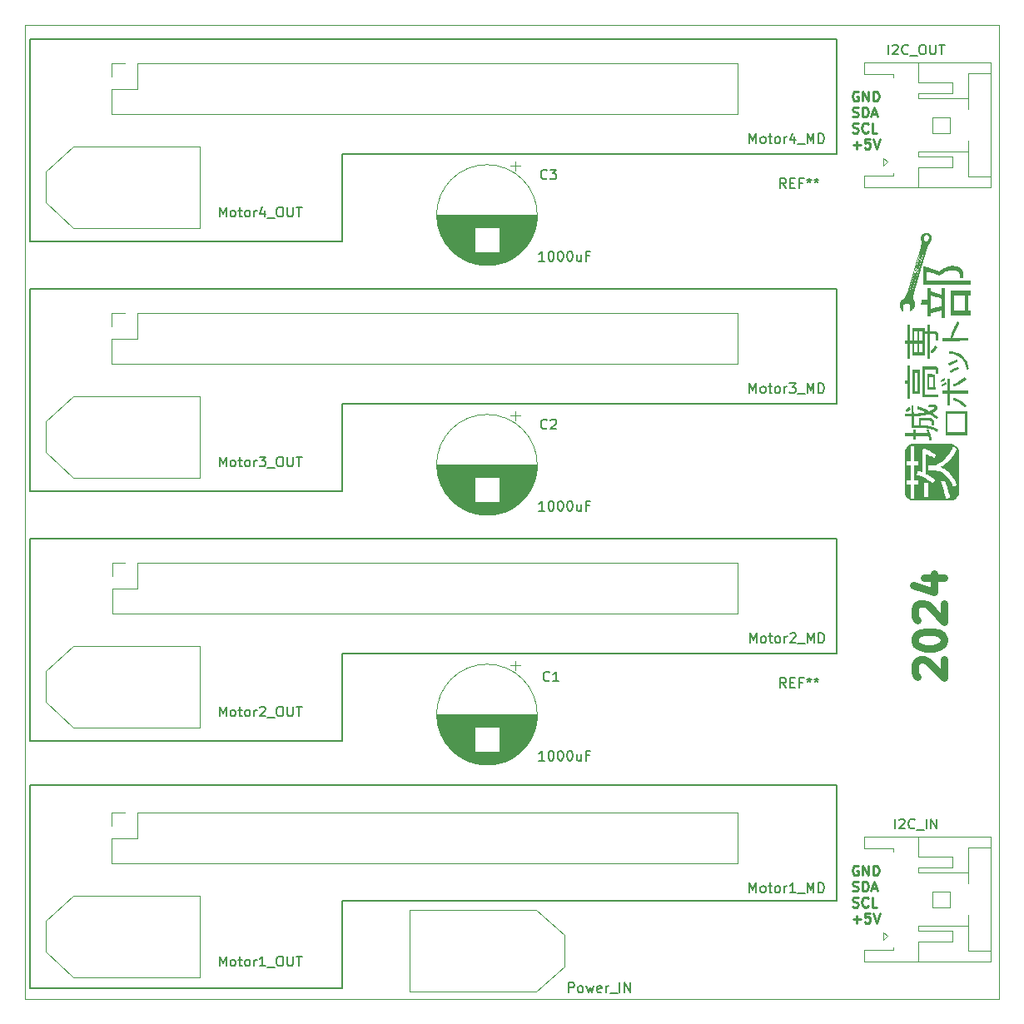
<source format=gbr>
%TF.GenerationSoftware,KiCad,Pcbnew,7.0.5*%
%TF.CreationDate,2024-03-06T22:01:26+09:00*%
%TF.ProjectId,blackMD_mother,626c6163-6b4d-4445-9f6d-6f746865722e,rev?*%
%TF.SameCoordinates,Original*%
%TF.FileFunction,Legend,Top*%
%TF.FilePolarity,Positive*%
%FSLAX46Y46*%
G04 Gerber Fmt 4.6, Leading zero omitted, Abs format (unit mm)*
G04 Created by KiCad (PCBNEW 7.0.5) date 2024-03-06 22:01:26*
%MOMM*%
%LPD*%
G01*
G04 APERTURE LIST*
%ADD10C,0.250000*%
%ADD11C,0.150000*%
%ADD12C,0.750000*%
%ADD13C,0.120000*%
%TA.AperFunction,Profile*%
%ADD14C,0.100000*%
%TD*%
G04 APERTURE END LIST*
D10*
X177537700Y-61392238D02*
X177442462Y-61344619D01*
X177442462Y-61344619D02*
X177299605Y-61344619D01*
X177299605Y-61344619D02*
X177156748Y-61392238D01*
X177156748Y-61392238D02*
X177061510Y-61487476D01*
X177061510Y-61487476D02*
X177013891Y-61582714D01*
X177013891Y-61582714D02*
X176966272Y-61773190D01*
X176966272Y-61773190D02*
X176966272Y-61916047D01*
X176966272Y-61916047D02*
X177013891Y-62106523D01*
X177013891Y-62106523D02*
X177061510Y-62201761D01*
X177061510Y-62201761D02*
X177156748Y-62297000D01*
X177156748Y-62297000D02*
X177299605Y-62344619D01*
X177299605Y-62344619D02*
X177394843Y-62344619D01*
X177394843Y-62344619D02*
X177537700Y-62297000D01*
X177537700Y-62297000D02*
X177585319Y-62249380D01*
X177585319Y-62249380D02*
X177585319Y-61916047D01*
X177585319Y-61916047D02*
X177394843Y-61916047D01*
X178013891Y-62344619D02*
X178013891Y-61344619D01*
X178013891Y-61344619D02*
X178585319Y-62344619D01*
X178585319Y-62344619D02*
X178585319Y-61344619D01*
X179061510Y-62344619D02*
X179061510Y-61344619D01*
X179061510Y-61344619D02*
X179299605Y-61344619D01*
X179299605Y-61344619D02*
X179442462Y-61392238D01*
X179442462Y-61392238D02*
X179537700Y-61487476D01*
X179537700Y-61487476D02*
X179585319Y-61582714D01*
X179585319Y-61582714D02*
X179632938Y-61773190D01*
X179632938Y-61773190D02*
X179632938Y-61916047D01*
X179632938Y-61916047D02*
X179585319Y-62106523D01*
X179585319Y-62106523D02*
X179537700Y-62201761D01*
X179537700Y-62201761D02*
X179442462Y-62297000D01*
X179442462Y-62297000D02*
X179299605Y-62344619D01*
X179299605Y-62344619D02*
X179061510Y-62344619D01*
X176966272Y-63907000D02*
X177109129Y-63954619D01*
X177109129Y-63954619D02*
X177347224Y-63954619D01*
X177347224Y-63954619D02*
X177442462Y-63907000D01*
X177442462Y-63907000D02*
X177490081Y-63859380D01*
X177490081Y-63859380D02*
X177537700Y-63764142D01*
X177537700Y-63764142D02*
X177537700Y-63668904D01*
X177537700Y-63668904D02*
X177490081Y-63573666D01*
X177490081Y-63573666D02*
X177442462Y-63526047D01*
X177442462Y-63526047D02*
X177347224Y-63478428D01*
X177347224Y-63478428D02*
X177156748Y-63430809D01*
X177156748Y-63430809D02*
X177061510Y-63383190D01*
X177061510Y-63383190D02*
X177013891Y-63335571D01*
X177013891Y-63335571D02*
X176966272Y-63240333D01*
X176966272Y-63240333D02*
X176966272Y-63145095D01*
X176966272Y-63145095D02*
X177013891Y-63049857D01*
X177013891Y-63049857D02*
X177061510Y-63002238D01*
X177061510Y-63002238D02*
X177156748Y-62954619D01*
X177156748Y-62954619D02*
X177394843Y-62954619D01*
X177394843Y-62954619D02*
X177537700Y-63002238D01*
X177966272Y-63954619D02*
X177966272Y-62954619D01*
X177966272Y-62954619D02*
X178204367Y-62954619D01*
X178204367Y-62954619D02*
X178347224Y-63002238D01*
X178347224Y-63002238D02*
X178442462Y-63097476D01*
X178442462Y-63097476D02*
X178490081Y-63192714D01*
X178490081Y-63192714D02*
X178537700Y-63383190D01*
X178537700Y-63383190D02*
X178537700Y-63526047D01*
X178537700Y-63526047D02*
X178490081Y-63716523D01*
X178490081Y-63716523D02*
X178442462Y-63811761D01*
X178442462Y-63811761D02*
X178347224Y-63907000D01*
X178347224Y-63907000D02*
X178204367Y-63954619D01*
X178204367Y-63954619D02*
X177966272Y-63954619D01*
X178918653Y-63668904D02*
X179394843Y-63668904D01*
X178823415Y-63954619D02*
X179156748Y-62954619D01*
X179156748Y-62954619D02*
X179490081Y-63954619D01*
X176966272Y-65517000D02*
X177109129Y-65564619D01*
X177109129Y-65564619D02*
X177347224Y-65564619D01*
X177347224Y-65564619D02*
X177442462Y-65517000D01*
X177442462Y-65517000D02*
X177490081Y-65469380D01*
X177490081Y-65469380D02*
X177537700Y-65374142D01*
X177537700Y-65374142D02*
X177537700Y-65278904D01*
X177537700Y-65278904D02*
X177490081Y-65183666D01*
X177490081Y-65183666D02*
X177442462Y-65136047D01*
X177442462Y-65136047D02*
X177347224Y-65088428D01*
X177347224Y-65088428D02*
X177156748Y-65040809D01*
X177156748Y-65040809D02*
X177061510Y-64993190D01*
X177061510Y-64993190D02*
X177013891Y-64945571D01*
X177013891Y-64945571D02*
X176966272Y-64850333D01*
X176966272Y-64850333D02*
X176966272Y-64755095D01*
X176966272Y-64755095D02*
X177013891Y-64659857D01*
X177013891Y-64659857D02*
X177061510Y-64612238D01*
X177061510Y-64612238D02*
X177156748Y-64564619D01*
X177156748Y-64564619D02*
X177394843Y-64564619D01*
X177394843Y-64564619D02*
X177537700Y-64612238D01*
X178537700Y-65469380D02*
X178490081Y-65517000D01*
X178490081Y-65517000D02*
X178347224Y-65564619D01*
X178347224Y-65564619D02*
X178251986Y-65564619D01*
X178251986Y-65564619D02*
X178109129Y-65517000D01*
X178109129Y-65517000D02*
X178013891Y-65421761D01*
X178013891Y-65421761D02*
X177966272Y-65326523D01*
X177966272Y-65326523D02*
X177918653Y-65136047D01*
X177918653Y-65136047D02*
X177918653Y-64993190D01*
X177918653Y-64993190D02*
X177966272Y-64802714D01*
X177966272Y-64802714D02*
X178013891Y-64707476D01*
X178013891Y-64707476D02*
X178109129Y-64612238D01*
X178109129Y-64612238D02*
X178251986Y-64564619D01*
X178251986Y-64564619D02*
X178347224Y-64564619D01*
X178347224Y-64564619D02*
X178490081Y-64612238D01*
X178490081Y-64612238D02*
X178537700Y-64659857D01*
X179442462Y-65564619D02*
X178966272Y-65564619D01*
X178966272Y-65564619D02*
X178966272Y-64564619D01*
X177013891Y-66793666D02*
X177775796Y-66793666D01*
X177394843Y-67174619D02*
X177394843Y-66412714D01*
X178728176Y-66174619D02*
X178251986Y-66174619D01*
X178251986Y-66174619D02*
X178204367Y-66650809D01*
X178204367Y-66650809D02*
X178251986Y-66603190D01*
X178251986Y-66603190D02*
X178347224Y-66555571D01*
X178347224Y-66555571D02*
X178585319Y-66555571D01*
X178585319Y-66555571D02*
X178680557Y-66603190D01*
X178680557Y-66603190D02*
X178728176Y-66650809D01*
X178728176Y-66650809D02*
X178775795Y-66746047D01*
X178775795Y-66746047D02*
X178775795Y-66984142D01*
X178775795Y-66984142D02*
X178728176Y-67079380D01*
X178728176Y-67079380D02*
X178680557Y-67127000D01*
X178680557Y-67127000D02*
X178585319Y-67174619D01*
X178585319Y-67174619D02*
X178347224Y-67174619D01*
X178347224Y-67174619D02*
X178251986Y-67127000D01*
X178251986Y-67127000D02*
X178204367Y-67079380D01*
X179061510Y-66174619D02*
X179394843Y-67174619D01*
X179394843Y-67174619D02*
X179728176Y-66174619D01*
X177537700Y-140132238D02*
X177442462Y-140084619D01*
X177442462Y-140084619D02*
X177299605Y-140084619D01*
X177299605Y-140084619D02*
X177156748Y-140132238D01*
X177156748Y-140132238D02*
X177061510Y-140227476D01*
X177061510Y-140227476D02*
X177013891Y-140322714D01*
X177013891Y-140322714D02*
X176966272Y-140513190D01*
X176966272Y-140513190D02*
X176966272Y-140656047D01*
X176966272Y-140656047D02*
X177013891Y-140846523D01*
X177013891Y-140846523D02*
X177061510Y-140941761D01*
X177061510Y-140941761D02*
X177156748Y-141037000D01*
X177156748Y-141037000D02*
X177299605Y-141084619D01*
X177299605Y-141084619D02*
X177394843Y-141084619D01*
X177394843Y-141084619D02*
X177537700Y-141037000D01*
X177537700Y-141037000D02*
X177585319Y-140989380D01*
X177585319Y-140989380D02*
X177585319Y-140656047D01*
X177585319Y-140656047D02*
X177394843Y-140656047D01*
X178013891Y-141084619D02*
X178013891Y-140084619D01*
X178013891Y-140084619D02*
X178585319Y-141084619D01*
X178585319Y-141084619D02*
X178585319Y-140084619D01*
X179061510Y-141084619D02*
X179061510Y-140084619D01*
X179061510Y-140084619D02*
X179299605Y-140084619D01*
X179299605Y-140084619D02*
X179442462Y-140132238D01*
X179442462Y-140132238D02*
X179537700Y-140227476D01*
X179537700Y-140227476D02*
X179585319Y-140322714D01*
X179585319Y-140322714D02*
X179632938Y-140513190D01*
X179632938Y-140513190D02*
X179632938Y-140656047D01*
X179632938Y-140656047D02*
X179585319Y-140846523D01*
X179585319Y-140846523D02*
X179537700Y-140941761D01*
X179537700Y-140941761D02*
X179442462Y-141037000D01*
X179442462Y-141037000D02*
X179299605Y-141084619D01*
X179299605Y-141084619D02*
X179061510Y-141084619D01*
X176966272Y-142647000D02*
X177109129Y-142694619D01*
X177109129Y-142694619D02*
X177347224Y-142694619D01*
X177347224Y-142694619D02*
X177442462Y-142647000D01*
X177442462Y-142647000D02*
X177490081Y-142599380D01*
X177490081Y-142599380D02*
X177537700Y-142504142D01*
X177537700Y-142504142D02*
X177537700Y-142408904D01*
X177537700Y-142408904D02*
X177490081Y-142313666D01*
X177490081Y-142313666D02*
X177442462Y-142266047D01*
X177442462Y-142266047D02*
X177347224Y-142218428D01*
X177347224Y-142218428D02*
X177156748Y-142170809D01*
X177156748Y-142170809D02*
X177061510Y-142123190D01*
X177061510Y-142123190D02*
X177013891Y-142075571D01*
X177013891Y-142075571D02*
X176966272Y-141980333D01*
X176966272Y-141980333D02*
X176966272Y-141885095D01*
X176966272Y-141885095D02*
X177013891Y-141789857D01*
X177013891Y-141789857D02*
X177061510Y-141742238D01*
X177061510Y-141742238D02*
X177156748Y-141694619D01*
X177156748Y-141694619D02*
X177394843Y-141694619D01*
X177394843Y-141694619D02*
X177537700Y-141742238D01*
X177966272Y-142694619D02*
X177966272Y-141694619D01*
X177966272Y-141694619D02*
X178204367Y-141694619D01*
X178204367Y-141694619D02*
X178347224Y-141742238D01*
X178347224Y-141742238D02*
X178442462Y-141837476D01*
X178442462Y-141837476D02*
X178490081Y-141932714D01*
X178490081Y-141932714D02*
X178537700Y-142123190D01*
X178537700Y-142123190D02*
X178537700Y-142266047D01*
X178537700Y-142266047D02*
X178490081Y-142456523D01*
X178490081Y-142456523D02*
X178442462Y-142551761D01*
X178442462Y-142551761D02*
X178347224Y-142647000D01*
X178347224Y-142647000D02*
X178204367Y-142694619D01*
X178204367Y-142694619D02*
X177966272Y-142694619D01*
X178918653Y-142408904D02*
X179394843Y-142408904D01*
X178823415Y-142694619D02*
X179156748Y-141694619D01*
X179156748Y-141694619D02*
X179490081Y-142694619D01*
X176966272Y-144257000D02*
X177109129Y-144304619D01*
X177109129Y-144304619D02*
X177347224Y-144304619D01*
X177347224Y-144304619D02*
X177442462Y-144257000D01*
X177442462Y-144257000D02*
X177490081Y-144209380D01*
X177490081Y-144209380D02*
X177537700Y-144114142D01*
X177537700Y-144114142D02*
X177537700Y-144018904D01*
X177537700Y-144018904D02*
X177490081Y-143923666D01*
X177490081Y-143923666D02*
X177442462Y-143876047D01*
X177442462Y-143876047D02*
X177347224Y-143828428D01*
X177347224Y-143828428D02*
X177156748Y-143780809D01*
X177156748Y-143780809D02*
X177061510Y-143733190D01*
X177061510Y-143733190D02*
X177013891Y-143685571D01*
X177013891Y-143685571D02*
X176966272Y-143590333D01*
X176966272Y-143590333D02*
X176966272Y-143495095D01*
X176966272Y-143495095D02*
X177013891Y-143399857D01*
X177013891Y-143399857D02*
X177061510Y-143352238D01*
X177061510Y-143352238D02*
X177156748Y-143304619D01*
X177156748Y-143304619D02*
X177394843Y-143304619D01*
X177394843Y-143304619D02*
X177537700Y-143352238D01*
X178537700Y-144209380D02*
X178490081Y-144257000D01*
X178490081Y-144257000D02*
X178347224Y-144304619D01*
X178347224Y-144304619D02*
X178251986Y-144304619D01*
X178251986Y-144304619D02*
X178109129Y-144257000D01*
X178109129Y-144257000D02*
X178013891Y-144161761D01*
X178013891Y-144161761D02*
X177966272Y-144066523D01*
X177966272Y-144066523D02*
X177918653Y-143876047D01*
X177918653Y-143876047D02*
X177918653Y-143733190D01*
X177918653Y-143733190D02*
X177966272Y-143542714D01*
X177966272Y-143542714D02*
X178013891Y-143447476D01*
X178013891Y-143447476D02*
X178109129Y-143352238D01*
X178109129Y-143352238D02*
X178251986Y-143304619D01*
X178251986Y-143304619D02*
X178347224Y-143304619D01*
X178347224Y-143304619D02*
X178490081Y-143352238D01*
X178490081Y-143352238D02*
X178537700Y-143399857D01*
X179442462Y-144304619D02*
X178966272Y-144304619D01*
X178966272Y-144304619D02*
X178966272Y-143304619D01*
X177013891Y-145533666D02*
X177775796Y-145533666D01*
X177394843Y-145914619D02*
X177394843Y-145152714D01*
X178728176Y-144914619D02*
X178251986Y-144914619D01*
X178251986Y-144914619D02*
X178204367Y-145390809D01*
X178204367Y-145390809D02*
X178251986Y-145343190D01*
X178251986Y-145343190D02*
X178347224Y-145295571D01*
X178347224Y-145295571D02*
X178585319Y-145295571D01*
X178585319Y-145295571D02*
X178680557Y-145343190D01*
X178680557Y-145343190D02*
X178728176Y-145390809D01*
X178728176Y-145390809D02*
X178775795Y-145486047D01*
X178775795Y-145486047D02*
X178775795Y-145724142D01*
X178775795Y-145724142D02*
X178728176Y-145819380D01*
X178728176Y-145819380D02*
X178680557Y-145867000D01*
X178680557Y-145867000D02*
X178585319Y-145914619D01*
X178585319Y-145914619D02*
X178347224Y-145914619D01*
X178347224Y-145914619D02*
X178251986Y-145867000D01*
X178251986Y-145867000D02*
X178204367Y-145819380D01*
X179061510Y-144914619D02*
X179394843Y-145914619D01*
X179394843Y-145914619D02*
X179728176Y-144914619D01*
D11*
X175341323Y-118564677D02*
X125091323Y-118564677D01*
X125091323Y-127454677D01*
X93341323Y-127454677D01*
X93341323Y-106814677D01*
X175341323Y-106814677D01*
X175341323Y-118564677D01*
X175341323Y-93164677D02*
X125091323Y-93164677D01*
X125091323Y-102054677D01*
X93341323Y-102054677D01*
X93341323Y-81414677D01*
X175341323Y-81414677D01*
X175341323Y-93164677D01*
X175341323Y-67764677D02*
X125091323Y-67764677D01*
X125091323Y-76654677D01*
X93341323Y-76654677D01*
X93341323Y-56014677D01*
X175341323Y-56014677D01*
X175341323Y-67764677D01*
X175341323Y-143644677D02*
X125091323Y-143644677D01*
X125091323Y-152534677D01*
X93341323Y-152534677D01*
X93341323Y-131894677D01*
X175341323Y-131894677D01*
X175341323Y-143644677D01*
D12*
X183569571Y-120855150D02*
X183426714Y-120712293D01*
X183426714Y-120712293D02*
X183283857Y-120426579D01*
X183283857Y-120426579D02*
X183283857Y-119712293D01*
X183283857Y-119712293D02*
X183426714Y-119426579D01*
X183426714Y-119426579D02*
X183569571Y-119283721D01*
X183569571Y-119283721D02*
X183855285Y-119140864D01*
X183855285Y-119140864D02*
X184141000Y-119140864D01*
X184141000Y-119140864D02*
X184569571Y-119283721D01*
X184569571Y-119283721D02*
X186283857Y-120998007D01*
X186283857Y-120998007D02*
X186283857Y-119140864D01*
X183283857Y-117283721D02*
X183283857Y-116998007D01*
X183283857Y-116998007D02*
X183426714Y-116712293D01*
X183426714Y-116712293D02*
X183569571Y-116569436D01*
X183569571Y-116569436D02*
X183855285Y-116426578D01*
X183855285Y-116426578D02*
X184426714Y-116283721D01*
X184426714Y-116283721D02*
X185141000Y-116283721D01*
X185141000Y-116283721D02*
X185712428Y-116426578D01*
X185712428Y-116426578D02*
X185998142Y-116569436D01*
X185998142Y-116569436D02*
X186141000Y-116712293D01*
X186141000Y-116712293D02*
X186283857Y-116998007D01*
X186283857Y-116998007D02*
X186283857Y-117283721D01*
X186283857Y-117283721D02*
X186141000Y-117569436D01*
X186141000Y-117569436D02*
X185998142Y-117712293D01*
X185998142Y-117712293D02*
X185712428Y-117855150D01*
X185712428Y-117855150D02*
X185141000Y-117998007D01*
X185141000Y-117998007D02*
X184426714Y-117998007D01*
X184426714Y-117998007D02*
X183855285Y-117855150D01*
X183855285Y-117855150D02*
X183569571Y-117712293D01*
X183569571Y-117712293D02*
X183426714Y-117569436D01*
X183426714Y-117569436D02*
X183283857Y-117283721D01*
X183569571Y-115140864D02*
X183426714Y-114998007D01*
X183426714Y-114998007D02*
X183283857Y-114712293D01*
X183283857Y-114712293D02*
X183283857Y-113998007D01*
X183283857Y-113998007D02*
X183426714Y-113712293D01*
X183426714Y-113712293D02*
X183569571Y-113569435D01*
X183569571Y-113569435D02*
X183855285Y-113426578D01*
X183855285Y-113426578D02*
X184141000Y-113426578D01*
X184141000Y-113426578D02*
X184569571Y-113569435D01*
X184569571Y-113569435D02*
X186283857Y-115283721D01*
X186283857Y-115283721D02*
X186283857Y-113426578D01*
X184283857Y-110855150D02*
X186283857Y-110855150D01*
X183141000Y-111569435D02*
X185283857Y-112283721D01*
X185283857Y-112283721D02*
X185283857Y-110426578D01*
D11*
X145640588Y-78609819D02*
X145069160Y-78609819D01*
X145354874Y-78609819D02*
X145354874Y-77609819D01*
X145354874Y-77609819D02*
X145259636Y-77752676D01*
X145259636Y-77752676D02*
X145164398Y-77847914D01*
X145164398Y-77847914D02*
X145069160Y-77895533D01*
X146259636Y-77609819D02*
X146354874Y-77609819D01*
X146354874Y-77609819D02*
X146450112Y-77657438D01*
X146450112Y-77657438D02*
X146497731Y-77705057D01*
X146497731Y-77705057D02*
X146545350Y-77800295D01*
X146545350Y-77800295D02*
X146592969Y-77990771D01*
X146592969Y-77990771D02*
X146592969Y-78228866D01*
X146592969Y-78228866D02*
X146545350Y-78419342D01*
X146545350Y-78419342D02*
X146497731Y-78514580D01*
X146497731Y-78514580D02*
X146450112Y-78562200D01*
X146450112Y-78562200D02*
X146354874Y-78609819D01*
X146354874Y-78609819D02*
X146259636Y-78609819D01*
X146259636Y-78609819D02*
X146164398Y-78562200D01*
X146164398Y-78562200D02*
X146116779Y-78514580D01*
X146116779Y-78514580D02*
X146069160Y-78419342D01*
X146069160Y-78419342D02*
X146021541Y-78228866D01*
X146021541Y-78228866D02*
X146021541Y-77990771D01*
X146021541Y-77990771D02*
X146069160Y-77800295D01*
X146069160Y-77800295D02*
X146116779Y-77705057D01*
X146116779Y-77705057D02*
X146164398Y-77657438D01*
X146164398Y-77657438D02*
X146259636Y-77609819D01*
X147212017Y-77609819D02*
X147307255Y-77609819D01*
X147307255Y-77609819D02*
X147402493Y-77657438D01*
X147402493Y-77657438D02*
X147450112Y-77705057D01*
X147450112Y-77705057D02*
X147497731Y-77800295D01*
X147497731Y-77800295D02*
X147545350Y-77990771D01*
X147545350Y-77990771D02*
X147545350Y-78228866D01*
X147545350Y-78228866D02*
X147497731Y-78419342D01*
X147497731Y-78419342D02*
X147450112Y-78514580D01*
X147450112Y-78514580D02*
X147402493Y-78562200D01*
X147402493Y-78562200D02*
X147307255Y-78609819D01*
X147307255Y-78609819D02*
X147212017Y-78609819D01*
X147212017Y-78609819D02*
X147116779Y-78562200D01*
X147116779Y-78562200D02*
X147069160Y-78514580D01*
X147069160Y-78514580D02*
X147021541Y-78419342D01*
X147021541Y-78419342D02*
X146973922Y-78228866D01*
X146973922Y-78228866D02*
X146973922Y-77990771D01*
X146973922Y-77990771D02*
X147021541Y-77800295D01*
X147021541Y-77800295D02*
X147069160Y-77705057D01*
X147069160Y-77705057D02*
X147116779Y-77657438D01*
X147116779Y-77657438D02*
X147212017Y-77609819D01*
X148164398Y-77609819D02*
X148259636Y-77609819D01*
X148259636Y-77609819D02*
X148354874Y-77657438D01*
X148354874Y-77657438D02*
X148402493Y-77705057D01*
X148402493Y-77705057D02*
X148450112Y-77800295D01*
X148450112Y-77800295D02*
X148497731Y-77990771D01*
X148497731Y-77990771D02*
X148497731Y-78228866D01*
X148497731Y-78228866D02*
X148450112Y-78419342D01*
X148450112Y-78419342D02*
X148402493Y-78514580D01*
X148402493Y-78514580D02*
X148354874Y-78562200D01*
X148354874Y-78562200D02*
X148259636Y-78609819D01*
X148259636Y-78609819D02*
X148164398Y-78609819D01*
X148164398Y-78609819D02*
X148069160Y-78562200D01*
X148069160Y-78562200D02*
X148021541Y-78514580D01*
X148021541Y-78514580D02*
X147973922Y-78419342D01*
X147973922Y-78419342D02*
X147926303Y-78228866D01*
X147926303Y-78228866D02*
X147926303Y-77990771D01*
X147926303Y-77990771D02*
X147973922Y-77800295D01*
X147973922Y-77800295D02*
X148021541Y-77705057D01*
X148021541Y-77705057D02*
X148069160Y-77657438D01*
X148069160Y-77657438D02*
X148164398Y-77609819D01*
X149354874Y-77943152D02*
X149354874Y-78609819D01*
X148926303Y-77943152D02*
X148926303Y-78466961D01*
X148926303Y-78466961D02*
X148973922Y-78562200D01*
X148973922Y-78562200D02*
X149069160Y-78609819D01*
X149069160Y-78609819D02*
X149212017Y-78609819D01*
X149212017Y-78609819D02*
X149307255Y-78562200D01*
X149307255Y-78562200D02*
X149354874Y-78514580D01*
X150164398Y-78086009D02*
X149831065Y-78086009D01*
X149831065Y-78609819D02*
X149831065Y-77609819D01*
X149831065Y-77609819D02*
X150307255Y-77609819D01*
X145640588Y-104009819D02*
X145069160Y-104009819D01*
X145354874Y-104009819D02*
X145354874Y-103009819D01*
X145354874Y-103009819D02*
X145259636Y-103152676D01*
X145259636Y-103152676D02*
X145164398Y-103247914D01*
X145164398Y-103247914D02*
X145069160Y-103295533D01*
X146259636Y-103009819D02*
X146354874Y-103009819D01*
X146354874Y-103009819D02*
X146450112Y-103057438D01*
X146450112Y-103057438D02*
X146497731Y-103105057D01*
X146497731Y-103105057D02*
X146545350Y-103200295D01*
X146545350Y-103200295D02*
X146592969Y-103390771D01*
X146592969Y-103390771D02*
X146592969Y-103628866D01*
X146592969Y-103628866D02*
X146545350Y-103819342D01*
X146545350Y-103819342D02*
X146497731Y-103914580D01*
X146497731Y-103914580D02*
X146450112Y-103962200D01*
X146450112Y-103962200D02*
X146354874Y-104009819D01*
X146354874Y-104009819D02*
X146259636Y-104009819D01*
X146259636Y-104009819D02*
X146164398Y-103962200D01*
X146164398Y-103962200D02*
X146116779Y-103914580D01*
X146116779Y-103914580D02*
X146069160Y-103819342D01*
X146069160Y-103819342D02*
X146021541Y-103628866D01*
X146021541Y-103628866D02*
X146021541Y-103390771D01*
X146021541Y-103390771D02*
X146069160Y-103200295D01*
X146069160Y-103200295D02*
X146116779Y-103105057D01*
X146116779Y-103105057D02*
X146164398Y-103057438D01*
X146164398Y-103057438D02*
X146259636Y-103009819D01*
X147212017Y-103009819D02*
X147307255Y-103009819D01*
X147307255Y-103009819D02*
X147402493Y-103057438D01*
X147402493Y-103057438D02*
X147450112Y-103105057D01*
X147450112Y-103105057D02*
X147497731Y-103200295D01*
X147497731Y-103200295D02*
X147545350Y-103390771D01*
X147545350Y-103390771D02*
X147545350Y-103628866D01*
X147545350Y-103628866D02*
X147497731Y-103819342D01*
X147497731Y-103819342D02*
X147450112Y-103914580D01*
X147450112Y-103914580D02*
X147402493Y-103962200D01*
X147402493Y-103962200D02*
X147307255Y-104009819D01*
X147307255Y-104009819D02*
X147212017Y-104009819D01*
X147212017Y-104009819D02*
X147116779Y-103962200D01*
X147116779Y-103962200D02*
X147069160Y-103914580D01*
X147069160Y-103914580D02*
X147021541Y-103819342D01*
X147021541Y-103819342D02*
X146973922Y-103628866D01*
X146973922Y-103628866D02*
X146973922Y-103390771D01*
X146973922Y-103390771D02*
X147021541Y-103200295D01*
X147021541Y-103200295D02*
X147069160Y-103105057D01*
X147069160Y-103105057D02*
X147116779Y-103057438D01*
X147116779Y-103057438D02*
X147212017Y-103009819D01*
X148164398Y-103009819D02*
X148259636Y-103009819D01*
X148259636Y-103009819D02*
X148354874Y-103057438D01*
X148354874Y-103057438D02*
X148402493Y-103105057D01*
X148402493Y-103105057D02*
X148450112Y-103200295D01*
X148450112Y-103200295D02*
X148497731Y-103390771D01*
X148497731Y-103390771D02*
X148497731Y-103628866D01*
X148497731Y-103628866D02*
X148450112Y-103819342D01*
X148450112Y-103819342D02*
X148402493Y-103914580D01*
X148402493Y-103914580D02*
X148354874Y-103962200D01*
X148354874Y-103962200D02*
X148259636Y-104009819D01*
X148259636Y-104009819D02*
X148164398Y-104009819D01*
X148164398Y-104009819D02*
X148069160Y-103962200D01*
X148069160Y-103962200D02*
X148021541Y-103914580D01*
X148021541Y-103914580D02*
X147973922Y-103819342D01*
X147973922Y-103819342D02*
X147926303Y-103628866D01*
X147926303Y-103628866D02*
X147926303Y-103390771D01*
X147926303Y-103390771D02*
X147973922Y-103200295D01*
X147973922Y-103200295D02*
X148021541Y-103105057D01*
X148021541Y-103105057D02*
X148069160Y-103057438D01*
X148069160Y-103057438D02*
X148164398Y-103009819D01*
X149354874Y-103343152D02*
X149354874Y-104009819D01*
X148926303Y-103343152D02*
X148926303Y-103866961D01*
X148926303Y-103866961D02*
X148973922Y-103962200D01*
X148973922Y-103962200D02*
X149069160Y-104009819D01*
X149069160Y-104009819D02*
X149212017Y-104009819D01*
X149212017Y-104009819D02*
X149307255Y-103962200D01*
X149307255Y-103962200D02*
X149354874Y-103914580D01*
X150164398Y-103486009D02*
X149831065Y-103486009D01*
X149831065Y-104009819D02*
X149831065Y-103009819D01*
X149831065Y-103009819D02*
X150307255Y-103009819D01*
X145640588Y-129409819D02*
X145069160Y-129409819D01*
X145354874Y-129409819D02*
X145354874Y-128409819D01*
X145354874Y-128409819D02*
X145259636Y-128552676D01*
X145259636Y-128552676D02*
X145164398Y-128647914D01*
X145164398Y-128647914D02*
X145069160Y-128695533D01*
X146259636Y-128409819D02*
X146354874Y-128409819D01*
X146354874Y-128409819D02*
X146450112Y-128457438D01*
X146450112Y-128457438D02*
X146497731Y-128505057D01*
X146497731Y-128505057D02*
X146545350Y-128600295D01*
X146545350Y-128600295D02*
X146592969Y-128790771D01*
X146592969Y-128790771D02*
X146592969Y-129028866D01*
X146592969Y-129028866D02*
X146545350Y-129219342D01*
X146545350Y-129219342D02*
X146497731Y-129314580D01*
X146497731Y-129314580D02*
X146450112Y-129362200D01*
X146450112Y-129362200D02*
X146354874Y-129409819D01*
X146354874Y-129409819D02*
X146259636Y-129409819D01*
X146259636Y-129409819D02*
X146164398Y-129362200D01*
X146164398Y-129362200D02*
X146116779Y-129314580D01*
X146116779Y-129314580D02*
X146069160Y-129219342D01*
X146069160Y-129219342D02*
X146021541Y-129028866D01*
X146021541Y-129028866D02*
X146021541Y-128790771D01*
X146021541Y-128790771D02*
X146069160Y-128600295D01*
X146069160Y-128600295D02*
X146116779Y-128505057D01*
X146116779Y-128505057D02*
X146164398Y-128457438D01*
X146164398Y-128457438D02*
X146259636Y-128409819D01*
X147212017Y-128409819D02*
X147307255Y-128409819D01*
X147307255Y-128409819D02*
X147402493Y-128457438D01*
X147402493Y-128457438D02*
X147450112Y-128505057D01*
X147450112Y-128505057D02*
X147497731Y-128600295D01*
X147497731Y-128600295D02*
X147545350Y-128790771D01*
X147545350Y-128790771D02*
X147545350Y-129028866D01*
X147545350Y-129028866D02*
X147497731Y-129219342D01*
X147497731Y-129219342D02*
X147450112Y-129314580D01*
X147450112Y-129314580D02*
X147402493Y-129362200D01*
X147402493Y-129362200D02*
X147307255Y-129409819D01*
X147307255Y-129409819D02*
X147212017Y-129409819D01*
X147212017Y-129409819D02*
X147116779Y-129362200D01*
X147116779Y-129362200D02*
X147069160Y-129314580D01*
X147069160Y-129314580D02*
X147021541Y-129219342D01*
X147021541Y-129219342D02*
X146973922Y-129028866D01*
X146973922Y-129028866D02*
X146973922Y-128790771D01*
X146973922Y-128790771D02*
X147021541Y-128600295D01*
X147021541Y-128600295D02*
X147069160Y-128505057D01*
X147069160Y-128505057D02*
X147116779Y-128457438D01*
X147116779Y-128457438D02*
X147212017Y-128409819D01*
X148164398Y-128409819D02*
X148259636Y-128409819D01*
X148259636Y-128409819D02*
X148354874Y-128457438D01*
X148354874Y-128457438D02*
X148402493Y-128505057D01*
X148402493Y-128505057D02*
X148450112Y-128600295D01*
X148450112Y-128600295D02*
X148497731Y-128790771D01*
X148497731Y-128790771D02*
X148497731Y-129028866D01*
X148497731Y-129028866D02*
X148450112Y-129219342D01*
X148450112Y-129219342D02*
X148402493Y-129314580D01*
X148402493Y-129314580D02*
X148354874Y-129362200D01*
X148354874Y-129362200D02*
X148259636Y-129409819D01*
X148259636Y-129409819D02*
X148164398Y-129409819D01*
X148164398Y-129409819D02*
X148069160Y-129362200D01*
X148069160Y-129362200D02*
X148021541Y-129314580D01*
X148021541Y-129314580D02*
X147973922Y-129219342D01*
X147973922Y-129219342D02*
X147926303Y-129028866D01*
X147926303Y-129028866D02*
X147926303Y-128790771D01*
X147926303Y-128790771D02*
X147973922Y-128600295D01*
X147973922Y-128600295D02*
X148021541Y-128505057D01*
X148021541Y-128505057D02*
X148069160Y-128457438D01*
X148069160Y-128457438D02*
X148164398Y-128409819D01*
X149354874Y-128743152D02*
X149354874Y-129409819D01*
X148926303Y-128743152D02*
X148926303Y-129266961D01*
X148926303Y-129266961D02*
X148973922Y-129362200D01*
X148973922Y-129362200D02*
X149069160Y-129409819D01*
X149069160Y-129409819D02*
X149212017Y-129409819D01*
X149212017Y-129409819D02*
X149307255Y-129362200D01*
X149307255Y-129362200D02*
X149354874Y-129314580D01*
X150164398Y-128886009D02*
X149831065Y-128886009D01*
X149831065Y-129409819D02*
X149831065Y-128409819D01*
X149831065Y-128409819D02*
X150307255Y-128409819D01*
%TO.C,I2C_IN*%
X181283599Y-136344819D02*
X181283599Y-135344819D01*
X181712170Y-135440057D02*
X181759789Y-135392438D01*
X181759789Y-135392438D02*
X181855027Y-135344819D01*
X181855027Y-135344819D02*
X182093122Y-135344819D01*
X182093122Y-135344819D02*
X182188360Y-135392438D01*
X182188360Y-135392438D02*
X182235979Y-135440057D01*
X182235979Y-135440057D02*
X182283598Y-135535295D01*
X182283598Y-135535295D02*
X182283598Y-135630533D01*
X182283598Y-135630533D02*
X182235979Y-135773390D01*
X182235979Y-135773390D02*
X181664551Y-136344819D01*
X181664551Y-136344819D02*
X182283598Y-136344819D01*
X183283598Y-136249580D02*
X183235979Y-136297200D01*
X183235979Y-136297200D02*
X183093122Y-136344819D01*
X183093122Y-136344819D02*
X182997884Y-136344819D01*
X182997884Y-136344819D02*
X182855027Y-136297200D01*
X182855027Y-136297200D02*
X182759789Y-136201961D01*
X182759789Y-136201961D02*
X182712170Y-136106723D01*
X182712170Y-136106723D02*
X182664551Y-135916247D01*
X182664551Y-135916247D02*
X182664551Y-135773390D01*
X182664551Y-135773390D02*
X182712170Y-135582914D01*
X182712170Y-135582914D02*
X182759789Y-135487676D01*
X182759789Y-135487676D02*
X182855027Y-135392438D01*
X182855027Y-135392438D02*
X182997884Y-135344819D01*
X182997884Y-135344819D02*
X183093122Y-135344819D01*
X183093122Y-135344819D02*
X183235979Y-135392438D01*
X183235979Y-135392438D02*
X183283598Y-135440057D01*
X183474075Y-136440057D02*
X184235979Y-136440057D01*
X184474075Y-136344819D02*
X184474075Y-135344819D01*
X184950265Y-136344819D02*
X184950265Y-135344819D01*
X184950265Y-135344819D02*
X185521693Y-136344819D01*
X185521693Y-136344819D02*
X185521693Y-135344819D01*
%TO.C,REF\u002A\u002A*%
X170197989Y-121984819D02*
X169864656Y-121508628D01*
X169626561Y-121984819D02*
X169626561Y-120984819D01*
X169626561Y-120984819D02*
X170007513Y-120984819D01*
X170007513Y-120984819D02*
X170102751Y-121032438D01*
X170102751Y-121032438D02*
X170150370Y-121080057D01*
X170150370Y-121080057D02*
X170197989Y-121175295D01*
X170197989Y-121175295D02*
X170197989Y-121318152D01*
X170197989Y-121318152D02*
X170150370Y-121413390D01*
X170150370Y-121413390D02*
X170102751Y-121461009D01*
X170102751Y-121461009D02*
X170007513Y-121508628D01*
X170007513Y-121508628D02*
X169626561Y-121508628D01*
X170626561Y-121461009D02*
X170959894Y-121461009D01*
X171102751Y-121984819D02*
X170626561Y-121984819D01*
X170626561Y-121984819D02*
X170626561Y-120984819D01*
X170626561Y-120984819D02*
X171102751Y-120984819D01*
X171864656Y-121461009D02*
X171531323Y-121461009D01*
X171531323Y-121984819D02*
X171531323Y-120984819D01*
X171531323Y-120984819D02*
X172007513Y-120984819D01*
X172531323Y-120984819D02*
X172531323Y-121222914D01*
X172293228Y-121127676D02*
X172531323Y-121222914D01*
X172531323Y-121222914D02*
X172769418Y-121127676D01*
X172388466Y-121413390D02*
X172531323Y-121222914D01*
X172531323Y-121222914D02*
X172674180Y-121413390D01*
X173293228Y-120984819D02*
X173293228Y-121222914D01*
X173055133Y-121127676D02*
X173293228Y-121222914D01*
X173293228Y-121222914D02*
X173531323Y-121127676D01*
X173150371Y-121413390D02*
X173293228Y-121222914D01*
X173293228Y-121222914D02*
X173436085Y-121413390D01*
X170197989Y-71184819D02*
X169864656Y-70708628D01*
X169626561Y-71184819D02*
X169626561Y-70184819D01*
X169626561Y-70184819D02*
X170007513Y-70184819D01*
X170007513Y-70184819D02*
X170102751Y-70232438D01*
X170102751Y-70232438D02*
X170150370Y-70280057D01*
X170150370Y-70280057D02*
X170197989Y-70375295D01*
X170197989Y-70375295D02*
X170197989Y-70518152D01*
X170197989Y-70518152D02*
X170150370Y-70613390D01*
X170150370Y-70613390D02*
X170102751Y-70661009D01*
X170102751Y-70661009D02*
X170007513Y-70708628D01*
X170007513Y-70708628D02*
X169626561Y-70708628D01*
X170626561Y-70661009D02*
X170959894Y-70661009D01*
X171102751Y-71184819D02*
X170626561Y-71184819D01*
X170626561Y-71184819D02*
X170626561Y-70184819D01*
X170626561Y-70184819D02*
X171102751Y-70184819D01*
X171864656Y-70661009D02*
X171531323Y-70661009D01*
X171531323Y-71184819D02*
X171531323Y-70184819D01*
X171531323Y-70184819D02*
X172007513Y-70184819D01*
X172531323Y-70184819D02*
X172531323Y-70422914D01*
X172293228Y-70327676D02*
X172531323Y-70422914D01*
X172531323Y-70422914D02*
X172769418Y-70327676D01*
X172388466Y-70613390D02*
X172531323Y-70422914D01*
X172531323Y-70422914D02*
X172674180Y-70613390D01*
X173293228Y-70184819D02*
X173293228Y-70422914D01*
X173055133Y-70327676D02*
X173293228Y-70422914D01*
X173293228Y-70422914D02*
X173531323Y-70327676D01*
X173150371Y-70613390D02*
X173293228Y-70422914D01*
X173293228Y-70422914D02*
X173436085Y-70613390D01*
%TO.C,I2C_OUT*%
X180616932Y-57604819D02*
X180616932Y-56604819D01*
X181045503Y-56700057D02*
X181093122Y-56652438D01*
X181093122Y-56652438D02*
X181188360Y-56604819D01*
X181188360Y-56604819D02*
X181426455Y-56604819D01*
X181426455Y-56604819D02*
X181521693Y-56652438D01*
X181521693Y-56652438D02*
X181569312Y-56700057D01*
X181569312Y-56700057D02*
X181616931Y-56795295D01*
X181616931Y-56795295D02*
X181616931Y-56890533D01*
X181616931Y-56890533D02*
X181569312Y-57033390D01*
X181569312Y-57033390D02*
X180997884Y-57604819D01*
X180997884Y-57604819D02*
X181616931Y-57604819D01*
X182616931Y-57509580D02*
X182569312Y-57557200D01*
X182569312Y-57557200D02*
X182426455Y-57604819D01*
X182426455Y-57604819D02*
X182331217Y-57604819D01*
X182331217Y-57604819D02*
X182188360Y-57557200D01*
X182188360Y-57557200D02*
X182093122Y-57461961D01*
X182093122Y-57461961D02*
X182045503Y-57366723D01*
X182045503Y-57366723D02*
X181997884Y-57176247D01*
X181997884Y-57176247D02*
X181997884Y-57033390D01*
X181997884Y-57033390D02*
X182045503Y-56842914D01*
X182045503Y-56842914D02*
X182093122Y-56747676D01*
X182093122Y-56747676D02*
X182188360Y-56652438D01*
X182188360Y-56652438D02*
X182331217Y-56604819D01*
X182331217Y-56604819D02*
X182426455Y-56604819D01*
X182426455Y-56604819D02*
X182569312Y-56652438D01*
X182569312Y-56652438D02*
X182616931Y-56700057D01*
X182807408Y-57700057D02*
X183569312Y-57700057D01*
X183997884Y-56604819D02*
X184188360Y-56604819D01*
X184188360Y-56604819D02*
X184283598Y-56652438D01*
X184283598Y-56652438D02*
X184378836Y-56747676D01*
X184378836Y-56747676D02*
X184426455Y-56938152D01*
X184426455Y-56938152D02*
X184426455Y-57271485D01*
X184426455Y-57271485D02*
X184378836Y-57461961D01*
X184378836Y-57461961D02*
X184283598Y-57557200D01*
X184283598Y-57557200D02*
X184188360Y-57604819D01*
X184188360Y-57604819D02*
X183997884Y-57604819D01*
X183997884Y-57604819D02*
X183902646Y-57557200D01*
X183902646Y-57557200D02*
X183807408Y-57461961D01*
X183807408Y-57461961D02*
X183759789Y-57271485D01*
X183759789Y-57271485D02*
X183759789Y-56938152D01*
X183759789Y-56938152D02*
X183807408Y-56747676D01*
X183807408Y-56747676D02*
X183902646Y-56652438D01*
X183902646Y-56652438D02*
X183997884Y-56604819D01*
X184855027Y-56604819D02*
X184855027Y-57414342D01*
X184855027Y-57414342D02*
X184902646Y-57509580D01*
X184902646Y-57509580D02*
X184950265Y-57557200D01*
X184950265Y-57557200D02*
X185045503Y-57604819D01*
X185045503Y-57604819D02*
X185235979Y-57604819D01*
X185235979Y-57604819D02*
X185331217Y-57557200D01*
X185331217Y-57557200D02*
X185378836Y-57509580D01*
X185378836Y-57509580D02*
X185426455Y-57414342D01*
X185426455Y-57414342D02*
X185426455Y-56604819D01*
X185759789Y-56604819D02*
X186331217Y-56604819D01*
X186045503Y-57604819D02*
X186045503Y-56604819D01*
%TO.C,Motor2_OUT*%
X112592275Y-124914819D02*
X112592275Y-123914819D01*
X112592275Y-123914819D02*
X112925608Y-124629104D01*
X112925608Y-124629104D02*
X113258941Y-123914819D01*
X113258941Y-123914819D02*
X113258941Y-124914819D01*
X113877989Y-124914819D02*
X113782751Y-124867200D01*
X113782751Y-124867200D02*
X113735132Y-124819580D01*
X113735132Y-124819580D02*
X113687513Y-124724342D01*
X113687513Y-124724342D02*
X113687513Y-124438628D01*
X113687513Y-124438628D02*
X113735132Y-124343390D01*
X113735132Y-124343390D02*
X113782751Y-124295771D01*
X113782751Y-124295771D02*
X113877989Y-124248152D01*
X113877989Y-124248152D02*
X114020846Y-124248152D01*
X114020846Y-124248152D02*
X114116084Y-124295771D01*
X114116084Y-124295771D02*
X114163703Y-124343390D01*
X114163703Y-124343390D02*
X114211322Y-124438628D01*
X114211322Y-124438628D02*
X114211322Y-124724342D01*
X114211322Y-124724342D02*
X114163703Y-124819580D01*
X114163703Y-124819580D02*
X114116084Y-124867200D01*
X114116084Y-124867200D02*
X114020846Y-124914819D01*
X114020846Y-124914819D02*
X113877989Y-124914819D01*
X114497037Y-124248152D02*
X114877989Y-124248152D01*
X114639894Y-123914819D02*
X114639894Y-124771961D01*
X114639894Y-124771961D02*
X114687513Y-124867200D01*
X114687513Y-124867200D02*
X114782751Y-124914819D01*
X114782751Y-124914819D02*
X114877989Y-124914819D01*
X115354180Y-124914819D02*
X115258942Y-124867200D01*
X115258942Y-124867200D02*
X115211323Y-124819580D01*
X115211323Y-124819580D02*
X115163704Y-124724342D01*
X115163704Y-124724342D02*
X115163704Y-124438628D01*
X115163704Y-124438628D02*
X115211323Y-124343390D01*
X115211323Y-124343390D02*
X115258942Y-124295771D01*
X115258942Y-124295771D02*
X115354180Y-124248152D01*
X115354180Y-124248152D02*
X115497037Y-124248152D01*
X115497037Y-124248152D02*
X115592275Y-124295771D01*
X115592275Y-124295771D02*
X115639894Y-124343390D01*
X115639894Y-124343390D02*
X115687513Y-124438628D01*
X115687513Y-124438628D02*
X115687513Y-124724342D01*
X115687513Y-124724342D02*
X115639894Y-124819580D01*
X115639894Y-124819580D02*
X115592275Y-124867200D01*
X115592275Y-124867200D02*
X115497037Y-124914819D01*
X115497037Y-124914819D02*
X115354180Y-124914819D01*
X116116085Y-124914819D02*
X116116085Y-124248152D01*
X116116085Y-124438628D02*
X116163704Y-124343390D01*
X116163704Y-124343390D02*
X116211323Y-124295771D01*
X116211323Y-124295771D02*
X116306561Y-124248152D01*
X116306561Y-124248152D02*
X116401799Y-124248152D01*
X116687514Y-124010057D02*
X116735133Y-123962438D01*
X116735133Y-123962438D02*
X116830371Y-123914819D01*
X116830371Y-123914819D02*
X117068466Y-123914819D01*
X117068466Y-123914819D02*
X117163704Y-123962438D01*
X117163704Y-123962438D02*
X117211323Y-124010057D01*
X117211323Y-124010057D02*
X117258942Y-124105295D01*
X117258942Y-124105295D02*
X117258942Y-124200533D01*
X117258942Y-124200533D02*
X117211323Y-124343390D01*
X117211323Y-124343390D02*
X116639895Y-124914819D01*
X116639895Y-124914819D02*
X117258942Y-124914819D01*
X117449419Y-125010057D02*
X118211323Y-125010057D01*
X118639895Y-123914819D02*
X118830371Y-123914819D01*
X118830371Y-123914819D02*
X118925609Y-123962438D01*
X118925609Y-123962438D02*
X119020847Y-124057676D01*
X119020847Y-124057676D02*
X119068466Y-124248152D01*
X119068466Y-124248152D02*
X119068466Y-124581485D01*
X119068466Y-124581485D02*
X119020847Y-124771961D01*
X119020847Y-124771961D02*
X118925609Y-124867200D01*
X118925609Y-124867200D02*
X118830371Y-124914819D01*
X118830371Y-124914819D02*
X118639895Y-124914819D01*
X118639895Y-124914819D02*
X118544657Y-124867200D01*
X118544657Y-124867200D02*
X118449419Y-124771961D01*
X118449419Y-124771961D02*
X118401800Y-124581485D01*
X118401800Y-124581485D02*
X118401800Y-124248152D01*
X118401800Y-124248152D02*
X118449419Y-124057676D01*
X118449419Y-124057676D02*
X118544657Y-123962438D01*
X118544657Y-123962438D02*
X118639895Y-123914819D01*
X119497038Y-123914819D02*
X119497038Y-124724342D01*
X119497038Y-124724342D02*
X119544657Y-124819580D01*
X119544657Y-124819580D02*
X119592276Y-124867200D01*
X119592276Y-124867200D02*
X119687514Y-124914819D01*
X119687514Y-124914819D02*
X119877990Y-124914819D01*
X119877990Y-124914819D02*
X119973228Y-124867200D01*
X119973228Y-124867200D02*
X120020847Y-124819580D01*
X120020847Y-124819580D02*
X120068466Y-124724342D01*
X120068466Y-124724342D02*
X120068466Y-123914819D01*
X120401800Y-123914819D02*
X120973228Y-123914819D01*
X120687514Y-124914819D02*
X120687514Y-123914819D01*
%TO.C,Motor2_MD*%
X166529418Y-117429496D02*
X166529418Y-116429496D01*
X166529418Y-116429496D02*
X166862751Y-117143781D01*
X166862751Y-117143781D02*
X167196084Y-116429496D01*
X167196084Y-116429496D02*
X167196084Y-117429496D01*
X167815132Y-117429496D02*
X167719894Y-117381877D01*
X167719894Y-117381877D02*
X167672275Y-117334257D01*
X167672275Y-117334257D02*
X167624656Y-117239019D01*
X167624656Y-117239019D02*
X167624656Y-116953305D01*
X167624656Y-116953305D02*
X167672275Y-116858067D01*
X167672275Y-116858067D02*
X167719894Y-116810448D01*
X167719894Y-116810448D02*
X167815132Y-116762829D01*
X167815132Y-116762829D02*
X167957989Y-116762829D01*
X167957989Y-116762829D02*
X168053227Y-116810448D01*
X168053227Y-116810448D02*
X168100846Y-116858067D01*
X168100846Y-116858067D02*
X168148465Y-116953305D01*
X168148465Y-116953305D02*
X168148465Y-117239019D01*
X168148465Y-117239019D02*
X168100846Y-117334257D01*
X168100846Y-117334257D02*
X168053227Y-117381877D01*
X168053227Y-117381877D02*
X167957989Y-117429496D01*
X167957989Y-117429496D02*
X167815132Y-117429496D01*
X168434180Y-116762829D02*
X168815132Y-116762829D01*
X168577037Y-116429496D02*
X168577037Y-117286638D01*
X168577037Y-117286638D02*
X168624656Y-117381877D01*
X168624656Y-117381877D02*
X168719894Y-117429496D01*
X168719894Y-117429496D02*
X168815132Y-117429496D01*
X169291323Y-117429496D02*
X169196085Y-117381877D01*
X169196085Y-117381877D02*
X169148466Y-117334257D01*
X169148466Y-117334257D02*
X169100847Y-117239019D01*
X169100847Y-117239019D02*
X169100847Y-116953305D01*
X169100847Y-116953305D02*
X169148466Y-116858067D01*
X169148466Y-116858067D02*
X169196085Y-116810448D01*
X169196085Y-116810448D02*
X169291323Y-116762829D01*
X169291323Y-116762829D02*
X169434180Y-116762829D01*
X169434180Y-116762829D02*
X169529418Y-116810448D01*
X169529418Y-116810448D02*
X169577037Y-116858067D01*
X169577037Y-116858067D02*
X169624656Y-116953305D01*
X169624656Y-116953305D02*
X169624656Y-117239019D01*
X169624656Y-117239019D02*
X169577037Y-117334257D01*
X169577037Y-117334257D02*
X169529418Y-117381877D01*
X169529418Y-117381877D02*
X169434180Y-117429496D01*
X169434180Y-117429496D02*
X169291323Y-117429496D01*
X170053228Y-117429496D02*
X170053228Y-116762829D01*
X170053228Y-116953305D02*
X170100847Y-116858067D01*
X170100847Y-116858067D02*
X170148466Y-116810448D01*
X170148466Y-116810448D02*
X170243704Y-116762829D01*
X170243704Y-116762829D02*
X170338942Y-116762829D01*
X170624657Y-116524734D02*
X170672276Y-116477115D01*
X170672276Y-116477115D02*
X170767514Y-116429496D01*
X170767514Y-116429496D02*
X171005609Y-116429496D01*
X171005609Y-116429496D02*
X171100847Y-116477115D01*
X171100847Y-116477115D02*
X171148466Y-116524734D01*
X171148466Y-116524734D02*
X171196085Y-116619972D01*
X171196085Y-116619972D02*
X171196085Y-116715210D01*
X171196085Y-116715210D02*
X171148466Y-116858067D01*
X171148466Y-116858067D02*
X170577038Y-117429496D01*
X170577038Y-117429496D02*
X171196085Y-117429496D01*
X171386562Y-117524734D02*
X172148466Y-117524734D01*
X172386562Y-117429496D02*
X172386562Y-116429496D01*
X172386562Y-116429496D02*
X172719895Y-117143781D01*
X172719895Y-117143781D02*
X173053228Y-116429496D01*
X173053228Y-116429496D02*
X173053228Y-117429496D01*
X173529419Y-117429496D02*
X173529419Y-116429496D01*
X173529419Y-116429496D02*
X173767514Y-116429496D01*
X173767514Y-116429496D02*
X173910371Y-116477115D01*
X173910371Y-116477115D02*
X174005609Y-116572353D01*
X174005609Y-116572353D02*
X174053228Y-116667591D01*
X174053228Y-116667591D02*
X174100847Y-116858067D01*
X174100847Y-116858067D02*
X174100847Y-117000924D01*
X174100847Y-117000924D02*
X174053228Y-117191400D01*
X174053228Y-117191400D02*
X174005609Y-117286638D01*
X174005609Y-117286638D02*
X173910371Y-117381877D01*
X173910371Y-117381877D02*
X173767514Y-117429496D01*
X173767514Y-117429496D02*
X173529419Y-117429496D01*
%TO.C,Motor4_OUT*%
X112592275Y-74114819D02*
X112592275Y-73114819D01*
X112592275Y-73114819D02*
X112925608Y-73829104D01*
X112925608Y-73829104D02*
X113258941Y-73114819D01*
X113258941Y-73114819D02*
X113258941Y-74114819D01*
X113877989Y-74114819D02*
X113782751Y-74067200D01*
X113782751Y-74067200D02*
X113735132Y-74019580D01*
X113735132Y-74019580D02*
X113687513Y-73924342D01*
X113687513Y-73924342D02*
X113687513Y-73638628D01*
X113687513Y-73638628D02*
X113735132Y-73543390D01*
X113735132Y-73543390D02*
X113782751Y-73495771D01*
X113782751Y-73495771D02*
X113877989Y-73448152D01*
X113877989Y-73448152D02*
X114020846Y-73448152D01*
X114020846Y-73448152D02*
X114116084Y-73495771D01*
X114116084Y-73495771D02*
X114163703Y-73543390D01*
X114163703Y-73543390D02*
X114211322Y-73638628D01*
X114211322Y-73638628D02*
X114211322Y-73924342D01*
X114211322Y-73924342D02*
X114163703Y-74019580D01*
X114163703Y-74019580D02*
X114116084Y-74067200D01*
X114116084Y-74067200D02*
X114020846Y-74114819D01*
X114020846Y-74114819D02*
X113877989Y-74114819D01*
X114497037Y-73448152D02*
X114877989Y-73448152D01*
X114639894Y-73114819D02*
X114639894Y-73971961D01*
X114639894Y-73971961D02*
X114687513Y-74067200D01*
X114687513Y-74067200D02*
X114782751Y-74114819D01*
X114782751Y-74114819D02*
X114877989Y-74114819D01*
X115354180Y-74114819D02*
X115258942Y-74067200D01*
X115258942Y-74067200D02*
X115211323Y-74019580D01*
X115211323Y-74019580D02*
X115163704Y-73924342D01*
X115163704Y-73924342D02*
X115163704Y-73638628D01*
X115163704Y-73638628D02*
X115211323Y-73543390D01*
X115211323Y-73543390D02*
X115258942Y-73495771D01*
X115258942Y-73495771D02*
X115354180Y-73448152D01*
X115354180Y-73448152D02*
X115497037Y-73448152D01*
X115497037Y-73448152D02*
X115592275Y-73495771D01*
X115592275Y-73495771D02*
X115639894Y-73543390D01*
X115639894Y-73543390D02*
X115687513Y-73638628D01*
X115687513Y-73638628D02*
X115687513Y-73924342D01*
X115687513Y-73924342D02*
X115639894Y-74019580D01*
X115639894Y-74019580D02*
X115592275Y-74067200D01*
X115592275Y-74067200D02*
X115497037Y-74114819D01*
X115497037Y-74114819D02*
X115354180Y-74114819D01*
X116116085Y-74114819D02*
X116116085Y-73448152D01*
X116116085Y-73638628D02*
X116163704Y-73543390D01*
X116163704Y-73543390D02*
X116211323Y-73495771D01*
X116211323Y-73495771D02*
X116306561Y-73448152D01*
X116306561Y-73448152D02*
X116401799Y-73448152D01*
X117163704Y-73448152D02*
X117163704Y-74114819D01*
X116925609Y-73067200D02*
X116687514Y-73781485D01*
X116687514Y-73781485D02*
X117306561Y-73781485D01*
X117449419Y-74210057D02*
X118211323Y-74210057D01*
X118639895Y-73114819D02*
X118830371Y-73114819D01*
X118830371Y-73114819D02*
X118925609Y-73162438D01*
X118925609Y-73162438D02*
X119020847Y-73257676D01*
X119020847Y-73257676D02*
X119068466Y-73448152D01*
X119068466Y-73448152D02*
X119068466Y-73781485D01*
X119068466Y-73781485D02*
X119020847Y-73971961D01*
X119020847Y-73971961D02*
X118925609Y-74067200D01*
X118925609Y-74067200D02*
X118830371Y-74114819D01*
X118830371Y-74114819D02*
X118639895Y-74114819D01*
X118639895Y-74114819D02*
X118544657Y-74067200D01*
X118544657Y-74067200D02*
X118449419Y-73971961D01*
X118449419Y-73971961D02*
X118401800Y-73781485D01*
X118401800Y-73781485D02*
X118401800Y-73448152D01*
X118401800Y-73448152D02*
X118449419Y-73257676D01*
X118449419Y-73257676D02*
X118544657Y-73162438D01*
X118544657Y-73162438D02*
X118639895Y-73114819D01*
X119497038Y-73114819D02*
X119497038Y-73924342D01*
X119497038Y-73924342D02*
X119544657Y-74019580D01*
X119544657Y-74019580D02*
X119592276Y-74067200D01*
X119592276Y-74067200D02*
X119687514Y-74114819D01*
X119687514Y-74114819D02*
X119877990Y-74114819D01*
X119877990Y-74114819D02*
X119973228Y-74067200D01*
X119973228Y-74067200D02*
X120020847Y-74019580D01*
X120020847Y-74019580D02*
X120068466Y-73924342D01*
X120068466Y-73924342D02*
X120068466Y-73114819D01*
X120401800Y-73114819D02*
X120973228Y-73114819D01*
X120687514Y-74114819D02*
X120687514Y-73114819D01*
%TO.C,Power_IN*%
X148092275Y-152989496D02*
X148092275Y-151989496D01*
X148092275Y-151989496D02*
X148473227Y-151989496D01*
X148473227Y-151989496D02*
X148568465Y-152037115D01*
X148568465Y-152037115D02*
X148616084Y-152084734D01*
X148616084Y-152084734D02*
X148663703Y-152179972D01*
X148663703Y-152179972D02*
X148663703Y-152322829D01*
X148663703Y-152322829D02*
X148616084Y-152418067D01*
X148616084Y-152418067D02*
X148568465Y-152465686D01*
X148568465Y-152465686D02*
X148473227Y-152513305D01*
X148473227Y-152513305D02*
X148092275Y-152513305D01*
X149235132Y-152989496D02*
X149139894Y-152941877D01*
X149139894Y-152941877D02*
X149092275Y-152894257D01*
X149092275Y-152894257D02*
X149044656Y-152799019D01*
X149044656Y-152799019D02*
X149044656Y-152513305D01*
X149044656Y-152513305D02*
X149092275Y-152418067D01*
X149092275Y-152418067D02*
X149139894Y-152370448D01*
X149139894Y-152370448D02*
X149235132Y-152322829D01*
X149235132Y-152322829D02*
X149377989Y-152322829D01*
X149377989Y-152322829D02*
X149473227Y-152370448D01*
X149473227Y-152370448D02*
X149520846Y-152418067D01*
X149520846Y-152418067D02*
X149568465Y-152513305D01*
X149568465Y-152513305D02*
X149568465Y-152799019D01*
X149568465Y-152799019D02*
X149520846Y-152894257D01*
X149520846Y-152894257D02*
X149473227Y-152941877D01*
X149473227Y-152941877D02*
X149377989Y-152989496D01*
X149377989Y-152989496D02*
X149235132Y-152989496D01*
X149901799Y-152322829D02*
X150092275Y-152989496D01*
X150092275Y-152989496D02*
X150282751Y-152513305D01*
X150282751Y-152513305D02*
X150473227Y-152989496D01*
X150473227Y-152989496D02*
X150663703Y-152322829D01*
X151425608Y-152941877D02*
X151330370Y-152989496D01*
X151330370Y-152989496D02*
X151139894Y-152989496D01*
X151139894Y-152989496D02*
X151044656Y-152941877D01*
X151044656Y-152941877D02*
X150997037Y-152846638D01*
X150997037Y-152846638D02*
X150997037Y-152465686D01*
X150997037Y-152465686D02*
X151044656Y-152370448D01*
X151044656Y-152370448D02*
X151139894Y-152322829D01*
X151139894Y-152322829D02*
X151330370Y-152322829D01*
X151330370Y-152322829D02*
X151425608Y-152370448D01*
X151425608Y-152370448D02*
X151473227Y-152465686D01*
X151473227Y-152465686D02*
X151473227Y-152560924D01*
X151473227Y-152560924D02*
X150997037Y-152656162D01*
X151901799Y-152989496D02*
X151901799Y-152322829D01*
X151901799Y-152513305D02*
X151949418Y-152418067D01*
X151949418Y-152418067D02*
X151997037Y-152370448D01*
X151997037Y-152370448D02*
X152092275Y-152322829D01*
X152092275Y-152322829D02*
X152187513Y-152322829D01*
X152282752Y-153084734D02*
X153044656Y-153084734D01*
X153282752Y-152989496D02*
X153282752Y-151989496D01*
X153758942Y-152989496D02*
X153758942Y-151989496D01*
X153758942Y-151989496D02*
X154330370Y-152989496D01*
X154330370Y-152989496D02*
X154330370Y-151989496D01*
%TO.C,Motor3_OUT*%
X112592275Y-99514819D02*
X112592275Y-98514819D01*
X112592275Y-98514819D02*
X112925608Y-99229104D01*
X112925608Y-99229104D02*
X113258941Y-98514819D01*
X113258941Y-98514819D02*
X113258941Y-99514819D01*
X113877989Y-99514819D02*
X113782751Y-99467200D01*
X113782751Y-99467200D02*
X113735132Y-99419580D01*
X113735132Y-99419580D02*
X113687513Y-99324342D01*
X113687513Y-99324342D02*
X113687513Y-99038628D01*
X113687513Y-99038628D02*
X113735132Y-98943390D01*
X113735132Y-98943390D02*
X113782751Y-98895771D01*
X113782751Y-98895771D02*
X113877989Y-98848152D01*
X113877989Y-98848152D02*
X114020846Y-98848152D01*
X114020846Y-98848152D02*
X114116084Y-98895771D01*
X114116084Y-98895771D02*
X114163703Y-98943390D01*
X114163703Y-98943390D02*
X114211322Y-99038628D01*
X114211322Y-99038628D02*
X114211322Y-99324342D01*
X114211322Y-99324342D02*
X114163703Y-99419580D01*
X114163703Y-99419580D02*
X114116084Y-99467200D01*
X114116084Y-99467200D02*
X114020846Y-99514819D01*
X114020846Y-99514819D02*
X113877989Y-99514819D01*
X114497037Y-98848152D02*
X114877989Y-98848152D01*
X114639894Y-98514819D02*
X114639894Y-99371961D01*
X114639894Y-99371961D02*
X114687513Y-99467200D01*
X114687513Y-99467200D02*
X114782751Y-99514819D01*
X114782751Y-99514819D02*
X114877989Y-99514819D01*
X115354180Y-99514819D02*
X115258942Y-99467200D01*
X115258942Y-99467200D02*
X115211323Y-99419580D01*
X115211323Y-99419580D02*
X115163704Y-99324342D01*
X115163704Y-99324342D02*
X115163704Y-99038628D01*
X115163704Y-99038628D02*
X115211323Y-98943390D01*
X115211323Y-98943390D02*
X115258942Y-98895771D01*
X115258942Y-98895771D02*
X115354180Y-98848152D01*
X115354180Y-98848152D02*
X115497037Y-98848152D01*
X115497037Y-98848152D02*
X115592275Y-98895771D01*
X115592275Y-98895771D02*
X115639894Y-98943390D01*
X115639894Y-98943390D02*
X115687513Y-99038628D01*
X115687513Y-99038628D02*
X115687513Y-99324342D01*
X115687513Y-99324342D02*
X115639894Y-99419580D01*
X115639894Y-99419580D02*
X115592275Y-99467200D01*
X115592275Y-99467200D02*
X115497037Y-99514819D01*
X115497037Y-99514819D02*
X115354180Y-99514819D01*
X116116085Y-99514819D02*
X116116085Y-98848152D01*
X116116085Y-99038628D02*
X116163704Y-98943390D01*
X116163704Y-98943390D02*
X116211323Y-98895771D01*
X116211323Y-98895771D02*
X116306561Y-98848152D01*
X116306561Y-98848152D02*
X116401799Y-98848152D01*
X116639895Y-98514819D02*
X117258942Y-98514819D01*
X117258942Y-98514819D02*
X116925609Y-98895771D01*
X116925609Y-98895771D02*
X117068466Y-98895771D01*
X117068466Y-98895771D02*
X117163704Y-98943390D01*
X117163704Y-98943390D02*
X117211323Y-98991009D01*
X117211323Y-98991009D02*
X117258942Y-99086247D01*
X117258942Y-99086247D02*
X117258942Y-99324342D01*
X117258942Y-99324342D02*
X117211323Y-99419580D01*
X117211323Y-99419580D02*
X117163704Y-99467200D01*
X117163704Y-99467200D02*
X117068466Y-99514819D01*
X117068466Y-99514819D02*
X116782752Y-99514819D01*
X116782752Y-99514819D02*
X116687514Y-99467200D01*
X116687514Y-99467200D02*
X116639895Y-99419580D01*
X117449419Y-99610057D02*
X118211323Y-99610057D01*
X118639895Y-98514819D02*
X118830371Y-98514819D01*
X118830371Y-98514819D02*
X118925609Y-98562438D01*
X118925609Y-98562438D02*
X119020847Y-98657676D01*
X119020847Y-98657676D02*
X119068466Y-98848152D01*
X119068466Y-98848152D02*
X119068466Y-99181485D01*
X119068466Y-99181485D02*
X119020847Y-99371961D01*
X119020847Y-99371961D02*
X118925609Y-99467200D01*
X118925609Y-99467200D02*
X118830371Y-99514819D01*
X118830371Y-99514819D02*
X118639895Y-99514819D01*
X118639895Y-99514819D02*
X118544657Y-99467200D01*
X118544657Y-99467200D02*
X118449419Y-99371961D01*
X118449419Y-99371961D02*
X118401800Y-99181485D01*
X118401800Y-99181485D02*
X118401800Y-98848152D01*
X118401800Y-98848152D02*
X118449419Y-98657676D01*
X118449419Y-98657676D02*
X118544657Y-98562438D01*
X118544657Y-98562438D02*
X118639895Y-98514819D01*
X119497038Y-98514819D02*
X119497038Y-99324342D01*
X119497038Y-99324342D02*
X119544657Y-99419580D01*
X119544657Y-99419580D02*
X119592276Y-99467200D01*
X119592276Y-99467200D02*
X119687514Y-99514819D01*
X119687514Y-99514819D02*
X119877990Y-99514819D01*
X119877990Y-99514819D02*
X119973228Y-99467200D01*
X119973228Y-99467200D02*
X120020847Y-99419580D01*
X120020847Y-99419580D02*
X120068466Y-99324342D01*
X120068466Y-99324342D02*
X120068466Y-98514819D01*
X120401800Y-98514819D02*
X120973228Y-98514819D01*
X120687514Y-99514819D02*
X120687514Y-98514819D01*
%TO.C,Motor4_MD*%
X166499418Y-66629496D02*
X166499418Y-65629496D01*
X166499418Y-65629496D02*
X166832751Y-66343781D01*
X166832751Y-66343781D02*
X167166084Y-65629496D01*
X167166084Y-65629496D02*
X167166084Y-66629496D01*
X167785132Y-66629496D02*
X167689894Y-66581877D01*
X167689894Y-66581877D02*
X167642275Y-66534257D01*
X167642275Y-66534257D02*
X167594656Y-66439019D01*
X167594656Y-66439019D02*
X167594656Y-66153305D01*
X167594656Y-66153305D02*
X167642275Y-66058067D01*
X167642275Y-66058067D02*
X167689894Y-66010448D01*
X167689894Y-66010448D02*
X167785132Y-65962829D01*
X167785132Y-65962829D02*
X167927989Y-65962829D01*
X167927989Y-65962829D02*
X168023227Y-66010448D01*
X168023227Y-66010448D02*
X168070846Y-66058067D01*
X168070846Y-66058067D02*
X168118465Y-66153305D01*
X168118465Y-66153305D02*
X168118465Y-66439019D01*
X168118465Y-66439019D02*
X168070846Y-66534257D01*
X168070846Y-66534257D02*
X168023227Y-66581877D01*
X168023227Y-66581877D02*
X167927989Y-66629496D01*
X167927989Y-66629496D02*
X167785132Y-66629496D01*
X168404180Y-65962829D02*
X168785132Y-65962829D01*
X168547037Y-65629496D02*
X168547037Y-66486638D01*
X168547037Y-66486638D02*
X168594656Y-66581877D01*
X168594656Y-66581877D02*
X168689894Y-66629496D01*
X168689894Y-66629496D02*
X168785132Y-66629496D01*
X169261323Y-66629496D02*
X169166085Y-66581877D01*
X169166085Y-66581877D02*
X169118466Y-66534257D01*
X169118466Y-66534257D02*
X169070847Y-66439019D01*
X169070847Y-66439019D02*
X169070847Y-66153305D01*
X169070847Y-66153305D02*
X169118466Y-66058067D01*
X169118466Y-66058067D02*
X169166085Y-66010448D01*
X169166085Y-66010448D02*
X169261323Y-65962829D01*
X169261323Y-65962829D02*
X169404180Y-65962829D01*
X169404180Y-65962829D02*
X169499418Y-66010448D01*
X169499418Y-66010448D02*
X169547037Y-66058067D01*
X169547037Y-66058067D02*
X169594656Y-66153305D01*
X169594656Y-66153305D02*
X169594656Y-66439019D01*
X169594656Y-66439019D02*
X169547037Y-66534257D01*
X169547037Y-66534257D02*
X169499418Y-66581877D01*
X169499418Y-66581877D02*
X169404180Y-66629496D01*
X169404180Y-66629496D02*
X169261323Y-66629496D01*
X170023228Y-66629496D02*
X170023228Y-65962829D01*
X170023228Y-66153305D02*
X170070847Y-66058067D01*
X170070847Y-66058067D02*
X170118466Y-66010448D01*
X170118466Y-66010448D02*
X170213704Y-65962829D01*
X170213704Y-65962829D02*
X170308942Y-65962829D01*
X171070847Y-65962829D02*
X171070847Y-66629496D01*
X170832752Y-65581877D02*
X170594657Y-66296162D01*
X170594657Y-66296162D02*
X171213704Y-66296162D01*
X171356562Y-66724734D02*
X172118466Y-66724734D01*
X172356562Y-66629496D02*
X172356562Y-65629496D01*
X172356562Y-65629496D02*
X172689895Y-66343781D01*
X172689895Y-66343781D02*
X173023228Y-65629496D01*
X173023228Y-65629496D02*
X173023228Y-66629496D01*
X173499419Y-66629496D02*
X173499419Y-65629496D01*
X173499419Y-65629496D02*
X173737514Y-65629496D01*
X173737514Y-65629496D02*
X173880371Y-65677115D01*
X173880371Y-65677115D02*
X173975609Y-65772353D01*
X173975609Y-65772353D02*
X174023228Y-65867591D01*
X174023228Y-65867591D02*
X174070847Y-66058067D01*
X174070847Y-66058067D02*
X174070847Y-66200924D01*
X174070847Y-66200924D02*
X174023228Y-66391400D01*
X174023228Y-66391400D02*
X173975609Y-66486638D01*
X173975609Y-66486638D02*
X173880371Y-66581877D01*
X173880371Y-66581877D02*
X173737514Y-66629496D01*
X173737514Y-66629496D02*
X173499419Y-66629496D01*
%TO.C,C2*%
X145883333Y-95609580D02*
X145835714Y-95657200D01*
X145835714Y-95657200D02*
X145692857Y-95704819D01*
X145692857Y-95704819D02*
X145597619Y-95704819D01*
X145597619Y-95704819D02*
X145454762Y-95657200D01*
X145454762Y-95657200D02*
X145359524Y-95561961D01*
X145359524Y-95561961D02*
X145311905Y-95466723D01*
X145311905Y-95466723D02*
X145264286Y-95276247D01*
X145264286Y-95276247D02*
X145264286Y-95133390D01*
X145264286Y-95133390D02*
X145311905Y-94942914D01*
X145311905Y-94942914D02*
X145359524Y-94847676D01*
X145359524Y-94847676D02*
X145454762Y-94752438D01*
X145454762Y-94752438D02*
X145597619Y-94704819D01*
X145597619Y-94704819D02*
X145692857Y-94704819D01*
X145692857Y-94704819D02*
X145835714Y-94752438D01*
X145835714Y-94752438D02*
X145883333Y-94800057D01*
X146264286Y-94800057D02*
X146311905Y-94752438D01*
X146311905Y-94752438D02*
X146407143Y-94704819D01*
X146407143Y-94704819D02*
X146645238Y-94704819D01*
X146645238Y-94704819D02*
X146740476Y-94752438D01*
X146740476Y-94752438D02*
X146788095Y-94800057D01*
X146788095Y-94800057D02*
X146835714Y-94895295D01*
X146835714Y-94895295D02*
X146835714Y-94990533D01*
X146835714Y-94990533D02*
X146788095Y-95133390D01*
X146788095Y-95133390D02*
X146216667Y-95704819D01*
X146216667Y-95704819D02*
X146835714Y-95704819D01*
%TO.C,C3*%
X145883333Y-70209580D02*
X145835714Y-70257200D01*
X145835714Y-70257200D02*
X145692857Y-70304819D01*
X145692857Y-70304819D02*
X145597619Y-70304819D01*
X145597619Y-70304819D02*
X145454762Y-70257200D01*
X145454762Y-70257200D02*
X145359524Y-70161961D01*
X145359524Y-70161961D02*
X145311905Y-70066723D01*
X145311905Y-70066723D02*
X145264286Y-69876247D01*
X145264286Y-69876247D02*
X145264286Y-69733390D01*
X145264286Y-69733390D02*
X145311905Y-69542914D01*
X145311905Y-69542914D02*
X145359524Y-69447676D01*
X145359524Y-69447676D02*
X145454762Y-69352438D01*
X145454762Y-69352438D02*
X145597619Y-69304819D01*
X145597619Y-69304819D02*
X145692857Y-69304819D01*
X145692857Y-69304819D02*
X145835714Y-69352438D01*
X145835714Y-69352438D02*
X145883333Y-69400057D01*
X146216667Y-69304819D02*
X146835714Y-69304819D01*
X146835714Y-69304819D02*
X146502381Y-69685771D01*
X146502381Y-69685771D02*
X146645238Y-69685771D01*
X146645238Y-69685771D02*
X146740476Y-69733390D01*
X146740476Y-69733390D02*
X146788095Y-69781009D01*
X146788095Y-69781009D02*
X146835714Y-69876247D01*
X146835714Y-69876247D02*
X146835714Y-70114342D01*
X146835714Y-70114342D02*
X146788095Y-70209580D01*
X146788095Y-70209580D02*
X146740476Y-70257200D01*
X146740476Y-70257200D02*
X146645238Y-70304819D01*
X146645238Y-70304819D02*
X146359524Y-70304819D01*
X146359524Y-70304819D02*
X146264286Y-70257200D01*
X146264286Y-70257200D02*
X146216667Y-70209580D01*
%TO.C,Motor3_MD*%
X166499418Y-92029496D02*
X166499418Y-91029496D01*
X166499418Y-91029496D02*
X166832751Y-91743781D01*
X166832751Y-91743781D02*
X167166084Y-91029496D01*
X167166084Y-91029496D02*
X167166084Y-92029496D01*
X167785132Y-92029496D02*
X167689894Y-91981877D01*
X167689894Y-91981877D02*
X167642275Y-91934257D01*
X167642275Y-91934257D02*
X167594656Y-91839019D01*
X167594656Y-91839019D02*
X167594656Y-91553305D01*
X167594656Y-91553305D02*
X167642275Y-91458067D01*
X167642275Y-91458067D02*
X167689894Y-91410448D01*
X167689894Y-91410448D02*
X167785132Y-91362829D01*
X167785132Y-91362829D02*
X167927989Y-91362829D01*
X167927989Y-91362829D02*
X168023227Y-91410448D01*
X168023227Y-91410448D02*
X168070846Y-91458067D01*
X168070846Y-91458067D02*
X168118465Y-91553305D01*
X168118465Y-91553305D02*
X168118465Y-91839019D01*
X168118465Y-91839019D02*
X168070846Y-91934257D01*
X168070846Y-91934257D02*
X168023227Y-91981877D01*
X168023227Y-91981877D02*
X167927989Y-92029496D01*
X167927989Y-92029496D02*
X167785132Y-92029496D01*
X168404180Y-91362829D02*
X168785132Y-91362829D01*
X168547037Y-91029496D02*
X168547037Y-91886638D01*
X168547037Y-91886638D02*
X168594656Y-91981877D01*
X168594656Y-91981877D02*
X168689894Y-92029496D01*
X168689894Y-92029496D02*
X168785132Y-92029496D01*
X169261323Y-92029496D02*
X169166085Y-91981877D01*
X169166085Y-91981877D02*
X169118466Y-91934257D01*
X169118466Y-91934257D02*
X169070847Y-91839019D01*
X169070847Y-91839019D02*
X169070847Y-91553305D01*
X169070847Y-91553305D02*
X169118466Y-91458067D01*
X169118466Y-91458067D02*
X169166085Y-91410448D01*
X169166085Y-91410448D02*
X169261323Y-91362829D01*
X169261323Y-91362829D02*
X169404180Y-91362829D01*
X169404180Y-91362829D02*
X169499418Y-91410448D01*
X169499418Y-91410448D02*
X169547037Y-91458067D01*
X169547037Y-91458067D02*
X169594656Y-91553305D01*
X169594656Y-91553305D02*
X169594656Y-91839019D01*
X169594656Y-91839019D02*
X169547037Y-91934257D01*
X169547037Y-91934257D02*
X169499418Y-91981877D01*
X169499418Y-91981877D02*
X169404180Y-92029496D01*
X169404180Y-92029496D02*
X169261323Y-92029496D01*
X170023228Y-92029496D02*
X170023228Y-91362829D01*
X170023228Y-91553305D02*
X170070847Y-91458067D01*
X170070847Y-91458067D02*
X170118466Y-91410448D01*
X170118466Y-91410448D02*
X170213704Y-91362829D01*
X170213704Y-91362829D02*
X170308942Y-91362829D01*
X170547038Y-91029496D02*
X171166085Y-91029496D01*
X171166085Y-91029496D02*
X170832752Y-91410448D01*
X170832752Y-91410448D02*
X170975609Y-91410448D01*
X170975609Y-91410448D02*
X171070847Y-91458067D01*
X171070847Y-91458067D02*
X171118466Y-91505686D01*
X171118466Y-91505686D02*
X171166085Y-91600924D01*
X171166085Y-91600924D02*
X171166085Y-91839019D01*
X171166085Y-91839019D02*
X171118466Y-91934257D01*
X171118466Y-91934257D02*
X171070847Y-91981877D01*
X171070847Y-91981877D02*
X170975609Y-92029496D01*
X170975609Y-92029496D02*
X170689895Y-92029496D01*
X170689895Y-92029496D02*
X170594657Y-91981877D01*
X170594657Y-91981877D02*
X170547038Y-91934257D01*
X171356562Y-92124734D02*
X172118466Y-92124734D01*
X172356562Y-92029496D02*
X172356562Y-91029496D01*
X172356562Y-91029496D02*
X172689895Y-91743781D01*
X172689895Y-91743781D02*
X173023228Y-91029496D01*
X173023228Y-91029496D02*
X173023228Y-92029496D01*
X173499419Y-92029496D02*
X173499419Y-91029496D01*
X173499419Y-91029496D02*
X173737514Y-91029496D01*
X173737514Y-91029496D02*
X173880371Y-91077115D01*
X173880371Y-91077115D02*
X173975609Y-91172353D01*
X173975609Y-91172353D02*
X174023228Y-91267591D01*
X174023228Y-91267591D02*
X174070847Y-91458067D01*
X174070847Y-91458067D02*
X174070847Y-91600924D01*
X174070847Y-91600924D02*
X174023228Y-91791400D01*
X174023228Y-91791400D02*
X173975609Y-91886638D01*
X173975609Y-91886638D02*
X173880371Y-91981877D01*
X173880371Y-91981877D02*
X173737514Y-92029496D01*
X173737514Y-92029496D02*
X173499419Y-92029496D01*
%TO.C,C1*%
X146137333Y-121263580D02*
X146089714Y-121311200D01*
X146089714Y-121311200D02*
X145946857Y-121358819D01*
X145946857Y-121358819D02*
X145851619Y-121358819D01*
X145851619Y-121358819D02*
X145708762Y-121311200D01*
X145708762Y-121311200D02*
X145613524Y-121215961D01*
X145613524Y-121215961D02*
X145565905Y-121120723D01*
X145565905Y-121120723D02*
X145518286Y-120930247D01*
X145518286Y-120930247D02*
X145518286Y-120787390D01*
X145518286Y-120787390D02*
X145565905Y-120596914D01*
X145565905Y-120596914D02*
X145613524Y-120501676D01*
X145613524Y-120501676D02*
X145708762Y-120406438D01*
X145708762Y-120406438D02*
X145851619Y-120358819D01*
X145851619Y-120358819D02*
X145946857Y-120358819D01*
X145946857Y-120358819D02*
X146089714Y-120406438D01*
X146089714Y-120406438D02*
X146137333Y-120454057D01*
X147089714Y-121358819D02*
X146518286Y-121358819D01*
X146804000Y-121358819D02*
X146804000Y-120358819D01*
X146804000Y-120358819D02*
X146708762Y-120501676D01*
X146708762Y-120501676D02*
X146613524Y-120596914D01*
X146613524Y-120596914D02*
X146518286Y-120644533D01*
%TO.C,Motor1_OUT*%
X112592275Y-150314819D02*
X112592275Y-149314819D01*
X112592275Y-149314819D02*
X112925608Y-150029104D01*
X112925608Y-150029104D02*
X113258941Y-149314819D01*
X113258941Y-149314819D02*
X113258941Y-150314819D01*
X113877989Y-150314819D02*
X113782751Y-150267200D01*
X113782751Y-150267200D02*
X113735132Y-150219580D01*
X113735132Y-150219580D02*
X113687513Y-150124342D01*
X113687513Y-150124342D02*
X113687513Y-149838628D01*
X113687513Y-149838628D02*
X113735132Y-149743390D01*
X113735132Y-149743390D02*
X113782751Y-149695771D01*
X113782751Y-149695771D02*
X113877989Y-149648152D01*
X113877989Y-149648152D02*
X114020846Y-149648152D01*
X114020846Y-149648152D02*
X114116084Y-149695771D01*
X114116084Y-149695771D02*
X114163703Y-149743390D01*
X114163703Y-149743390D02*
X114211322Y-149838628D01*
X114211322Y-149838628D02*
X114211322Y-150124342D01*
X114211322Y-150124342D02*
X114163703Y-150219580D01*
X114163703Y-150219580D02*
X114116084Y-150267200D01*
X114116084Y-150267200D02*
X114020846Y-150314819D01*
X114020846Y-150314819D02*
X113877989Y-150314819D01*
X114497037Y-149648152D02*
X114877989Y-149648152D01*
X114639894Y-149314819D02*
X114639894Y-150171961D01*
X114639894Y-150171961D02*
X114687513Y-150267200D01*
X114687513Y-150267200D02*
X114782751Y-150314819D01*
X114782751Y-150314819D02*
X114877989Y-150314819D01*
X115354180Y-150314819D02*
X115258942Y-150267200D01*
X115258942Y-150267200D02*
X115211323Y-150219580D01*
X115211323Y-150219580D02*
X115163704Y-150124342D01*
X115163704Y-150124342D02*
X115163704Y-149838628D01*
X115163704Y-149838628D02*
X115211323Y-149743390D01*
X115211323Y-149743390D02*
X115258942Y-149695771D01*
X115258942Y-149695771D02*
X115354180Y-149648152D01*
X115354180Y-149648152D02*
X115497037Y-149648152D01*
X115497037Y-149648152D02*
X115592275Y-149695771D01*
X115592275Y-149695771D02*
X115639894Y-149743390D01*
X115639894Y-149743390D02*
X115687513Y-149838628D01*
X115687513Y-149838628D02*
X115687513Y-150124342D01*
X115687513Y-150124342D02*
X115639894Y-150219580D01*
X115639894Y-150219580D02*
X115592275Y-150267200D01*
X115592275Y-150267200D02*
X115497037Y-150314819D01*
X115497037Y-150314819D02*
X115354180Y-150314819D01*
X116116085Y-150314819D02*
X116116085Y-149648152D01*
X116116085Y-149838628D02*
X116163704Y-149743390D01*
X116163704Y-149743390D02*
X116211323Y-149695771D01*
X116211323Y-149695771D02*
X116306561Y-149648152D01*
X116306561Y-149648152D02*
X116401799Y-149648152D01*
X117258942Y-150314819D02*
X116687514Y-150314819D01*
X116973228Y-150314819D02*
X116973228Y-149314819D01*
X116973228Y-149314819D02*
X116877990Y-149457676D01*
X116877990Y-149457676D02*
X116782752Y-149552914D01*
X116782752Y-149552914D02*
X116687514Y-149600533D01*
X117449419Y-150410057D02*
X118211323Y-150410057D01*
X118639895Y-149314819D02*
X118830371Y-149314819D01*
X118830371Y-149314819D02*
X118925609Y-149362438D01*
X118925609Y-149362438D02*
X119020847Y-149457676D01*
X119020847Y-149457676D02*
X119068466Y-149648152D01*
X119068466Y-149648152D02*
X119068466Y-149981485D01*
X119068466Y-149981485D02*
X119020847Y-150171961D01*
X119020847Y-150171961D02*
X118925609Y-150267200D01*
X118925609Y-150267200D02*
X118830371Y-150314819D01*
X118830371Y-150314819D02*
X118639895Y-150314819D01*
X118639895Y-150314819D02*
X118544657Y-150267200D01*
X118544657Y-150267200D02*
X118449419Y-150171961D01*
X118449419Y-150171961D02*
X118401800Y-149981485D01*
X118401800Y-149981485D02*
X118401800Y-149648152D01*
X118401800Y-149648152D02*
X118449419Y-149457676D01*
X118449419Y-149457676D02*
X118544657Y-149362438D01*
X118544657Y-149362438D02*
X118639895Y-149314819D01*
X119497038Y-149314819D02*
X119497038Y-150124342D01*
X119497038Y-150124342D02*
X119544657Y-150219580D01*
X119544657Y-150219580D02*
X119592276Y-150267200D01*
X119592276Y-150267200D02*
X119687514Y-150314819D01*
X119687514Y-150314819D02*
X119877990Y-150314819D01*
X119877990Y-150314819D02*
X119973228Y-150267200D01*
X119973228Y-150267200D02*
X120020847Y-150219580D01*
X120020847Y-150219580D02*
X120068466Y-150124342D01*
X120068466Y-150124342D02*
X120068466Y-149314819D01*
X120401800Y-149314819D02*
X120973228Y-149314819D01*
X120687514Y-150314819D02*
X120687514Y-149314819D01*
%TO.C,Motor1_MD*%
X166499418Y-142829496D02*
X166499418Y-141829496D01*
X166499418Y-141829496D02*
X166832751Y-142543781D01*
X166832751Y-142543781D02*
X167166084Y-141829496D01*
X167166084Y-141829496D02*
X167166084Y-142829496D01*
X167785132Y-142829496D02*
X167689894Y-142781877D01*
X167689894Y-142781877D02*
X167642275Y-142734257D01*
X167642275Y-142734257D02*
X167594656Y-142639019D01*
X167594656Y-142639019D02*
X167594656Y-142353305D01*
X167594656Y-142353305D02*
X167642275Y-142258067D01*
X167642275Y-142258067D02*
X167689894Y-142210448D01*
X167689894Y-142210448D02*
X167785132Y-142162829D01*
X167785132Y-142162829D02*
X167927989Y-142162829D01*
X167927989Y-142162829D02*
X168023227Y-142210448D01*
X168023227Y-142210448D02*
X168070846Y-142258067D01*
X168070846Y-142258067D02*
X168118465Y-142353305D01*
X168118465Y-142353305D02*
X168118465Y-142639019D01*
X168118465Y-142639019D02*
X168070846Y-142734257D01*
X168070846Y-142734257D02*
X168023227Y-142781877D01*
X168023227Y-142781877D02*
X167927989Y-142829496D01*
X167927989Y-142829496D02*
X167785132Y-142829496D01*
X168404180Y-142162829D02*
X168785132Y-142162829D01*
X168547037Y-141829496D02*
X168547037Y-142686638D01*
X168547037Y-142686638D02*
X168594656Y-142781877D01*
X168594656Y-142781877D02*
X168689894Y-142829496D01*
X168689894Y-142829496D02*
X168785132Y-142829496D01*
X169261323Y-142829496D02*
X169166085Y-142781877D01*
X169166085Y-142781877D02*
X169118466Y-142734257D01*
X169118466Y-142734257D02*
X169070847Y-142639019D01*
X169070847Y-142639019D02*
X169070847Y-142353305D01*
X169070847Y-142353305D02*
X169118466Y-142258067D01*
X169118466Y-142258067D02*
X169166085Y-142210448D01*
X169166085Y-142210448D02*
X169261323Y-142162829D01*
X169261323Y-142162829D02*
X169404180Y-142162829D01*
X169404180Y-142162829D02*
X169499418Y-142210448D01*
X169499418Y-142210448D02*
X169547037Y-142258067D01*
X169547037Y-142258067D02*
X169594656Y-142353305D01*
X169594656Y-142353305D02*
X169594656Y-142639019D01*
X169594656Y-142639019D02*
X169547037Y-142734257D01*
X169547037Y-142734257D02*
X169499418Y-142781877D01*
X169499418Y-142781877D02*
X169404180Y-142829496D01*
X169404180Y-142829496D02*
X169261323Y-142829496D01*
X170023228Y-142829496D02*
X170023228Y-142162829D01*
X170023228Y-142353305D02*
X170070847Y-142258067D01*
X170070847Y-142258067D02*
X170118466Y-142210448D01*
X170118466Y-142210448D02*
X170213704Y-142162829D01*
X170213704Y-142162829D02*
X170308942Y-142162829D01*
X171166085Y-142829496D02*
X170594657Y-142829496D01*
X170880371Y-142829496D02*
X170880371Y-141829496D01*
X170880371Y-141829496D02*
X170785133Y-141972353D01*
X170785133Y-141972353D02*
X170689895Y-142067591D01*
X170689895Y-142067591D02*
X170594657Y-142115210D01*
X171356562Y-142924734D02*
X172118466Y-142924734D01*
X172356562Y-142829496D02*
X172356562Y-141829496D01*
X172356562Y-141829496D02*
X172689895Y-142543781D01*
X172689895Y-142543781D02*
X173023228Y-141829496D01*
X173023228Y-141829496D02*
X173023228Y-142829496D01*
X173499419Y-142829496D02*
X173499419Y-141829496D01*
X173499419Y-141829496D02*
X173737514Y-141829496D01*
X173737514Y-141829496D02*
X173880371Y-141877115D01*
X173880371Y-141877115D02*
X173975609Y-141972353D01*
X173975609Y-141972353D02*
X174023228Y-142067591D01*
X174023228Y-142067591D02*
X174070847Y-142258067D01*
X174070847Y-142258067D02*
X174070847Y-142400924D01*
X174070847Y-142400924D02*
X174023228Y-142591400D01*
X174023228Y-142591400D02*
X173975609Y-142686638D01*
X173975609Y-142686638D02*
X173880371Y-142781877D01*
X173880371Y-142781877D02*
X173737514Y-142829496D01*
X173737514Y-142829496D02*
X173499419Y-142829496D01*
D13*
%TO.C,I2C_IN*%
X186891323Y-142710000D02*
X186891323Y-144310000D01*
X181081323Y-148370000D02*
X181081323Y-148650000D01*
X188701323Y-146210000D02*
X183691323Y-146210000D01*
X183691323Y-146210000D02*
X183691323Y-146710000D01*
X188701323Y-141910000D02*
X188701323Y-138260000D01*
X180091323Y-147660000D02*
X180091323Y-146860000D01*
X186891323Y-144310000D02*
X185091323Y-144310000D01*
X188701323Y-140810000D02*
X183691323Y-140810000D01*
X183691323Y-147810000D02*
X183691323Y-149870000D01*
X185091323Y-142710000D02*
X186891323Y-142710000D01*
X191001323Y-149870000D02*
X191001323Y-137150000D01*
X180491323Y-147260000D02*
X180091323Y-147660000D01*
X187101323Y-139210000D02*
X183691323Y-139210000D01*
X188701323Y-148760000D02*
X188701323Y-145110000D01*
X183691323Y-146710000D02*
X187101323Y-146710000D01*
X178181323Y-149870000D02*
X191001323Y-149870000D01*
X187101323Y-147810000D02*
X183691323Y-147810000D01*
X188701323Y-138260000D02*
X191001323Y-138260000D01*
X185091323Y-144310000D02*
X185091323Y-142710000D01*
X183691323Y-139210000D02*
X183691323Y-137150000D01*
X187101323Y-140310000D02*
X187101323Y-139210000D01*
X178181323Y-148650000D02*
X178181323Y-149870000D01*
X181081323Y-148650000D02*
X178181323Y-148650000D01*
X181081323Y-138370000D02*
X181081323Y-138650000D01*
X191001323Y-137150000D02*
X178181323Y-137150000D01*
X180091323Y-146860000D02*
X180491323Y-147260000D01*
X178181323Y-138370000D02*
X181081323Y-138370000D01*
X191001323Y-148760000D02*
X188701323Y-148760000D01*
X178181323Y-137150000D02*
X178181323Y-138370000D01*
X187101323Y-146710000D02*
X187101323Y-147810000D01*
X183691323Y-140810000D02*
X183691323Y-140310000D01*
X183691323Y-140310000D02*
X187101323Y-140310000D01*
%TO.C,I2C_OUT*%
X178181323Y-71130000D02*
X191001323Y-71130000D01*
X191001323Y-71130000D02*
X191001323Y-58410000D01*
X188701323Y-70020000D02*
X188701323Y-66370000D01*
X191001323Y-70020000D02*
X188701323Y-70020000D01*
X178181323Y-69910000D02*
X178181323Y-71130000D01*
X181081323Y-69910000D02*
X178181323Y-69910000D01*
X181081323Y-69630000D02*
X181081323Y-69910000D01*
X183691323Y-69070000D02*
X183691323Y-71130000D01*
X187101323Y-69070000D02*
X183691323Y-69070000D01*
X180091323Y-68920000D02*
X180091323Y-68120000D01*
X180491323Y-68520000D02*
X180091323Y-68920000D01*
X180091323Y-68120000D02*
X180491323Y-68520000D01*
X183691323Y-67970000D02*
X187101323Y-67970000D01*
X187101323Y-67970000D02*
X187101323Y-69070000D01*
X183691323Y-67470000D02*
X183691323Y-67970000D01*
X188701323Y-67470000D02*
X183691323Y-67470000D01*
X185091323Y-65570000D02*
X185091323Y-63970000D01*
X186891323Y-65570000D02*
X185091323Y-65570000D01*
X185091323Y-63970000D02*
X186891323Y-63970000D01*
X186891323Y-63970000D02*
X186891323Y-65570000D01*
X188701323Y-63170000D02*
X188701323Y-59520000D01*
X183691323Y-62070000D02*
X183691323Y-61570000D01*
X188701323Y-62070000D02*
X183691323Y-62070000D01*
X183691323Y-61570000D02*
X187101323Y-61570000D01*
X187101323Y-61570000D02*
X187101323Y-60470000D01*
X183691323Y-60470000D02*
X183691323Y-58410000D01*
X187101323Y-60470000D02*
X183691323Y-60470000D01*
X178181323Y-59630000D02*
X181081323Y-59630000D01*
X181081323Y-59630000D02*
X181081323Y-59910000D01*
X188701323Y-59520000D02*
X191001323Y-59520000D01*
X178181323Y-58410000D02*
X178181323Y-59630000D01*
X191001323Y-58410000D02*
X178181323Y-58410000D01*
%TO.C,Motor2_OUT*%
X94891323Y-120320000D02*
X94891323Y-123470000D01*
X94891323Y-123470000D02*
X97741323Y-126070000D01*
X97741323Y-117770000D02*
X94891323Y-120320000D01*
X97741323Y-126070000D02*
X110591323Y-126070000D01*
X110591323Y-117770000D02*
X97741323Y-117770000D01*
X110591323Y-126070000D02*
X110591323Y-117770000D01*
%TO.C,Motor2_MD*%
X101651323Y-114494677D02*
X165271323Y-114494677D01*
X101651323Y-114494677D02*
X101651323Y-111894677D01*
X165271323Y-114494677D02*
X165271323Y-109294677D01*
X101651323Y-111894677D02*
X104251323Y-111894677D01*
X104251323Y-111894677D02*
X104251323Y-109294677D01*
X101651323Y-110624677D02*
X101651323Y-109294677D01*
X101651323Y-109294677D02*
X102981323Y-109294677D01*
X104251323Y-109294677D02*
X165271323Y-109294677D01*
%TO.C,Motor4_OUT*%
X94891323Y-69520000D02*
X94891323Y-72670000D01*
X94891323Y-72670000D02*
X97741323Y-75270000D01*
X97741323Y-66970000D02*
X94891323Y-69520000D01*
X97741323Y-75270000D02*
X110591323Y-75270000D01*
X110591323Y-66970000D02*
X97741323Y-66970000D01*
X110591323Y-75270000D02*
X110591323Y-66970000D01*
%TO.C,Power_IN*%
X147631323Y-150324677D02*
X147631323Y-147174677D01*
X147631323Y-147174677D02*
X144781323Y-144574677D01*
X144781323Y-152874677D02*
X147631323Y-150324677D01*
X144781323Y-144574677D02*
X131931323Y-144574677D01*
X131931323Y-152874677D02*
X144781323Y-152874677D01*
X131931323Y-144574677D02*
X131931323Y-152874677D01*
%TO.C,Motor3_OUT*%
X94891323Y-94920000D02*
X94891323Y-98070000D01*
X94891323Y-98070000D02*
X97741323Y-100670000D01*
X97741323Y-92370000D02*
X94891323Y-94920000D01*
X97741323Y-100670000D02*
X110591323Y-100670000D01*
X110591323Y-92370000D02*
X97741323Y-92370000D01*
X110591323Y-100670000D02*
X110591323Y-92370000D01*
%TO.C,Motor4_MD*%
X101621323Y-63694677D02*
X165241323Y-63694677D01*
X101621323Y-63694677D02*
X101621323Y-61094677D01*
X165241323Y-63694677D02*
X165241323Y-58494677D01*
X101621323Y-61094677D02*
X104221323Y-61094677D01*
X104221323Y-61094677D02*
X104221323Y-58494677D01*
X101621323Y-59824677D02*
X101621323Y-58494677D01*
X101621323Y-58494677D02*
X102951323Y-58494677D01*
X104221323Y-58494677D02*
X165241323Y-58494677D01*
%TO.C,G\u002A\u002A\u002A*%
G36*
X183964440Y-79515977D02*
G01*
X183959620Y-79520797D01*
X183954801Y-79515977D01*
X183959620Y-79511158D01*
X183964440Y-79515977D01*
G37*
G36*
X184186148Y-78783378D02*
G01*
X184181328Y-78788198D01*
X184176508Y-78783378D01*
X184181328Y-78778558D01*
X184186148Y-78783378D01*
G37*
G36*
X184578153Y-75726060D02*
G01*
X184576830Y-75731790D01*
X184571727Y-75732486D01*
X184563792Y-75728959D01*
X184565300Y-75726060D01*
X184576740Y-75724906D01*
X184578153Y-75726060D01*
G37*
G36*
X183496544Y-79467479D02*
G01*
X183501746Y-79482239D01*
X183498036Y-79497908D01*
X183492894Y-79501518D01*
X183470245Y-79496185D01*
X183455527Y-79483475D01*
X183453548Y-79476388D01*
X183461921Y-79465889D01*
X183477647Y-79462960D01*
X183496544Y-79467479D01*
G37*
G36*
X183529755Y-79607314D02*
G01*
X183530664Y-79616424D01*
X183526158Y-79628779D01*
X183509581Y-79629727D01*
X183506565Y-79629191D01*
X183487501Y-79620240D01*
X183483324Y-79607031D01*
X183495418Y-79595090D01*
X183497796Y-79594093D01*
X183518951Y-79592758D01*
X183529755Y-79607314D01*
G37*
G36*
X183457696Y-79579462D02*
G01*
X183466606Y-79595700D01*
X183466515Y-79603742D01*
X183456047Y-79609509D01*
X183437703Y-79609527D01*
X183420938Y-79604854D01*
X183414990Y-79597969D01*
X183421548Y-79586464D01*
X183429933Y-79578232D01*
X183444560Y-79570851D01*
X183457696Y-79579462D01*
G37*
G36*
X183596961Y-79490579D02*
G01*
X183597022Y-79491138D01*
X183593885Y-79504246D01*
X183591494Y-79513574D01*
X183583321Y-79525223D01*
X183564635Y-79525073D01*
X183561284Y-79524322D01*
X183536353Y-79516876D01*
X183521024Y-79510505D01*
X183511401Y-79503516D01*
X183519525Y-79498563D01*
X183521024Y-79498062D01*
X183542500Y-79492925D01*
X183566965Y-79489541D01*
X183587444Y-79488547D01*
X183596961Y-79490579D01*
G37*
G36*
X188656488Y-95076490D02*
G01*
X188658935Y-96303112D01*
X187531043Y-96303112D01*
X186644212Y-96303112D01*
X186403152Y-96303112D01*
X186405599Y-95076490D01*
X186407507Y-94119773D01*
X186644212Y-94119773D01*
X186644212Y-95076490D01*
X186644212Y-96033207D01*
X187535863Y-96033207D01*
X188427514Y-96033207D01*
X188427514Y-95076490D01*
X188427514Y-94119773D01*
X187535863Y-94119773D01*
X186644212Y-94119773D01*
X186407507Y-94119773D01*
X186408045Y-93849867D01*
X187531043Y-93849867D01*
X188654042Y-93849867D01*
X188656488Y-95076490D01*
G37*
G36*
X183800569Y-90890551D02*
G01*
X183800569Y-92119583D01*
X183439089Y-92119583D01*
X183280038Y-92119583D01*
X183077609Y-92119583D01*
X183077609Y-90890551D01*
X183077609Y-89950702D01*
X183280038Y-89950702D01*
X183280038Y-90890551D01*
X183280038Y-91830399D01*
X183439089Y-91830399D01*
X183598140Y-91830399D01*
X183598140Y-90890551D01*
X183598140Y-89950702D01*
X183439089Y-89950702D01*
X183280038Y-89950702D01*
X183077609Y-89950702D01*
X183077609Y-89661518D01*
X183439089Y-89661518D01*
X183800569Y-89661518D01*
X183800569Y-90890551D01*
G37*
G36*
X184945256Y-90116875D02*
G01*
X185338064Y-90119393D01*
X185340543Y-90762828D01*
X185343021Y-91406262D01*
X185386330Y-91406262D01*
X185429639Y-91406262D01*
X185429639Y-91550854D01*
X185429639Y-91695446D01*
X184991043Y-91695446D01*
X184764516Y-91695446D01*
X184552448Y-91695446D01*
X184552448Y-90904902D01*
X184552448Y-90413397D01*
X184764516Y-90413397D01*
X184764516Y-90909829D01*
X184764516Y-91406262D01*
X184947666Y-91406262D01*
X185130816Y-91406262D01*
X185130816Y-90909829D01*
X185130816Y-90413397D01*
X184947666Y-90413397D01*
X184764516Y-90413397D01*
X184552448Y-90413397D01*
X184552448Y-90114357D01*
X184945256Y-90116875D01*
G37*
G36*
X183394842Y-79609721D02*
G01*
X183401280Y-79620614D01*
X183421102Y-79631619D01*
X183456833Y-79644034D01*
X183468007Y-79647354D01*
X183501863Y-79657902D01*
X183526963Y-79667081D01*
X183538918Y-79673245D01*
X183539343Y-79674105D01*
X183535959Y-79686736D01*
X183530664Y-79703947D01*
X183524831Y-79718171D01*
X183521985Y-79717985D01*
X183512833Y-79710684D01*
X183490090Y-79702048D01*
X183465598Y-79695583D01*
X183422261Y-79684296D01*
X183395573Y-79672332D01*
X183382965Y-79657464D01*
X183381868Y-79637464D01*
X183384677Y-79625385D01*
X183390793Y-79608660D01*
X183394487Y-79607074D01*
X183394842Y-79609721D01*
G37*
G36*
X186757476Y-90560093D02*
G01*
X186870740Y-90562809D01*
X186873221Y-91182144D01*
X186875701Y-91801480D01*
X187810659Y-91801480D01*
X188745617Y-91801480D01*
X188745617Y-91936433D01*
X188745617Y-92071385D01*
X187810588Y-92071385D01*
X186875560Y-92071385D01*
X186875560Y-92702771D01*
X186875560Y-93334156D01*
X186759886Y-93334156D01*
X186644212Y-93334156D01*
X186644212Y-92702771D01*
X186644212Y-92071385D01*
X186383947Y-92071385D01*
X186123681Y-92071385D01*
X186123681Y-91936433D01*
X186123681Y-91801480D01*
X186383947Y-91801480D01*
X186644212Y-91801480D01*
X186644212Y-91179429D01*
X186644212Y-90557377D01*
X186757476Y-90560093D01*
G37*
G36*
X183364504Y-79700772D02*
G01*
X183365863Y-79702772D01*
X183377633Y-79711508D01*
X183383211Y-79710535D01*
X183397583Y-79709866D01*
X183423092Y-79714699D01*
X183453101Y-79723072D01*
X183480970Y-79733023D01*
X183500062Y-79742591D01*
X183504008Y-79746228D01*
X183510558Y-79763626D01*
X183503463Y-79779175D01*
X183480751Y-79795739D01*
X183463508Y-79804999D01*
X183435734Y-79818392D01*
X183414882Y-79827203D01*
X183407592Y-79829260D01*
X183397955Y-79820982D01*
X183385531Y-79800058D01*
X183372917Y-79772355D01*
X183362712Y-79743736D01*
X183357514Y-79720069D01*
X183357301Y-79715739D01*
X183359060Y-79699255D01*
X183364504Y-79700772D01*
G37*
G36*
X183431859Y-79511242D02*
G01*
X183449898Y-79519188D01*
X183479401Y-79529672D01*
X183506565Y-79538188D01*
X183539278Y-79548981D01*
X183557461Y-79558883D01*
X183565478Y-79570834D01*
X183567095Y-79578990D01*
X183568220Y-79595433D01*
X183563477Y-79594281D01*
X183554858Y-79583764D01*
X183534814Y-79568309D01*
X183518426Y-79563451D01*
X183493271Y-79558230D01*
X183471637Y-79550100D01*
X183447693Y-79542956D01*
X183425998Y-79548999D01*
X183424439Y-79549818D01*
X183408929Y-79556700D01*
X183405869Y-79550763D01*
X183408629Y-79538760D01*
X183413421Y-79518311D01*
X183414859Y-79508666D01*
X183421713Y-79506782D01*
X183431859Y-79511242D01*
G37*
G36*
X183552639Y-79360336D02*
G01*
X183570644Y-79380811D01*
X183577151Y-79389724D01*
X183594454Y-79416947D01*
X183605559Y-79440428D01*
X183607780Y-79450146D01*
X183605027Y-79460929D01*
X183593557Y-79465288D01*
X183568550Y-79464783D01*
X183563706Y-79464414D01*
X183534006Y-79459286D01*
X183516539Y-79450551D01*
X183514477Y-79447475D01*
X183501544Y-79436851D01*
X183479735Y-79434486D01*
X183457397Y-79439974D01*
X183443968Y-79450911D01*
X183437741Y-79458432D01*
X183437083Y-79450437D01*
X183439803Y-79434042D01*
X183445912Y-79406179D01*
X183453684Y-79390304D01*
X183467806Y-79379361D01*
X183480668Y-79372538D01*
X183513471Y-79357236D01*
X183535521Y-79352823D01*
X183552639Y-79360336D01*
G37*
G36*
X188986603Y-81853549D02*
G01*
X188986603Y-82075256D01*
X188861290Y-82075256D01*
X188735977Y-82075256D01*
X188735977Y-82875332D01*
X188735977Y-83675408D01*
X188861290Y-83675408D01*
X188986603Y-83675408D01*
X188986603Y-83892296D01*
X188986603Y-84109184D01*
X187955180Y-84109184D01*
X187251499Y-84109184D01*
X186923757Y-84109184D01*
X186923757Y-82870513D01*
X186923757Y-82075256D01*
X187251499Y-82075256D01*
X187251499Y-82875332D01*
X187251499Y-83675408D01*
X187829867Y-83675408D01*
X188408235Y-83675408D01*
X188408235Y-82875332D01*
X188408235Y-82075256D01*
X187829867Y-82075256D01*
X187251499Y-82075256D01*
X186923757Y-82075256D01*
X186923757Y-81631841D01*
X187955180Y-81631841D01*
X188986603Y-81631841D01*
X188986603Y-81853549D01*
G37*
G36*
X182826983Y-90903403D02*
G01*
X182826947Y-91083757D01*
X182826843Y-91258923D01*
X182826674Y-91427929D01*
X182826443Y-91589801D01*
X182826154Y-91743567D01*
X182825811Y-91888255D01*
X182825418Y-92022892D01*
X182824978Y-92146505D01*
X182824495Y-92258122D01*
X182823971Y-92356770D01*
X182823412Y-92441477D01*
X182822821Y-92511270D01*
X182822201Y-92565176D01*
X182821555Y-92602223D01*
X182820888Y-92621438D01*
X182820556Y-92624048D01*
X182808921Y-92626560D01*
X182782047Y-92628611D01*
X182743971Y-92629988D01*
X182700063Y-92630475D01*
X182585996Y-92630475D01*
X182585996Y-91859589D01*
X182585996Y-91088704D01*
X182453453Y-91086022D01*
X182320911Y-91083340D01*
X182320911Y-90919469D01*
X182320911Y-90755598D01*
X182453453Y-90752916D01*
X182585996Y-90750234D01*
X182585996Y-89969709D01*
X182585996Y-89189184D01*
X182706489Y-89189184D01*
X182826983Y-89189184D01*
X182826983Y-90903403D01*
G37*
G36*
X186356388Y-90508387D02*
G01*
X186369037Y-90530047D01*
X186384440Y-90560567D01*
X186400511Y-90595380D01*
X186415164Y-90629919D01*
X186426313Y-90659618D01*
X186431872Y-90679910D01*
X186432144Y-90683086D01*
X186424452Y-90692077D01*
X186419143Y-90692941D01*
X186405988Y-90697180D01*
X186378969Y-90708839D01*
X186341268Y-90726330D01*
X186296065Y-90748068D01*
X186246543Y-90772466D01*
X186195883Y-90797938D01*
X186147268Y-90822896D01*
X186103878Y-90845754D01*
X186068896Y-90864925D01*
X186045503Y-90878823D01*
X186042834Y-90880598D01*
X186014716Y-90896464D01*
X185997840Y-90898163D01*
X185995921Y-90896780D01*
X185987403Y-90883626D01*
X185974168Y-90858375D01*
X185958657Y-90826306D01*
X185943312Y-90792697D01*
X185930576Y-90762827D01*
X185922889Y-90741974D01*
X185921697Y-90736319D01*
X185929850Y-90727954D01*
X185952361Y-90712361D01*
X185986424Y-90691093D01*
X186029233Y-90665701D01*
X186077983Y-90637738D01*
X186129868Y-90608756D01*
X186182081Y-90580307D01*
X186231818Y-90553944D01*
X186276272Y-90531219D01*
X186312638Y-90513684D01*
X186338109Y-90502891D01*
X186348579Y-90500152D01*
X186356388Y-90508387D01*
G37*
G36*
X186447840Y-90951876D02*
G01*
X186459780Y-90974273D01*
X186475087Y-91006963D01*
X186486198Y-91032562D01*
X186502299Y-91070700D01*
X186515522Y-91101927D01*
X186524130Y-91122147D01*
X186526429Y-91127447D01*
X186519402Y-91133623D01*
X186498288Y-91145634D01*
X186466648Y-91161560D01*
X186439673Y-91174224D01*
X186396542Y-91194819D01*
X186343104Y-91221653D01*
X186285805Y-91251424D01*
X186231092Y-91280831D01*
X186225007Y-91284178D01*
X186173380Y-91312665D01*
X186136279Y-91333021D01*
X186111315Y-91346367D01*
X186096100Y-91353821D01*
X186088243Y-91356503D01*
X186085358Y-91355533D01*
X186085054Y-91352031D01*
X186085123Y-91349739D01*
X186081171Y-91336987D01*
X186070642Y-91311663D01*
X186055530Y-91278464D01*
X186049622Y-91266052D01*
X186031025Y-91224543D01*
X186022106Y-91196759D01*
X186022124Y-91180206D01*
X186023359Y-91177654D01*
X186035478Y-91166177D01*
X186059800Y-91148245D01*
X186091849Y-91127080D01*
X186104647Y-91119149D01*
X186135299Y-91101217D01*
X186175081Y-91078999D01*
X186220794Y-91054164D01*
X186269238Y-91028380D01*
X186317215Y-91003317D01*
X186361525Y-90980644D01*
X186398971Y-90962029D01*
X186426352Y-90949142D01*
X186440470Y-90943651D01*
X186441185Y-90943568D01*
X186447840Y-90951876D01*
G37*
G36*
X182744480Y-93466989D02*
G01*
X182760400Y-93485225D01*
X182779406Y-93509539D01*
X182797738Y-93534918D01*
X182811636Y-93556353D01*
X182817338Y-93568833D01*
X182817343Y-93569012D01*
X182822302Y-93579243D01*
X182835042Y-93599994D01*
X182846262Y-93617025D01*
X182862425Y-93642002D01*
X182872921Y-93660192D01*
X182875180Y-93665847D01*
X182867867Y-93674512D01*
X182850096Y-93687492D01*
X182848425Y-93688548D01*
X182820294Y-93707287D01*
X182780506Y-93735343D01*
X182732562Y-93770118D01*
X182679962Y-93809012D01*
X182626204Y-93849428D01*
X182574788Y-93888767D01*
X182529214Y-93924431D01*
X182510254Y-93939633D01*
X182470851Y-93971562D01*
X182435580Y-93915534D01*
X182412150Y-93878523D01*
X182387960Y-93840633D01*
X182372659Y-93816886D01*
X182357088Y-93791863D01*
X182347059Y-93773786D01*
X182345009Y-93768424D01*
X182352165Y-93758658D01*
X182371793Y-93739411D01*
X182401136Y-93713025D01*
X182437435Y-93681839D01*
X182477932Y-93648192D01*
X182519870Y-93614424D01*
X182560491Y-93582876D01*
X182586991Y-93563128D01*
X182606255Y-93548956D01*
X182634883Y-93527740D01*
X182666801Y-93503982D01*
X182667932Y-93503138D01*
X182697113Y-93482249D01*
X182720843Y-93466880D01*
X182734546Y-93459966D01*
X182735408Y-93459840D01*
X182744480Y-93466989D01*
G37*
G36*
X187729166Y-89356924D02*
G01*
X187734416Y-89361765D01*
X187737635Y-89369148D01*
X187744604Y-89388698D01*
X187754989Y-89419626D01*
X187767385Y-89457531D01*
X187780389Y-89498014D01*
X187792596Y-89536676D01*
X187802602Y-89569116D01*
X187809000Y-89590935D01*
X187810588Y-89597671D01*
X187803006Y-89606266D01*
X187798539Y-89608186D01*
X187597802Y-89678349D01*
X187392146Y-89760105D01*
X187189167Y-89850378D01*
X187128091Y-89879555D01*
X187072832Y-89906235D01*
X187023342Y-89929794D01*
X186982265Y-89949003D01*
X186952247Y-89962627D01*
X186935935Y-89969436D01*
X186933923Y-89969981D01*
X186930044Y-89969455D01*
X186926238Y-89965978D01*
X186921253Y-89956700D01*
X186913837Y-89938772D01*
X186902736Y-89909346D01*
X186886698Y-89865571D01*
X186880265Y-89847920D01*
X186864978Y-89805627D01*
X186857100Y-89776627D01*
X186858435Y-89756321D01*
X186870789Y-89740111D01*
X186895965Y-89723400D01*
X186935769Y-89701588D01*
X186938216Y-89700259D01*
X187014590Y-89659267D01*
X187085441Y-89622516D01*
X187153938Y-89588575D01*
X187223248Y-89556017D01*
X187296542Y-89523411D01*
X187376987Y-89489328D01*
X187467751Y-89452338D01*
X187572004Y-89411013D01*
X187627438Y-89389346D01*
X187671575Y-89372264D01*
X187701044Y-89361569D01*
X187719141Y-89356658D01*
X187729166Y-89356924D01*
G37*
G36*
X187271293Y-92498177D02*
G01*
X187311218Y-92509648D01*
X187361250Y-92525906D01*
X187418800Y-92546140D01*
X187481280Y-92569535D01*
X187502125Y-92577648D01*
X187702327Y-92664419D01*
X187888599Y-92762279D01*
X188063815Y-92872865D01*
X188210626Y-92981599D01*
X188243072Y-93008528D01*
X188281802Y-93042502D01*
X188324524Y-93081307D01*
X188368944Y-93122729D01*
X188412768Y-93164553D01*
X188453702Y-93204564D01*
X188489453Y-93240549D01*
X188517727Y-93270292D01*
X188536231Y-93291580D01*
X188542672Y-93302179D01*
X188536564Y-93313072D01*
X188521133Y-93333736D01*
X188501704Y-93357340D01*
X188473093Y-93390453D01*
X188442991Y-93424790D01*
X188426329Y-93443523D01*
X188391407Y-93482424D01*
X188286144Y-93384063D01*
X188147876Y-93262657D01*
X188006134Y-93154324D01*
X187856903Y-93056407D01*
X187696167Y-92966248D01*
X187540683Y-92890606D01*
X187492507Y-92869472D01*
X187438814Y-92847357D01*
X187383099Y-92825544D01*
X187328861Y-92805316D01*
X187279598Y-92787955D01*
X187238805Y-92774743D01*
X187209982Y-92766964D01*
X187199320Y-92765427D01*
X187185889Y-92761692D01*
X187183923Y-92758198D01*
X187185475Y-92742393D01*
X187189819Y-92713143D01*
X187196173Y-92674757D01*
X187203753Y-92631546D01*
X187211777Y-92587819D01*
X187219462Y-92547887D01*
X187226025Y-92516058D01*
X187230683Y-92496644D01*
X187232121Y-92492851D01*
X187244065Y-92492307D01*
X187271293Y-92498177D01*
G37*
G36*
X185413042Y-87210071D02*
G01*
X185431541Y-87227171D01*
X185447941Y-87244421D01*
X185500760Y-87302973D01*
X185541394Y-87348573D01*
X185570818Y-87382356D01*
X185590009Y-87405460D01*
X185599941Y-87419021D01*
X185601885Y-87423724D01*
X185594980Y-87431810D01*
X185576018Y-87451758D01*
X185546655Y-87481883D01*
X185508550Y-87520500D01*
X185463362Y-87565923D01*
X185412748Y-87616469D01*
X185387019Y-87642050D01*
X185330495Y-87698439D01*
X185275176Y-87754127D01*
X185223449Y-87806674D01*
X185177698Y-87853642D01*
X185140309Y-87892592D01*
X185113667Y-87921086D01*
X185108854Y-87926414D01*
X185079404Y-87958960D01*
X185059753Y-87978871D01*
X185047088Y-87988093D01*
X185038597Y-87988576D01*
X185031469Y-87982265D01*
X185030305Y-87980804D01*
X185015442Y-87962886D01*
X184994156Y-87938441D01*
X184984403Y-87927532D01*
X184959491Y-87899943D01*
X184929786Y-87867061D01*
X184911518Y-87846849D01*
X184890200Y-87821998D01*
X184875384Y-87802298D01*
X184870550Y-87792893D01*
X184876527Y-87782053D01*
X184892380Y-87761037D01*
X184914993Y-87733908D01*
X184921157Y-87726852D01*
X184953954Y-87689478D01*
X184991224Y-87646748D01*
X185024782Y-87608047D01*
X185077902Y-87547092D01*
X185131913Y-87486148D01*
X185185203Y-87426941D01*
X185236163Y-87371194D01*
X185283182Y-87320631D01*
X185324651Y-87276978D01*
X185358959Y-87241959D01*
X185384497Y-87217298D01*
X185399654Y-87204719D01*
X185402541Y-87203454D01*
X185413042Y-87210071D01*
G37*
G36*
X187593374Y-88612229D02*
G01*
X187597447Y-88622192D01*
X187606137Y-88646831D01*
X187618178Y-88682464D01*
X187632304Y-88725408D01*
X187632655Y-88726490D01*
X187647019Y-88770567D01*
X187659447Y-88808432D01*
X187668601Y-88836029D01*
X187673129Y-88849259D01*
X187668553Y-88860765D01*
X187652092Y-88870871D01*
X187622053Y-88880913D01*
X187600504Y-88886888D01*
X187555776Y-88899864D01*
X187496647Y-88920275D01*
X187425961Y-88946935D01*
X187346562Y-88978662D01*
X187261295Y-89014270D01*
X187173003Y-89052577D01*
X187084532Y-89092398D01*
X186998724Y-89132548D01*
X186930548Y-89165782D01*
X186885364Y-89187913D01*
X186845891Y-89206550D01*
X186815529Y-89220143D01*
X186797676Y-89227137D01*
X186794894Y-89227742D01*
X186787458Y-89219368D01*
X186775432Y-89197139D01*
X186760605Y-89165394D01*
X186744762Y-89128471D01*
X186729691Y-89090708D01*
X186717179Y-89056446D01*
X186709012Y-89030022D01*
X186706979Y-89015776D01*
X186707276Y-89015015D01*
X186720569Y-89003575D01*
X186749236Y-88985650D01*
X186790947Y-88962381D01*
X186843371Y-88934916D01*
X186904179Y-88904398D01*
X186971040Y-88871972D01*
X187041624Y-88838783D01*
X187113601Y-88805976D01*
X187184640Y-88774695D01*
X187252412Y-88746086D01*
X187265958Y-88740546D01*
X187326907Y-88715774D01*
X187386852Y-88691412D01*
X187441613Y-88669157D01*
X187487008Y-88650709D01*
X187518858Y-88637767D01*
X187519603Y-88637464D01*
X187553000Y-88624450D01*
X187578753Y-88615460D01*
X187592378Y-88612028D01*
X187593374Y-88612229D01*
G37*
G36*
X188384804Y-90404312D02*
G01*
X188395671Y-90415588D01*
X188414767Y-90437466D01*
X188439246Y-90466468D01*
X188466260Y-90499117D01*
X188492963Y-90531934D01*
X188516507Y-90561442D01*
X188534045Y-90584163D01*
X188542730Y-90596619D01*
X188543188Y-90597779D01*
X188536738Y-90605881D01*
X188519508Y-90623981D01*
X188494679Y-90648784D01*
X188482941Y-90660222D01*
X188445390Y-90695526D01*
X188403230Y-90733510D01*
X188360521Y-90770676D01*
X188321325Y-90803525D01*
X188289701Y-90828558D01*
X188276617Y-90837992D01*
X188258987Y-90850194D01*
X188231129Y-90869813D01*
X188198474Y-90893020D01*
X188191825Y-90897769D01*
X188157499Y-90921127D01*
X188110905Y-90951199D01*
X188056563Y-90985220D01*
X187998991Y-91020425D01*
X187942710Y-91054049D01*
X187892237Y-91083325D01*
X187853966Y-91104498D01*
X187755796Y-91155633D01*
X187665863Y-91200019D01*
X187576274Y-91241460D01*
X187506945Y-91271874D01*
X187476681Y-91284205D01*
X187437329Y-91299266D01*
X187392902Y-91315638D01*
X187347417Y-91331900D01*
X187304888Y-91346634D01*
X187269331Y-91358419D01*
X187244762Y-91365837D01*
X187235955Y-91367680D01*
X187229596Y-91358885D01*
X187220802Y-91335092D01*
X187210867Y-91300215D01*
X187203388Y-91268900D01*
X187190987Y-91212568D01*
X187182486Y-91172237D01*
X187177648Y-91145080D01*
X187176234Y-91128267D01*
X187178007Y-91118971D01*
X187182730Y-91114363D01*
X187190165Y-91111614D01*
X187190174Y-91111611D01*
X187205449Y-91106161D01*
X187234825Y-91095179D01*
X187274439Y-91080128D01*
X187320427Y-91062468D01*
X187333434Y-91057443D01*
X187535176Y-90970501D01*
X187730632Y-90867962D01*
X187921410Y-90748841D01*
X188109120Y-90612157D01*
X188247363Y-90498809D01*
X188294050Y-90459156D01*
X188328580Y-90431084D01*
X188353023Y-90413167D01*
X188369454Y-90403980D01*
X188379946Y-90402098D01*
X188384804Y-90404312D01*
G37*
G36*
X184721406Y-95733201D02*
G01*
X184733893Y-95751112D01*
X184740063Y-95765228D01*
X184760608Y-95820389D01*
X184785316Y-95893462D01*
X184813916Y-95983596D01*
X184846140Y-96089940D01*
X184881717Y-96211643D01*
X184884458Y-96221177D01*
X184903586Y-96287665D01*
X184922078Y-96351763D01*
X184938896Y-96409883D01*
X184953001Y-96458441D01*
X184963355Y-96493851D01*
X184966812Y-96505541D01*
X184977898Y-96543939D01*
X184991458Y-96592617D01*
X185005167Y-96643182D01*
X185010099Y-96661783D01*
X185021090Y-96702952D01*
X185030724Y-96737931D01*
X185037673Y-96761957D01*
X185040047Y-96769252D01*
X185039560Y-96784793D01*
X185035721Y-96789102D01*
X185018134Y-96796848D01*
X184987348Y-96807643D01*
X184948659Y-96819918D01*
X184907364Y-96832108D01*
X184868760Y-96842646D01*
X184838141Y-96849963D01*
X184821420Y-96852506D01*
X184810452Y-96851537D01*
X184802082Y-96846453D01*
X184794803Y-96834079D01*
X184787105Y-96811237D01*
X184777479Y-96774750D01*
X184769938Y-96744118D01*
X184741130Y-96629241D01*
X184709467Y-96508541D01*
X184686999Y-96426015D01*
X184676987Y-96389867D01*
X184031529Y-96389867D01*
X183386072Y-96389867D01*
X183386072Y-96577837D01*
X183386072Y-96765807D01*
X183270398Y-96765807D01*
X183154725Y-96765807D01*
X183154725Y-96577936D01*
X183154725Y-96390066D01*
X182723358Y-96387557D01*
X182291992Y-96385048D01*
X182291992Y-96240456D01*
X182291992Y-96095864D01*
X182723114Y-96093355D01*
X183154236Y-96090846D01*
X183156890Y-95939123D01*
X183159544Y-95787401D01*
X183270398Y-95787401D01*
X183381252Y-95787401D01*
X183383907Y-95939222D01*
X183386561Y-96091044D01*
X183987809Y-96091044D01*
X184589056Y-96091044D01*
X184561430Y-96001879D01*
X184545576Y-95952129D01*
X184527974Y-95899090D01*
X184511815Y-95852325D01*
X184508041Y-95841818D01*
X184494633Y-95802630D01*
X184490146Y-95777565D01*
X184496388Y-95762832D01*
X184515169Y-95754636D01*
X184548295Y-95749183D01*
X184552448Y-95748645D01*
X184590800Y-95742738D01*
X184629799Y-95735319D01*
X184636242Y-95733905D01*
X184677034Y-95725941D01*
X184703937Y-95725259D01*
X184721406Y-95733201D01*
G37*
G36*
X187643990Y-84741534D02*
G01*
X187667108Y-84756524D01*
X187697851Y-84778232D01*
X187732760Y-84804023D01*
X187768374Y-84831260D01*
X187801233Y-84857309D01*
X187827878Y-84879534D01*
X187844848Y-84895299D01*
X187849146Y-84901338D01*
X187844281Y-84913162D01*
X187831041Y-84937621D01*
X187811460Y-84971121D01*
X187788052Y-85009302D01*
X187705426Y-85147756D01*
X187620773Y-85301975D01*
X187535633Y-85468777D01*
X187451549Y-85644981D01*
X187370063Y-85827407D01*
X187292718Y-86012874D01*
X187254681Y-86109374D01*
X187243047Y-86140316D01*
X187228198Y-86181004D01*
X187211342Y-86227983D01*
X187193689Y-86277798D01*
X187176451Y-86326994D01*
X187160837Y-86372116D01*
X187148057Y-86409709D01*
X187139322Y-86436318D01*
X187135841Y-86448489D01*
X187135825Y-86448709D01*
X187145230Y-86449157D01*
X187172503Y-86449641D01*
X187216234Y-86450150D01*
X187275014Y-86450676D01*
X187347432Y-86451210D01*
X187432078Y-86451743D01*
X187527542Y-86452265D01*
X187632413Y-86452768D01*
X187745282Y-86453242D01*
X187864738Y-86453678D01*
X187943131Y-86453930D01*
X188750436Y-86456395D01*
X188753106Y-86587071D01*
X188753617Y-86635457D01*
X188753151Y-86676764D01*
X188751819Y-86707246D01*
X188749730Y-86723159D01*
X188749090Y-86724434D01*
X188738828Y-86725228D01*
X188710389Y-86725996D01*
X188664877Y-86726731D01*
X188603394Y-86727429D01*
X188527042Y-86728083D01*
X188436924Y-86728688D01*
X188334143Y-86729239D01*
X188219801Y-86729730D01*
X188095001Y-86730156D01*
X187960845Y-86730511D01*
X187818436Y-86730790D01*
X187668876Y-86730988D01*
X187513269Y-86731098D01*
X187404124Y-86731120D01*
X186065844Y-86731120D01*
X186065844Y-86591347D01*
X186065844Y-86451575D01*
X186473112Y-86451523D01*
X186880379Y-86451471D01*
X186912352Y-86347899D01*
X187013578Y-86044564D01*
X187130010Y-85739865D01*
X187259139Y-85440045D01*
X187374622Y-85198444D01*
X187412273Y-85124223D01*
X187450233Y-85051062D01*
X187487392Y-84980953D01*
X187522643Y-84915890D01*
X187554877Y-84857865D01*
X187582985Y-84808870D01*
X187605860Y-84770898D01*
X187622391Y-84745941D01*
X187631471Y-84735992D01*
X187631958Y-84735899D01*
X187643990Y-84741534D01*
G37*
G36*
X184771746Y-89324349D02*
G01*
X184905326Y-89324411D01*
X185021003Y-89324536D01*
X185120150Y-89324754D01*
X185204144Y-89325100D01*
X185274358Y-89325607D01*
X185332169Y-89326307D01*
X185378949Y-89327235D01*
X185416076Y-89328422D01*
X185444923Y-89329902D01*
X185466866Y-89331708D01*
X185483280Y-89333873D01*
X185495538Y-89336431D01*
X185505018Y-89339413D01*
X185511575Y-89342151D01*
X185556411Y-89370549D01*
X185599413Y-89411770D01*
X185634692Y-89459791D01*
X185644751Y-89478368D01*
X185650900Y-89491961D01*
X185655761Y-89506111D01*
X185659513Y-89523245D01*
X185662337Y-89545790D01*
X185664416Y-89576174D01*
X185665930Y-89616823D01*
X185667061Y-89670163D01*
X185667990Y-89738622D01*
X185668630Y-89798111D01*
X185671453Y-90074477D01*
X185620432Y-90083764D01*
X185580648Y-90091028D01*
X185535143Y-90099371D01*
X185510995Y-90103812D01*
X185481353Y-90109678D01*
X185459062Y-90113396D01*
X185443039Y-90112755D01*
X185432204Y-90105545D01*
X185425474Y-90089556D01*
X185421766Y-90062579D01*
X185419999Y-90022403D01*
X185419092Y-89966817D01*
X185418338Y-89914554D01*
X185416674Y-89838450D01*
X185414171Y-89779190D01*
X185410285Y-89734345D01*
X185404468Y-89701482D01*
X185396176Y-89678169D01*
X185384862Y-89661976D01*
X185369981Y-89650471D01*
X185357613Y-89644116D01*
X185345894Y-89641382D01*
X185322978Y-89639064D01*
X185287805Y-89637140D01*
X185239314Y-89635588D01*
X185176443Y-89634385D01*
X185098134Y-89633509D01*
X185003324Y-89632937D01*
X184890952Y-89632648D01*
X184812260Y-89632600D01*
X184292182Y-89632600D01*
X184292182Y-90900190D01*
X184292182Y-92167780D01*
X184995863Y-92167780D01*
X185699544Y-92167780D01*
X185699544Y-92320405D01*
X185699158Y-92372806D01*
X185698090Y-92418275D01*
X185696480Y-92453384D01*
X185694467Y-92474704D01*
X185693118Y-92479456D01*
X185682718Y-92480435D01*
X185654464Y-92481368D01*
X185609780Y-92482245D01*
X185550091Y-92483054D01*
X185476820Y-92483783D01*
X185391393Y-92484423D01*
X185295234Y-92484961D01*
X185189767Y-92485386D01*
X185076418Y-92485687D01*
X184956609Y-92485853D01*
X184878583Y-92485883D01*
X184070474Y-92485883D01*
X184070474Y-90905010D01*
X184070474Y-89324137D01*
X184771746Y-89324349D01*
G37*
G36*
X186862511Y-87764733D02*
G01*
X186909886Y-87770950D01*
X186969128Y-87780515D01*
X187036816Y-87792766D01*
X187109532Y-87807042D01*
X187183856Y-87822683D01*
X187256368Y-87839027D01*
X187323650Y-87855414D01*
X187358882Y-87864665D01*
X187547778Y-87923004D01*
X187720666Y-87991319D01*
X187878263Y-88069997D01*
X188021286Y-88159423D01*
X188150454Y-88259986D01*
X188230741Y-88334929D01*
X188346981Y-88462972D01*
X188449207Y-88600034D01*
X188538223Y-88747604D01*
X188614829Y-88907172D01*
X188679827Y-89080226D01*
X188734019Y-89268256D01*
X188734734Y-89271120D01*
X188747832Y-89324796D01*
X188758385Y-89371306D01*
X188767665Y-89416970D01*
X188776944Y-89468111D01*
X188787497Y-89531048D01*
X188789302Y-89542100D01*
X188789137Y-89568300D01*
X188781951Y-89581548D01*
X188766885Y-89589271D01*
X188739518Y-89600078D01*
X188704584Y-89612441D01*
X188666815Y-89624829D01*
X188630945Y-89635713D01*
X188601707Y-89643565D01*
X188583834Y-89646855D01*
X188580869Y-89646518D01*
X188577258Y-89642023D01*
X188573149Y-89631383D01*
X188568010Y-89612298D01*
X188561311Y-89582471D01*
X188552520Y-89539604D01*
X188541107Y-89481399D01*
X188533097Y-89439810D01*
X188519209Y-89374787D01*
X188501640Y-89303618D01*
X188481876Y-89231524D01*
X188461405Y-89163721D01*
X188441713Y-89105427D01*
X188427324Y-89068691D01*
X188419767Y-89050727D01*
X188407391Y-89020831D01*
X188392648Y-88984926D01*
X188390026Y-88978514D01*
X188352180Y-88896554D01*
X188304580Y-88810084D01*
X188250430Y-88723975D01*
X188192930Y-88643097D01*
X188135282Y-88572318D01*
X188095078Y-88529952D01*
X187980879Y-88431385D01*
X187850782Y-88340963D01*
X187706782Y-88259649D01*
X187550873Y-88188408D01*
X187385049Y-88128204D01*
X187211303Y-88080002D01*
X187126186Y-88061511D01*
X187068544Y-88050754D01*
X187006496Y-88040289D01*
X186944313Y-88030726D01*
X186886264Y-88022676D01*
X186836619Y-88016748D01*
X186799648Y-88013553D01*
X186787944Y-88013169D01*
X186783047Y-88007550D01*
X186780688Y-87989265D01*
X186780777Y-87956171D01*
X186783221Y-87906125D01*
X186783306Y-87904725D01*
X186786842Y-87849784D01*
X186790263Y-87811202D01*
X186794526Y-87786088D01*
X186800589Y-87771553D01*
X186809410Y-87764704D01*
X186821946Y-87762654D01*
X186830422Y-87762523D01*
X186862511Y-87764733D01*
G37*
G36*
X186364668Y-82865693D02*
G01*
X186364668Y-84369450D01*
X186200797Y-84369450D01*
X186036926Y-84369450D01*
X186036926Y-83993511D01*
X186036832Y-83910510D01*
X186036563Y-83833860D01*
X186036142Y-83765627D01*
X186035588Y-83707878D01*
X186034923Y-83662679D01*
X186034167Y-83632096D01*
X186033341Y-83618198D01*
X186033121Y-83617571D01*
X186023375Y-83619987D01*
X185996653Y-83626944D01*
X185954606Y-83638005D01*
X185898883Y-83652732D01*
X185831134Y-83670688D01*
X185753010Y-83691435D01*
X185666159Y-83714538D01*
X185572232Y-83739558D01*
X185487476Y-83762163D01*
X185388803Y-83788478D01*
X185295795Y-83813248D01*
X185210101Y-83836038D01*
X185133370Y-83856411D01*
X185067254Y-83873928D01*
X185013401Y-83888153D01*
X184973462Y-83898649D01*
X184949086Y-83904978D01*
X184942846Y-83906506D01*
X184941831Y-83906755D01*
X184940631Y-83915895D01*
X184939587Y-83941312D01*
X184938762Y-83980008D01*
X184938220Y-84028981D01*
X184938026Y-84085086D01*
X184938026Y-84263416D01*
X184769336Y-84263416D01*
X184600645Y-84263416D01*
X184600645Y-83636850D01*
X184600645Y-83010285D01*
X184272725Y-83010285D01*
X183944806Y-83010285D01*
X183947393Y-82786167D01*
X183949981Y-82562050D01*
X184275313Y-82559511D01*
X184600645Y-82556973D01*
X184600645Y-82178782D01*
X184931359Y-82178782D01*
X184931459Y-82237387D01*
X184931757Y-82309098D01*
X184932243Y-82392373D01*
X184932910Y-82485669D01*
X184933752Y-82587445D01*
X184934760Y-82696156D01*
X184935663Y-82785433D01*
X184942846Y-83469998D01*
X185489886Y-83329640D01*
X186036926Y-83189282D01*
X186036926Y-82817025D01*
X186036926Y-82444768D01*
X185644117Y-82326184D01*
X185553152Y-82298483D01*
X185461614Y-82270165D01*
X185372564Y-82242208D01*
X185289061Y-82215589D01*
X185214165Y-82191285D01*
X185150936Y-82170274D01*
X185102434Y-82153532D01*
X185093725Y-82150403D01*
X185042280Y-82132016D01*
X184997425Y-82116526D01*
X184962155Y-82104924D01*
X184939461Y-82098198D01*
X184932311Y-82097038D01*
X184931777Y-82107065D01*
X184931462Y-82134828D01*
X184931359Y-82178782D01*
X184600645Y-82178782D01*
X184600645Y-81973914D01*
X184600645Y-81390854D01*
X184769336Y-81390854D01*
X184938026Y-81390854D01*
X184938074Y-81528217D01*
X184938122Y-81665579D01*
X185473859Y-81848729D01*
X185571323Y-81882023D01*
X185663532Y-81913471D01*
X185748837Y-81942515D01*
X185825591Y-81968597D01*
X185892146Y-81991158D01*
X185946856Y-82009639D01*
X185988072Y-82023483D01*
X186014147Y-82032129D01*
X186023261Y-82034995D01*
X186026942Y-82033449D01*
X186029916Y-82025797D01*
X186032254Y-82010301D01*
X186034028Y-81985220D01*
X186035308Y-81948814D01*
X186036166Y-81899343D01*
X186036671Y-81835068D01*
X186036896Y-81754247D01*
X186036926Y-81700024D01*
X186036926Y-81361936D01*
X186200797Y-81361936D01*
X186364668Y-81361936D01*
X186364668Y-82865693D01*
G37*
G36*
X187264722Y-79104540D02*
G01*
X187387542Y-79112355D01*
X187497551Y-79126183D01*
X187597655Y-79146536D01*
X187690761Y-79173925D01*
X187779774Y-79208862D01*
X187809898Y-79222682D01*
X187911357Y-79278004D01*
X187996868Y-79340711D01*
X188069108Y-79413206D01*
X188130753Y-79497896D01*
X188147628Y-79526124D01*
X188176115Y-79579127D01*
X188199228Y-79630440D01*
X188217480Y-79682882D01*
X188231387Y-79739268D01*
X188241464Y-79802414D01*
X188248225Y-79875138D01*
X188252185Y-79960255D01*
X188253859Y-80060584D01*
X188254004Y-80108191D01*
X188254004Y-80298323D01*
X188074021Y-80338470D01*
X188017967Y-80350820D01*
X187968770Y-80361365D01*
X187929360Y-80369501D01*
X187902667Y-80374626D01*
X187891621Y-80376134D01*
X187891504Y-80376084D01*
X187890314Y-80366104D01*
X187888632Y-80340099D01*
X187886629Y-80301315D01*
X187884479Y-80252995D01*
X187882956Y-80214669D01*
X187878643Y-80117929D01*
X187873527Y-80038129D01*
X187867308Y-79972939D01*
X187859686Y-79920028D01*
X187850360Y-79877065D01*
X187839031Y-79841717D01*
X187833065Y-79827376D01*
X187801039Y-79774161D01*
X187754993Y-79721880D01*
X187699814Y-79675238D01*
X187640389Y-79638939D01*
X187634269Y-79635997D01*
X187556635Y-79605967D01*
X187463970Y-79580761D01*
X187360070Y-79561046D01*
X187248729Y-79547486D01*
X187133742Y-79540746D01*
X187087375Y-79540109D01*
X186925067Y-79549613D01*
X186761525Y-79578128D01*
X186597250Y-79625464D01*
X186432745Y-79691433D01*
X186268510Y-79775843D01*
X186105047Y-79878505D01*
X186008007Y-79948438D01*
X185965044Y-79979399D01*
X185923350Y-80006787D01*
X185887490Y-80027756D01*
X185862028Y-80039462D01*
X185861919Y-80039497D01*
X185817045Y-80054064D01*
X185625752Y-79990560D01*
X185531395Y-79959866D01*
X185429972Y-79928006D01*
X185323723Y-79895600D01*
X185214887Y-79863271D01*
X185105703Y-79831640D01*
X184998412Y-79801328D01*
X184895252Y-79772958D01*
X184798463Y-79747149D01*
X184710286Y-79724525D01*
X184632959Y-79705706D01*
X184568721Y-79691314D01*
X184519813Y-79681971D01*
X184506660Y-79679998D01*
X184456053Y-79673220D01*
X184456053Y-80141638D01*
X184456053Y-80610057D01*
X186740607Y-80610057D01*
X189025161Y-80610057D01*
X189025161Y-80826945D01*
X189025161Y-81043833D01*
X186571916Y-81043833D01*
X184118672Y-81043833D01*
X184118672Y-80123909D01*
X184118672Y-79203985D01*
X184161961Y-79168513D01*
X184188396Y-79148297D01*
X184207822Y-79138844D01*
X184227207Y-79137635D01*
X184241487Y-79139776D01*
X184282932Y-79149032D01*
X184340407Y-79164167D01*
X184411818Y-79184488D01*
X184495072Y-79209300D01*
X184588074Y-79237910D01*
X184688731Y-79269625D01*
X184794948Y-79303749D01*
X184904633Y-79339591D01*
X185015691Y-79376454D01*
X185126028Y-79413647D01*
X185233551Y-79450474D01*
X185336166Y-79486242D01*
X185431778Y-79520258D01*
X185518295Y-79551827D01*
X185593623Y-79580256D01*
X185655667Y-79604850D01*
X185693514Y-79620936D01*
X185724067Y-79633978D01*
X185747702Y-79643076D01*
X185758489Y-79646110D01*
X185769219Y-79641121D01*
X185792840Y-79627439D01*
X185826152Y-79606997D01*
X185865957Y-79581725D01*
X185877766Y-79574088D01*
X186011128Y-79488799D01*
X186131506Y-79414750D01*
X186240857Y-79350996D01*
X186341136Y-79296590D01*
X186434300Y-79250586D01*
X186522304Y-79212040D01*
X186607104Y-79180006D01*
X186690657Y-79153537D01*
X186774918Y-79131688D01*
X186808083Y-79124282D01*
X186844913Y-79116906D01*
X186879585Y-79111372D01*
X186915860Y-79107418D01*
X186957496Y-79104784D01*
X187008254Y-79103209D01*
X187071893Y-79102433D01*
X187126186Y-79102225D01*
X187264722Y-79104540D01*
G37*
G36*
X184738007Y-85055965D02*
G01*
X184856091Y-85058672D01*
X184858623Y-85403283D01*
X184861154Y-85747894D01*
X185148499Y-85747894D01*
X185240378Y-85748054D01*
X185315277Y-85748823D01*
X185375497Y-85750633D01*
X185423336Y-85753920D01*
X185461093Y-85759116D01*
X185491068Y-85766654D01*
X185515559Y-85776968D01*
X185536866Y-85790492D01*
X185557289Y-85807659D01*
X185579125Y-85828902D01*
X185579341Y-85829119D01*
X185608610Y-85862232D01*
X185635587Y-85898942D01*
X185651719Y-85926224D01*
X185657964Y-85939239D01*
X185663022Y-85951722D01*
X185667037Y-85965802D01*
X185670156Y-85983606D01*
X185672522Y-86007261D01*
X185674281Y-86038896D01*
X185675578Y-86080639D01*
X185676558Y-86134617D01*
X185677366Y-86202958D01*
X185678146Y-86287790D01*
X185678405Y-86317769D01*
X185681365Y-86661116D01*
X185606109Y-86671723D01*
X185558373Y-86677988D01*
X185507333Y-86683969D01*
X185466662Y-86688120D01*
X185402469Y-86693909D01*
X185398478Y-86411281D01*
X185397141Y-86323841D01*
X185395580Y-86253559D01*
X185393375Y-86198315D01*
X185390101Y-86155987D01*
X185385339Y-86124457D01*
X185378664Y-86101603D01*
X185369656Y-86085306D01*
X185357893Y-86073444D01*
X185342951Y-86063899D01*
X185327791Y-86056196D01*
X185313328Y-86049895D01*
X185297347Y-86045141D01*
X185277015Y-86041720D01*
X185249498Y-86039419D01*
X185211963Y-86038022D01*
X185161576Y-86037316D01*
X185095503Y-86037086D01*
X185074791Y-86037078D01*
X184860983Y-86037078D01*
X184858537Y-87292619D01*
X184856091Y-88548160D01*
X184738007Y-88550866D01*
X184619924Y-88553573D01*
X184619924Y-87295325D01*
X184619924Y-86037078D01*
X184465692Y-86037078D01*
X184311461Y-86037078D01*
X184311461Y-87111879D01*
X184311461Y-88186680D01*
X183752372Y-88186680D01*
X183675256Y-88186680D01*
X183241480Y-88186680D01*
X183039051Y-88186680D01*
X183039051Y-87593852D01*
X183039051Y-87001025D01*
X183241480Y-87001025D01*
X183241480Y-87449260D01*
X183241480Y-87897495D01*
X183394105Y-87897495D01*
X183446506Y-87897109D01*
X183491975Y-87896041D01*
X183527083Y-87894431D01*
X183548404Y-87892418D01*
X183553156Y-87891069D01*
X183554470Y-87880403D01*
X183555694Y-87852402D01*
X183556800Y-87809009D01*
X183557759Y-87752167D01*
X183558545Y-87683820D01*
X183559129Y-87605911D01*
X183559483Y-87520383D01*
X183559582Y-87442834D01*
X183559582Y-87001025D01*
X183752372Y-87001025D01*
X183752372Y-87449260D01*
X183752372Y-87897495D01*
X183930702Y-87897495D01*
X184109032Y-87897495D01*
X184109032Y-87449260D01*
X184109032Y-87001025D01*
X183930702Y-87001025D01*
X183752372Y-87001025D01*
X183559582Y-87001025D01*
X183400531Y-87001025D01*
X183241480Y-87001025D01*
X183039051Y-87001025D01*
X182904157Y-87001025D01*
X182769263Y-87001025D01*
X182766794Y-87760133D01*
X182764326Y-88519241D01*
X182653472Y-88519241D01*
X182542618Y-88519241D01*
X182540150Y-87760133D01*
X182537682Y-87001025D01*
X182412427Y-87001025D01*
X182287172Y-87001025D01*
X182287172Y-86851613D01*
X182287172Y-86702201D01*
X182412430Y-86702201D01*
X182537687Y-86702201D01*
X182540153Y-85904535D01*
X182542618Y-85106869D01*
X182653472Y-85106869D01*
X182764326Y-85106869D01*
X182766792Y-85904535D01*
X182769257Y-86702201D01*
X182904154Y-86702201D01*
X183039051Y-86702201D01*
X183039051Y-86065996D01*
X183039051Y-85728615D01*
X183241480Y-85728615D01*
X183241480Y-86215408D01*
X183241480Y-86702201D01*
X183394105Y-86702201D01*
X183446506Y-86701815D01*
X183491975Y-86700747D01*
X183527083Y-86699137D01*
X183548404Y-86697124D01*
X183553156Y-86695775D01*
X183554418Y-86685151D01*
X183555598Y-86657109D01*
X183556671Y-86613510D01*
X183557613Y-86556215D01*
X183558399Y-86487084D01*
X183559005Y-86407980D01*
X183559406Y-86320761D01*
X183559578Y-86227290D01*
X183559582Y-86208982D01*
X183559582Y-85728615D01*
X183752372Y-85728615D01*
X183752372Y-86215408D01*
X183752372Y-86702201D01*
X183930702Y-86702201D01*
X184109032Y-86702201D01*
X184109032Y-86215408D01*
X184109032Y-85728615D01*
X183930702Y-85728615D01*
X183752372Y-85728615D01*
X183559582Y-85728615D01*
X183400531Y-85728615D01*
X183241480Y-85728615D01*
X183039051Y-85728615D01*
X183039051Y-85429791D01*
X183675256Y-85429791D01*
X184311461Y-85429791D01*
X184311461Y-85588843D01*
X184311461Y-85747894D01*
X184465692Y-85747894D01*
X184619924Y-85747894D01*
X184619924Y-85400576D01*
X184619924Y-85053259D01*
X184738007Y-85055965D01*
G37*
G36*
X184808846Y-93182266D02*
G01*
X184861169Y-93183399D01*
X184921273Y-93185425D01*
X184986297Y-93188208D01*
X185053379Y-93191614D01*
X185119657Y-93195506D01*
X185182272Y-93199748D01*
X185238361Y-93204204D01*
X185285064Y-93208739D01*
X185319519Y-93213217D01*
X185323605Y-93213902D01*
X185392684Y-93227853D01*
X185446666Y-93243543D01*
X185489734Y-93262680D01*
X185526070Y-93286977D01*
X185546900Y-93305237D01*
X185589311Y-93353104D01*
X185616007Y-93403098D01*
X185629263Y-93460643D01*
X185631762Y-93507666D01*
X185626740Y-93571930D01*
X185610281Y-93628644D01*
X185580634Y-93680777D01*
X185536048Y-93731295D01*
X185474773Y-93783165D01*
X185464692Y-93790756D01*
X185379864Y-93852049D01*
X185301467Y-93904420D01*
X185222229Y-93952513D01*
X185137856Y-93999373D01*
X185072601Y-94034345D01*
X185118577Y-94064313D01*
X185154045Y-94088433D01*
X185199723Y-94120931D01*
X185250719Y-94158204D01*
X185302141Y-94196647D01*
X185349097Y-94232655D01*
X185376992Y-94254725D01*
X185408973Y-94281142D01*
X185446788Y-94313372D01*
X185487890Y-94349131D01*
X185529735Y-94386130D01*
X185569775Y-94422084D01*
X185605466Y-94454705D01*
X185634260Y-94481707D01*
X185653613Y-94500803D01*
X185660977Y-94509706D01*
X185660987Y-94509807D01*
X185655397Y-94519251D01*
X185640505Y-94540057D01*
X185619120Y-94568593D01*
X185594056Y-94601222D01*
X185568124Y-94634313D01*
X185544136Y-94664230D01*
X185524904Y-94687340D01*
X185515546Y-94697761D01*
X185504154Y-94696160D01*
X185481919Y-94680774D01*
X185450319Y-94652647D01*
X185446406Y-94648889D01*
X185386751Y-94594089D01*
X185316526Y-94534295D01*
X185238967Y-94471900D01*
X185157310Y-94409294D01*
X185074792Y-94348871D01*
X184994649Y-94293020D01*
X184920117Y-94244134D01*
X184854433Y-94204604D01*
X184820217Y-94186169D01*
X184774703Y-94163103D01*
X184703186Y-94187110D01*
X184653819Y-94202581D01*
X184591230Y-94220569D01*
X184521054Y-94239596D01*
X184448930Y-94258188D01*
X184380496Y-94274870D01*
X184321388Y-94288165D01*
X184301821Y-94292164D01*
X184274434Y-94297410D01*
X184245255Y-94302678D01*
X184211419Y-94308435D01*
X184170064Y-94315144D01*
X184118324Y-94323269D01*
X184053335Y-94333274D01*
X183972235Y-94345625D01*
X183969260Y-94346077D01*
X183806294Y-94368404D01*
X183660797Y-94384260D01*
X183604141Y-94389820D01*
X183541880Y-94396021D01*
X183484073Y-94401859D01*
X183461545Y-94404167D01*
X183413116Y-94408537D01*
X183364441Y-94411894D01*
X183323687Y-94413708D01*
X183312133Y-94413882D01*
X183273547Y-94415019D01*
X183236558Y-94417809D01*
X183219791Y-94419963D01*
X183183643Y-94425938D01*
X183183643Y-94863273D01*
X183183643Y-95300607D01*
X183448728Y-95300607D01*
X183713814Y-95300607D01*
X183713814Y-94924668D01*
X183713814Y-94548729D01*
X184106622Y-94548869D01*
X184287306Y-94549986D01*
X184450654Y-94553189D01*
X184596416Y-94558458D01*
X184724342Y-94565775D01*
X184834182Y-94575122D01*
X184925687Y-94586478D01*
X184998607Y-94599826D01*
X185052692Y-94615146D01*
X185068345Y-94621523D01*
X185118092Y-94651401D01*
X185167280Y-94693196D01*
X185209876Y-94741042D01*
X185239201Y-94787706D01*
X185246209Y-94803432D01*
X185251587Y-94819483D01*
X185255595Y-94838685D01*
X185258493Y-94863864D01*
X185260539Y-94897845D01*
X185261993Y-94943454D01*
X185263114Y-95003516D01*
X185263847Y-95056281D01*
X185266746Y-95279469D01*
X185226399Y-95286285D01*
X185193130Y-95291079D01*
X185153797Y-95295530D01*
X185113150Y-95299264D01*
X185075935Y-95301907D01*
X185046904Y-95303086D01*
X185030803Y-95302428D01*
X185029186Y-95301799D01*
X185027678Y-95291138D01*
X185026392Y-95264591D01*
X185025425Y-95225554D01*
X185024873Y-95177419D01*
X185024782Y-95146812D01*
X185024554Y-95088447D01*
X185023592Y-95045626D01*
X185021479Y-95014614D01*
X185017794Y-94991680D01*
X185012121Y-94973091D01*
X185004041Y-94955112D01*
X185003093Y-94953219D01*
X184981223Y-94919881D01*
X184951287Y-94895981D01*
X184935102Y-94887249D01*
X184911213Y-94876164D01*
X184886744Y-94866818D01*
X184859791Y-94859031D01*
X184828453Y-94852624D01*
X184790826Y-94847416D01*
X184745009Y-94843227D01*
X184689099Y-94839876D01*
X184621194Y-94837182D01*
X184539390Y-94834966D01*
X184441786Y-94833048D01*
X184347609Y-94831555D01*
X183935522Y-94825463D01*
X183935522Y-95063035D01*
X183935522Y-95300607D01*
X184042450Y-95300607D01*
X184150954Y-95303203D01*
X184269593Y-95310621D01*
X184394436Y-95322307D01*
X184521557Y-95337708D01*
X184647025Y-95356269D01*
X184766913Y-95377438D01*
X184877292Y-95400660D01*
X184974233Y-95425381D01*
X185015142Y-95437715D01*
X185067159Y-95455596D01*
X185126767Y-95478006D01*
X185189337Y-95503015D01*
X185250237Y-95528691D01*
X185304838Y-95553105D01*
X185348510Y-95574327D01*
X185366983Y-95584397D01*
X185398874Y-95602688D01*
X185436229Y-95623664D01*
X185453738Y-95633337D01*
X185483294Y-95650381D01*
X185507508Y-95665807D01*
X185517154Y-95672976D01*
X185532189Y-95683758D01*
X185538540Y-95686186D01*
X185549682Y-95691319D01*
X185570838Y-95704467D01*
X185597198Y-95722253D01*
X185623949Y-95741300D01*
X185646281Y-95758230D01*
X185659383Y-95769667D01*
X185660987Y-95772137D01*
X185656010Y-95783798D01*
X185645884Y-95799853D01*
X185629318Y-95825358D01*
X185619006Y-95842965D01*
X185597832Y-95879664D01*
X185576027Y-95914090D01*
X185556240Y-95942406D01*
X185541123Y-95960775D01*
X185534215Y-95965731D01*
X185522258Y-95961118D01*
X185497958Y-95948735D01*
X185465484Y-95930768D01*
X185445877Y-95919430D01*
X185312909Y-95847589D01*
X185173003Y-95784645D01*
X185063339Y-95742769D01*
X185041819Y-95735280D01*
X185019106Y-95727909D01*
X184992071Y-95719751D01*
X184957581Y-95709904D01*
X184912504Y-95697465D01*
X184853708Y-95681530D01*
X184812713Y-95670498D01*
X184755073Y-95656151D01*
X184694521Y-95643496D01*
X184629624Y-95632442D01*
X184558950Y-95622899D01*
X184481066Y-95614776D01*
X184394540Y-95607983D01*
X184297939Y-95602430D01*
X184189831Y-95598026D01*
X184068783Y-95594680D01*
X183933363Y-95592303D01*
X183782139Y-95590804D01*
X183613677Y-95590091D01*
X183537894Y-95590005D01*
X182933017Y-95589791D01*
X182933017Y-95011423D01*
X182933017Y-94433055D01*
X182600455Y-94433055D01*
X182267894Y-94433055D01*
X182267894Y-94283643D01*
X182267894Y-94134232D01*
X182600353Y-94134232D01*
X182932812Y-94134232D01*
X182935324Y-93717325D01*
X182937837Y-93300418D01*
X183058330Y-93300418D01*
X183178823Y-93300418D01*
X183181337Y-93712505D01*
X183183850Y-94124592D01*
X183256936Y-94124592D01*
X183342168Y-94122576D01*
X183442759Y-94116805D01*
X183555248Y-94107694D01*
X183676174Y-94095661D01*
X183802074Y-94081122D01*
X183929486Y-94064492D01*
X184054948Y-94046188D01*
X184174998Y-94026627D01*
X184286174Y-94006223D01*
X184349596Y-93993233D01*
X184378079Y-93987036D01*
X184397187Y-93981729D01*
X184405659Y-93976142D01*
X184402239Y-93969103D01*
X184385669Y-93959443D01*
X184354689Y-93945991D01*
X184308042Y-93927575D01*
X184258444Y-93908423D01*
X184212964Y-93890794D01*
X184172672Y-93875036D01*
X184141715Y-93862780D01*
X184124244Y-93855658D01*
X184123491Y-93855332D01*
X184103554Y-93847229D01*
X184068534Y-93833664D01*
X184021459Y-93815785D01*
X183965356Y-93794737D01*
X183903253Y-93771669D01*
X183881536Y-93763653D01*
X183812195Y-93739288D01*
X183732848Y-93713312D01*
X183652261Y-93688504D01*
X183579201Y-93667646D01*
X183576451Y-93666904D01*
X183541159Y-93656762D01*
X183521365Y-93647340D01*
X183513900Y-93634545D01*
X183515594Y-93614286D01*
X183520294Y-93594421D01*
X183531193Y-93551741D01*
X183543228Y-93505949D01*
X183555337Y-93460928D01*
X183566454Y-93420563D01*
X183575515Y-93388740D01*
X183581455Y-93369342D01*
X183583086Y-93365275D01*
X183595169Y-93364958D01*
X183622795Y-93370380D01*
X183663358Y-93380768D01*
X183714255Y-93395350D01*
X183772882Y-93413356D01*
X183836634Y-93434012D01*
X183902908Y-93456547D01*
X183962085Y-93477624D01*
X184046832Y-93510249D01*
X184144323Y-93550756D01*
X184250618Y-93597372D01*
X184361777Y-93648320D01*
X184473857Y-93701826D01*
X184582918Y-93756115D01*
X184601209Y-93765467D01*
X184780103Y-93857307D01*
X184871114Y-93816941D01*
X184940029Y-93784592D01*
X185012789Y-93747352D01*
X185084192Y-93708100D01*
X185149034Y-93669713D01*
X185202113Y-93635071D01*
X185210048Y-93629432D01*
X185254202Y-93592209D01*
X185280516Y-93557594D01*
X185288820Y-93526262D01*
X185278947Y-93498887D01*
X185250728Y-93476144D01*
X185248592Y-93475016D01*
X185228004Y-93468554D01*
X185191555Y-93461341D01*
X185142627Y-93453750D01*
X185084605Y-93446153D01*
X185020874Y-93438922D01*
X184954817Y-93432431D01*
X184889818Y-93427053D01*
X184829262Y-93423159D01*
X184776533Y-93421123D01*
X184757290Y-93420911D01*
X184725265Y-93419528D01*
X184701624Y-93415933D01*
X184692530Y-93411773D01*
X184691591Y-93398765D01*
X184693669Y-93371690D01*
X184698022Y-93335392D01*
X184703910Y-93294712D01*
X184710589Y-93254494D01*
X184717320Y-93219581D01*
X184723360Y-93194814D01*
X184727170Y-93185589D01*
X184738985Y-93183225D01*
X184767164Y-93182163D01*
X184808846Y-93182266D01*
G37*
G36*
X184048622Y-77730170D02*
G01*
X184085472Y-77750251D01*
X184112895Y-77785643D01*
X184119268Y-77798494D01*
X184132627Y-77832243D01*
X184136246Y-77856968D01*
X184130816Y-77879858D01*
X184127774Y-77886907D01*
X184123527Y-77899385D01*
X184114373Y-77928618D01*
X184100818Y-77972899D01*
X184083368Y-78030518D01*
X184062528Y-78099766D01*
X184038805Y-78178934D01*
X184012705Y-78266313D01*
X183984734Y-78360194D01*
X183955396Y-78458869D01*
X183940535Y-78508949D01*
X183925200Y-78560627D01*
X183894650Y-78663762D01*
X183872576Y-78738412D01*
X183864252Y-78766562D01*
X183834513Y-78867320D01*
X183822258Y-78908923D01*
X183805938Y-78964326D01*
X183779033Y-79055872D01*
X183754304Y-79140248D01*
X183732258Y-79215746D01*
X183713399Y-79280657D01*
X183698235Y-79333271D01*
X183687271Y-79371879D01*
X183681012Y-79394774D01*
X183679720Y-79400304D01*
X183676272Y-79414796D01*
X183667973Y-79444817D01*
X183655662Y-79487478D01*
X183640179Y-79539887D01*
X183622365Y-79599155D01*
X183612481Y-79631651D01*
X183599577Y-79674160D01*
X183581741Y-79733290D01*
X183559531Y-79807181D01*
X183533502Y-79893972D01*
X183504211Y-79991803D01*
X183472215Y-80098813D01*
X183438071Y-80213142D01*
X183402333Y-80332929D01*
X183390412Y-80372928D01*
X183365560Y-80456315D01*
X183328308Y-80581439D01*
X183312624Y-80634156D01*
X183277068Y-80753367D01*
X183242926Y-80867195D01*
X183241229Y-80872819D01*
X183210612Y-80974293D01*
X183181297Y-81070830D01*
X183180542Y-81073316D01*
X183153130Y-81162917D01*
X183128792Y-81241750D01*
X183107942Y-81308471D01*
X183090996Y-81361731D01*
X183078369Y-81400187D01*
X183075349Y-81408720D01*
X183070475Y-81422491D01*
X183067927Y-81427805D01*
X183059883Y-81438815D01*
X183058330Y-81449247D01*
X183049714Y-81469701D01*
X183026702Y-81484605D01*
X183014611Y-81487775D01*
X182993545Y-81493297D01*
X182954495Y-81495116D01*
X182913805Y-81489400D01*
X182879022Y-81477136D01*
X182838055Y-81450398D01*
X182815178Y-81418153D01*
X182809738Y-81379409D01*
X182810391Y-81372932D01*
X182813502Y-81360450D01*
X182821732Y-81330638D01*
X182834760Y-81284590D01*
X182839550Y-81267847D01*
X182889712Y-81267847D01*
X182895559Y-81281058D01*
X182911546Y-81289598D01*
X182920355Y-81292491D01*
X182950656Y-81299067D01*
X182966923Y-81295023D01*
X182971575Y-81280612D01*
X182978351Y-81264233D01*
X182986034Y-81255902D01*
X183004096Y-81249693D01*
X183018380Y-81257544D01*
X183023038Y-81274346D01*
X183019570Y-81285198D01*
X183010824Y-81307824D01*
X183014611Y-81318156D01*
X183025664Y-81316813D01*
X183040046Y-81304255D01*
X183053238Y-81282204D01*
X183053519Y-81281544D01*
X183059610Y-81249856D01*
X183048519Y-81226405D01*
X183021276Y-81212553D01*
X182998574Y-81213055D01*
X182975136Y-81228458D01*
X182972117Y-81231283D01*
X182947945Y-81251085D01*
X182933533Y-81254448D01*
X182928398Y-81241268D01*
X182930064Y-81222163D01*
X182930409Y-81197769D01*
X182923623Y-81187998D01*
X182913138Y-81194518D01*
X182905271Y-81210114D01*
X182893214Y-81245641D01*
X182889712Y-81267847D01*
X182839550Y-81267847D01*
X182852266Y-81223400D01*
X182870095Y-81161475D01*
X183052943Y-81161475D01*
X183055546Y-81175704D01*
X183059953Y-81179789D01*
X183075349Y-81183698D01*
X183079559Y-81182401D01*
X183087080Y-81168825D01*
X183085490Y-81163829D01*
X183082029Y-81152953D01*
X183073587Y-81146688D01*
X183060154Y-81148894D01*
X183052943Y-81161475D01*
X182870095Y-81161475D01*
X182873928Y-81148164D01*
X182899424Y-81059976D01*
X182910060Y-81023296D01*
X182964003Y-81023296D01*
X182965536Y-81037288D01*
X182978845Y-81049287D01*
X182999525Y-81061410D01*
X183037114Y-81082536D01*
X183047221Y-81053545D01*
X183057503Y-81031297D01*
X183069505Y-81025708D01*
X183085834Y-81033115D01*
X183093876Y-81043300D01*
X183088867Y-81060026D01*
X183087463Y-81062712D01*
X183080422Y-81082842D01*
X183085490Y-81090418D01*
X183100805Y-81083101D01*
X183102553Y-81081690D01*
X183122786Y-81055964D01*
X183127109Y-81029146D01*
X183116212Y-81006020D01*
X183090784Y-80991369D01*
X183089476Y-80991027D01*
X183065223Y-80992430D01*
X183037695Y-81009757D01*
X183012774Y-81028454D01*
X182999001Y-81032346D01*
X182994996Y-81021282D01*
X182997119Y-81005275D01*
X182997690Y-80983017D01*
X182990211Y-80976380D01*
X182978802Y-80986035D01*
X182971336Y-81001083D01*
X182964003Y-81023296D01*
X182910060Y-81023296D01*
X182928434Y-80959930D01*
X182960636Y-80849121D01*
X182994933Y-80731310D01*
X183037678Y-80731310D01*
X183045449Y-80747488D01*
X183067501Y-80773428D01*
X183103215Y-80808291D01*
X183111347Y-80815722D01*
X183147237Y-80846563D01*
X183170616Y-80863420D01*
X183181297Y-80867138D01*
X183179089Y-80858559D01*
X183163805Y-80838528D01*
X183135256Y-80807889D01*
X183117104Y-80789969D01*
X183087948Y-80762364D01*
X183063998Y-80740701D01*
X183048561Y-80727918D01*
X183044808Y-80725731D01*
X183037678Y-80731310D01*
X182994933Y-80731310D01*
X182995709Y-80728643D01*
X183032390Y-80602828D01*
X183096942Y-80602828D01*
X183100494Y-80611725D01*
X183108652Y-80607153D01*
X183117293Y-80592831D01*
X183120987Y-80581139D01*
X183128370Y-80560890D01*
X183137356Y-80552225D01*
X183137544Y-80552220D01*
X183149654Y-80558321D01*
X183170494Y-80574115D01*
X183189579Y-80590778D01*
X183220719Y-80617017D01*
X183241229Y-80628682D01*
X183250574Y-80625504D01*
X183251119Y-80621556D01*
X183243873Y-80612586D01*
X183224648Y-80595738D01*
X183197212Y-80574255D01*
X183189510Y-80568539D01*
X183159981Y-80547324D01*
X183136663Y-80531443D01*
X183123652Y-80523659D01*
X183122487Y-80523302D01*
X183117253Y-80531461D01*
X183109823Y-80551098D01*
X183102528Y-80574951D01*
X183097701Y-80595758D01*
X183096942Y-80602828D01*
X183032390Y-80602828D01*
X183033333Y-80599592D01*
X183073184Y-80463062D01*
X183114943Y-80320147D01*
X183158289Y-80171942D01*
X183202899Y-80019542D01*
X183248453Y-79864040D01*
X183285496Y-79737685D01*
X183307520Y-79737685D01*
X183343906Y-79812391D01*
X183361424Y-79846077D01*
X183376917Y-79871803D01*
X183387887Y-79885566D01*
X183390412Y-79886826D01*
X183403530Y-79882394D01*
X183428123Y-79871044D01*
X183458368Y-79855498D01*
X183516205Y-79824440D01*
X183576027Y-79626831D01*
X183593759Y-79567738D01*
X183609444Y-79514483D01*
X183622250Y-79469967D01*
X183631347Y-79437091D01*
X183635905Y-79418756D01*
X183636273Y-79416346D01*
X183631296Y-79402229D01*
X183617883Y-79378036D01*
X183600550Y-79351393D01*
X183580801Y-79324775D01*
X183564419Y-79305964D01*
X183555322Y-79299204D01*
X183539211Y-79302758D01*
X183513252Y-79312091D01*
X183482697Y-79324853D01*
X183452800Y-79338695D01*
X183428815Y-79351268D01*
X183415995Y-79360220D01*
X183415109Y-79361915D01*
X183412465Y-79373807D01*
X183405164Y-79401198D01*
X183394039Y-79441106D01*
X183379923Y-79490547D01*
X183363650Y-79546540D01*
X183361255Y-79554704D01*
X183307520Y-79737685D01*
X183285496Y-79737685D01*
X183294629Y-79706532D01*
X183341107Y-79548113D01*
X183387565Y-79389877D01*
X183433682Y-79232918D01*
X183479136Y-79078331D01*
X183523607Y-78927210D01*
X183566773Y-78780651D01*
X183608313Y-78639748D01*
X183631435Y-78561401D01*
X183685180Y-78561401D01*
X183685932Y-78570362D01*
X183696500Y-78574547D01*
X183720237Y-78582039D01*
X183747552Y-78589954D01*
X183781086Y-78599370D01*
X183808885Y-78607231D01*
X183822258Y-78611063D01*
X183836480Y-78609473D01*
X183839127Y-78600637D01*
X183830271Y-78587198D01*
X183810008Y-78579463D01*
X183786637Y-78572295D01*
X183775687Y-78564124D01*
X183779384Y-78557648D01*
X183790361Y-78555645D01*
X183811355Y-78553542D01*
X183819848Y-78552031D01*
X183837860Y-78549039D01*
X183843947Y-78548416D01*
X183856792Y-78540554D01*
X183858406Y-78534690D01*
X183849663Y-78525788D01*
X183826032Y-78514407D01*
X183791415Y-78502397D01*
X183788520Y-78501533D01*
X183745366Y-78490513D01*
X183718165Y-78487559D01*
X183709075Y-78490357D01*
X183707260Y-78501663D01*
X183719295Y-78512199D01*
X183740030Y-78517931D01*
X183744573Y-78518145D01*
X183762022Y-78523329D01*
X183766831Y-78527932D01*
X183762829Y-78534553D01*
X183743391Y-78537522D01*
X183739662Y-78537571D01*
X183717325Y-78541354D01*
X183697305Y-78550432D01*
X183685180Y-78561401D01*
X183631435Y-78561401D01*
X183647905Y-78505595D01*
X183674062Y-78417078D01*
X183731599Y-78417078D01*
X183733577Y-78431981D01*
X183740754Y-78433803D01*
X183758598Y-78434874D01*
X183786290Y-78441093D01*
X183817207Y-78450392D01*
X183844725Y-78460703D01*
X183862222Y-78469959D01*
X183864710Y-78472497D01*
X183872576Y-78474900D01*
X183878632Y-78464636D01*
X183883503Y-78440842D01*
X183875659Y-78429472D01*
X183866273Y-78429174D01*
X183849995Y-78427599D01*
X183822186Y-78421018D01*
X183795205Y-78412880D01*
X183765363Y-78403389D01*
X183760887Y-78402107D01*
X183744146Y-78397311D01*
X183736647Y-78395964D01*
X183733829Y-78405650D01*
X183731599Y-78417078D01*
X183674062Y-78417078D01*
X183685229Y-78379287D01*
X183695104Y-78345920D01*
X183753211Y-78345920D01*
X183755309Y-78353146D01*
X183760887Y-78354421D01*
X183769952Y-78346418D01*
X183774296Y-78335708D01*
X183777730Y-78325934D01*
X183784409Y-78321915D01*
X183798829Y-78323623D01*
X183825484Y-78331030D01*
X183839654Y-78335302D01*
X183871785Y-78343975D01*
X183896588Y-78348725D01*
X183908181Y-78348627D01*
X183915973Y-78339371D01*
X183907996Y-78329917D01*
X183883031Y-78319425D01*
X183852778Y-78310465D01*
X183819221Y-78300766D01*
X183800657Y-78292868D01*
X183793297Y-78284207D01*
X183793355Y-78272221D01*
X183793677Y-78270454D01*
X183794767Y-78252848D01*
X183789744Y-78250268D01*
X183781014Y-78260442D01*
X183770981Y-78281102D01*
X183765484Y-78297082D01*
X183756493Y-78328602D01*
X183753211Y-78345920D01*
X183695104Y-78345920D01*
X183719964Y-78261918D01*
X183729998Y-78228077D01*
X183916243Y-78228077D01*
X183923746Y-78245717D01*
X183940535Y-78255125D01*
X183955670Y-78252669D01*
X183964066Y-78239940D01*
X183959657Y-78233156D01*
X183954717Y-78225556D01*
X183945795Y-78219808D01*
X183926112Y-78211032D01*
X183917799Y-78214353D01*
X183916243Y-78228077D01*
X183729998Y-78228077D01*
X183751788Y-78154584D01*
X183768587Y-78098056D01*
X183825229Y-78098056D01*
X183834212Y-78101591D01*
X183837094Y-78101296D01*
X183855894Y-78102349D01*
X183882952Y-78107637D01*
X183912181Y-78115442D01*
X183937491Y-78124044D01*
X183952796Y-78131724D01*
X183954801Y-78134536D01*
X183959657Y-78142575D01*
X183969481Y-78138486D01*
X183977074Y-78125484D01*
X183981849Y-78103849D01*
X183979897Y-78095651D01*
X183971670Y-78095676D01*
X183971479Y-78095670D01*
X183953843Y-78095113D01*
X183927519Y-78090089D01*
X183898933Y-78082379D01*
X183874320Y-78073753D01*
X183859914Y-78065986D01*
X183858406Y-78063473D01*
X183853673Y-78056107D01*
X183843055Y-78061002D01*
X183831927Y-78074765D01*
X183828376Y-78082422D01*
X183825229Y-78098056D01*
X183768587Y-78098056D01*
X183780379Y-78058378D01*
X183799773Y-77993326D01*
X183859447Y-77993326D01*
X183869602Y-78014093D01*
X183895089Y-78029602D01*
X183922231Y-78038589D01*
X183953045Y-78046610D01*
X183971479Y-78048749D01*
X183983605Y-78044705D01*
X183994658Y-78035020D01*
X184008340Y-78011051D01*
X184008585Y-77985161D01*
X183996229Y-77964337D01*
X183985432Y-77957950D01*
X183968500Y-77955889D01*
X183965014Y-77965370D01*
X183975338Y-77983774D01*
X183980926Y-77990361D01*
X183990384Y-78007316D01*
X183983610Y-78017154D01*
X183962658Y-78018865D01*
X183934803Y-78013049D01*
X183901008Y-78000273D01*
X183882473Y-77987028D01*
X183880717Y-77974688D01*
X183886531Y-77969333D01*
X183905753Y-77964615D01*
X183912959Y-77965946D01*
X183924192Y-77963070D01*
X183925882Y-77956446D01*
X183919242Y-77939493D01*
X183903366Y-77933505D01*
X183884324Y-77937726D01*
X183868185Y-77951397D01*
X183862272Y-77964391D01*
X183859447Y-77993326D01*
X183799773Y-77993326D01*
X183805417Y-77974396D01*
X183826581Y-77903731D01*
X183843548Y-77847479D01*
X183855999Y-77806734D01*
X183863612Y-77782591D01*
X183865943Y-77776053D01*
X183886074Y-77756386D01*
X183919246Y-77739439D01*
X183959225Y-77727667D01*
X183999344Y-77723523D01*
X184048622Y-77730170D01*
G37*
G36*
X185941016Y-97168884D02*
G01*
X186080217Y-97169039D01*
X186207745Y-97169278D01*
X186322107Y-97169599D01*
X186421813Y-97170003D01*
X186505369Y-97170490D01*
X186571285Y-97171058D01*
X186576736Y-97171118D01*
X186684452Y-97172371D01*
X186774764Y-97173548D01*
X186849545Y-97174740D01*
X186910669Y-97176039D01*
X186960011Y-97177534D01*
X186999443Y-97179317D01*
X187030839Y-97181479D01*
X187056074Y-97184110D01*
X187077021Y-97187302D01*
X187095555Y-97191144D01*
X187113547Y-97195728D01*
X187119714Y-97197426D01*
X187227946Y-97233032D01*
X187324146Y-97277140D01*
X187413007Y-97332526D01*
X187499222Y-97401965D01*
X187555142Y-97455029D01*
X187634375Y-97541196D01*
X187697982Y-97626934D01*
X187748863Y-97717140D01*
X187789922Y-97816711D01*
X187813199Y-97890457D01*
X187834687Y-97965921D01*
X187836256Y-100048046D01*
X187836422Y-100290175D01*
X187836538Y-100513749D01*
X187836600Y-100719493D01*
X187836604Y-100908129D01*
X187836546Y-101080382D01*
X187836422Y-101236976D01*
X187836228Y-101378635D01*
X187835961Y-101506082D01*
X187835616Y-101620043D01*
X187835190Y-101721239D01*
X187834678Y-101810397D01*
X187834077Y-101888238D01*
X187833383Y-101955489D01*
X187832591Y-102012871D01*
X187831698Y-102061110D01*
X187830700Y-102100930D01*
X187829594Y-102133053D01*
X187828374Y-102158205D01*
X187827037Y-102177108D01*
X187825580Y-102190488D01*
X187824606Y-102196367D01*
X187789079Y-102326124D01*
X187736382Y-102448462D01*
X187667671Y-102561959D01*
X187584099Y-102665191D01*
X187486820Y-102756734D01*
X187376989Y-102835165D01*
X187255759Y-102899062D01*
X187254299Y-102899708D01*
X187216735Y-102914596D01*
X187214645Y-102915424D01*
X187166114Y-102932109D01*
X187118611Y-102946378D01*
X187114527Y-102947481D01*
X187034611Y-102968805D01*
X186471712Y-102968805D01*
X185127422Y-102968805D01*
X185053700Y-102968805D01*
X184282543Y-102968805D01*
X183222201Y-102968805D01*
X183072789Y-102968805D01*
X182992873Y-102947481D01*
X182884720Y-102913104D01*
X182788275Y-102869849D01*
X182699020Y-102815070D01*
X182612438Y-102746119D01*
X182552258Y-102689260D01*
X182472056Y-102601900D01*
X182407841Y-102514965D01*
X182356967Y-102423938D01*
X182316785Y-102324302D01*
X182294037Y-102248645D01*
X182272713Y-102168729D01*
X182272713Y-101334915D01*
X182441049Y-101334915D01*
X182643655Y-101334915D01*
X182846262Y-101334915D01*
X182846262Y-102053055D01*
X182846262Y-102771196D01*
X183034231Y-102771196D01*
X183222201Y-102771196D01*
X183222201Y-102053055D01*
X183222201Y-101334915D01*
X183434269Y-101334915D01*
X183646338Y-101334915D01*
X183646338Y-101142125D01*
X184282543Y-101142125D01*
X184282543Y-101860266D01*
X184282543Y-102578406D01*
X184465692Y-102578406D01*
X184648842Y-102578406D01*
X184648842Y-101860266D01*
X184648842Y-101142125D01*
X184465692Y-101142125D01*
X184282543Y-101142125D01*
X183646338Y-101142125D01*
X183646338Y-101108387D01*
X183646338Y-100881860D01*
X183434269Y-100881860D01*
X183222201Y-100881860D01*
X183222201Y-100361215D01*
X183513723Y-100361215D01*
X183514092Y-100364118D01*
X183525888Y-100373198D01*
X183551477Y-100382761D01*
X183579517Y-100389607D01*
X183611112Y-100397013D01*
X183655636Y-100409034D01*
X183707738Y-100424155D01*
X183762070Y-100440858D01*
X183775564Y-100445165D01*
X183951435Y-100508076D01*
X184134515Y-100585496D01*
X184321592Y-100675711D01*
X184509455Y-100777010D01*
X184694893Y-100887680D01*
X184874694Y-101006008D01*
X185010322Y-101103539D01*
X185049884Y-101132886D01*
X185084421Y-101157993D01*
X185110768Y-101176597D01*
X185125754Y-101186430D01*
X185127422Y-101187280D01*
X185134689Y-101180520D01*
X185149937Y-101160094D01*
X185171326Y-101128930D01*
X185197018Y-101089953D01*
X185225174Y-101046090D01*
X185239792Y-101022815D01*
X185961018Y-101022815D01*
X185962943Y-101032339D01*
X185970234Y-101057683D01*
X185982127Y-101096393D01*
X185997854Y-101146011D01*
X186016649Y-101204082D01*
X186034977Y-101259804D01*
X186158669Y-101648595D01*
X186270751Y-102032824D01*
X186370224Y-102408988D01*
X186411486Y-102578406D01*
X186428884Y-102650126D01*
X186443026Y-102704263D01*
X186454322Y-102742161D01*
X186463184Y-102765165D01*
X186470024Y-102774618D01*
X186471712Y-102775015D01*
X186490932Y-102771800D01*
X186523509Y-102764458D01*
X186566215Y-102753884D01*
X186615822Y-102740972D01*
X186669102Y-102726616D01*
X186722828Y-102711712D01*
X186773770Y-102697154D01*
X186818701Y-102683836D01*
X186854393Y-102672653D01*
X186877618Y-102664499D01*
X186885199Y-102660429D01*
X186882827Y-102648489D01*
X186876191Y-102620782D01*
X186866011Y-102580164D01*
X186853006Y-102529494D01*
X186837898Y-102471627D01*
X186831682Y-102448071D01*
X186780308Y-102258005D01*
X186728036Y-102072418D01*
X186675539Y-101893478D01*
X186623491Y-101723354D01*
X186572563Y-101564213D01*
X186523431Y-101418224D01*
X186476765Y-101287554D01*
X186447194Y-101209602D01*
X186426347Y-101156945D01*
X186404423Y-101102881D01*
X186382856Y-101050811D01*
X186363082Y-101004133D01*
X186346535Y-100966250D01*
X186334650Y-100940562D01*
X186329934Y-100931748D01*
X186320600Y-100933128D01*
X186296053Y-100938454D01*
X186259751Y-100946872D01*
X186215153Y-100957527D01*
X186165717Y-100969566D01*
X186114903Y-100982136D01*
X186066168Y-100994382D01*
X186022972Y-101005451D01*
X185988773Y-101014489D01*
X185967030Y-101020642D01*
X185961018Y-101022815D01*
X185239792Y-101022815D01*
X185253954Y-101000266D01*
X185281520Y-100955407D01*
X185306033Y-100914440D01*
X185325655Y-100880291D01*
X185338546Y-100855885D01*
X185342884Y-100844420D01*
X185335789Y-100834527D01*
X185316329Y-100815074D01*
X185287242Y-100788482D01*
X185251266Y-100757174D01*
X185211138Y-100723572D01*
X185169595Y-100690099D01*
X185159734Y-100682366D01*
X185079012Y-100623021D01*
X184982944Y-100558582D01*
X184874245Y-100490702D01*
X184755630Y-100421030D01*
X184629814Y-100351218D01*
X184520893Y-100293852D01*
X184417732Y-100240835D01*
X184417688Y-99869716D01*
X184687400Y-99869716D01*
X184921157Y-99869815D01*
X184994784Y-99870283D01*
X185069650Y-99871536D01*
X185141091Y-99873441D01*
X185204441Y-99875862D01*
X185255036Y-99878667D01*
X185270588Y-99879861D01*
X185461488Y-99905827D01*
X185648061Y-99950204D01*
X185829415Y-100012433D01*
X186004661Y-100091954D01*
X186172908Y-100188208D01*
X186333265Y-100300635D01*
X186484843Y-100428676D01*
X186626752Y-100571773D01*
X186758100Y-100729365D01*
X186865769Y-100881931D01*
X186906133Y-100947467D01*
X186951141Y-101026610D01*
X186998545Y-101114963D01*
X187046095Y-101208128D01*
X187091544Y-101301709D01*
X187132643Y-101391307D01*
X187164959Y-101467123D01*
X187216735Y-101594512D01*
X187357892Y-101520140D01*
X187406988Y-101494077D01*
X187451529Y-101470069D01*
X187488066Y-101450002D01*
X187513153Y-101435762D01*
X187521586Y-101430592D01*
X187544123Y-101415415D01*
X187504479Y-101299791D01*
X187432331Y-101110722D01*
X187346809Y-100923889D01*
X187249423Y-100741503D01*
X187141686Y-100565773D01*
X187025109Y-100398907D01*
X186901203Y-100243117D01*
X186771482Y-100100610D01*
X186637455Y-99973597D01*
X186545120Y-99897585D01*
X186446411Y-99826864D01*
X186336063Y-99757440D01*
X186219697Y-99692398D01*
X186102931Y-99634820D01*
X185991385Y-99587788D01*
X185958443Y-99575726D01*
X185884779Y-99549853D01*
X185997001Y-99493643D01*
X186093697Y-99441193D01*
X186195450Y-99378882D01*
X186294795Y-99311511D01*
X186379127Y-99248004D01*
X186540595Y-99110250D01*
X186699542Y-98957832D01*
X186853549Y-98793700D01*
X187000195Y-98620801D01*
X187137062Y-98442085D01*
X187261731Y-98260500D01*
X187371781Y-98078994D01*
X187435017Y-97961101D01*
X187456147Y-97918432D01*
X187478748Y-97871107D01*
X187501256Y-97822610D01*
X187522104Y-97776426D01*
X187539726Y-97736041D01*
X187552556Y-97704940D01*
X187559030Y-97686607D01*
X187559501Y-97684043D01*
X187551946Y-97675463D01*
X187530520Y-97658024D01*
X187497500Y-97633400D01*
X187455164Y-97603267D01*
X187405788Y-97569299D01*
X187379222Y-97551434D01*
X187198482Y-97430797D01*
X187184775Y-97462192D01*
X187156280Y-97524839D01*
X187121032Y-97598275D01*
X187081487Y-97677709D01*
X187040102Y-97758349D01*
X186999332Y-97835405D01*
X186961634Y-97904087D01*
X186931463Y-97956281D01*
X186834465Y-98113203D01*
X186741246Y-98253845D01*
X186650102Y-98380409D01*
X186559330Y-98495100D01*
X186467227Y-98600119D01*
X186372089Y-98697670D01*
X186320393Y-98746599D01*
X186160443Y-98887569D01*
X186004991Y-99011288D01*
X185852449Y-99118799D01*
X185701233Y-99211145D01*
X185549758Y-99289368D01*
X185396437Y-99354512D01*
X185395901Y-99354716D01*
X185366556Y-99365708D01*
X185340566Y-99374565D01*
X185315560Y-99381432D01*
X185289164Y-99386452D01*
X185259008Y-99389770D01*
X185222718Y-99391531D01*
X185177921Y-99391879D01*
X185122247Y-99390959D01*
X185053321Y-99388915D01*
X184968772Y-99385892D01*
X184916338Y-99383923D01*
X184687400Y-99375285D01*
X184687400Y-99622500D01*
X184687400Y-99869716D01*
X184417688Y-99869716D01*
X184417614Y-99250380D01*
X184417649Y-99113975D01*
X184417784Y-98983128D01*
X184418011Y-98859111D01*
X184418323Y-98743198D01*
X184418715Y-98636662D01*
X184419178Y-98540775D01*
X184419707Y-98456812D01*
X184420294Y-98386045D01*
X184420933Y-98329748D01*
X184421616Y-98289193D01*
X184422337Y-98265654D01*
X184422920Y-98259924D01*
X184433476Y-98262827D01*
X184459034Y-98270835D01*
X184496327Y-98282896D01*
X184542089Y-98297960D01*
X184569922Y-98307223D01*
X184711635Y-98358691D01*
X184861423Y-98420638D01*
X185013293Y-98490362D01*
X185161250Y-98565160D01*
X185249803Y-98613699D01*
X185283531Y-98632186D01*
X185310430Y-98645751D01*
X185326546Y-98652456D01*
X185329296Y-98652665D01*
X185332806Y-98642351D01*
X185339770Y-98616750D01*
X185349346Y-98579372D01*
X185360691Y-98533724D01*
X185372962Y-98483314D01*
X185385317Y-98431650D01*
X185396912Y-98382240D01*
X185406906Y-98338592D01*
X185414455Y-98304214D01*
X185418716Y-98282615D01*
X185419348Y-98277787D01*
X185411008Y-98265977D01*
X185385444Y-98245842D01*
X185342779Y-98217469D01*
X185283136Y-98180944D01*
X185272998Y-98174924D01*
X185103632Y-98077148D01*
X184938139Y-97986423D01*
X184778483Y-97903721D01*
X184626630Y-97830011D01*
X184484546Y-97766262D01*
X184354196Y-97713444D01*
X184290195Y-97690093D01*
X184196633Y-97657458D01*
X184152832Y-97700432D01*
X184109032Y-97743407D01*
X184109032Y-98921688D01*
X184109032Y-100099969D01*
X184041622Y-100072172D01*
X184002757Y-100057004D01*
X183954273Y-100039401D01*
X183899021Y-100020262D01*
X183839855Y-100000488D01*
X183779626Y-99980976D01*
X183721187Y-99962627D01*
X183667390Y-99946338D01*
X183621088Y-99933010D01*
X183585132Y-99923542D01*
X183562375Y-99918832D01*
X183555671Y-99918979D01*
X183553137Y-99930062D01*
X183549409Y-99957017D01*
X183544799Y-99996494D01*
X183539620Y-100045143D01*
X183534186Y-100099616D01*
X183528808Y-100156565D01*
X183523800Y-100212639D01*
X183519475Y-100264490D01*
X183516145Y-100308769D01*
X183514123Y-100342127D01*
X183513723Y-100361215D01*
X183222201Y-100361215D01*
X183222201Y-100129981D01*
X183222201Y-99378103D01*
X183424630Y-99378103D01*
X183627059Y-99378103D01*
X183627059Y-99151575D01*
X183627059Y-98925048D01*
X183424630Y-98925048D01*
X183222201Y-98925048D01*
X183222201Y-98202088D01*
X183222201Y-97479127D01*
X183034231Y-97479127D01*
X182846262Y-97479127D01*
X182846262Y-98202088D01*
X182846262Y-98925048D01*
X182643833Y-98925048D01*
X182441404Y-98925048D01*
X182441404Y-99151575D01*
X182441404Y-99378103D01*
X182643833Y-99378103D01*
X182846262Y-99378103D01*
X182846262Y-100129786D01*
X182846262Y-100881469D01*
X182646243Y-100884074D01*
X182446224Y-100886680D01*
X182443636Y-101110797D01*
X182441049Y-101334915D01*
X182272713Y-101334915D01*
X182272713Y-100072144D01*
X182272713Y-97975560D01*
X182294037Y-97895644D01*
X182328414Y-97787491D01*
X182371669Y-97691046D01*
X182426448Y-97601791D01*
X182495399Y-97515209D01*
X182552258Y-97455029D01*
X182638448Y-97375777D01*
X182724212Y-97312157D01*
X182814441Y-97261272D01*
X182914024Y-97220222D01*
X182987686Y-97196985D01*
X183063150Y-97175509D01*
X184586186Y-97170677D01*
X184765067Y-97170154D01*
X184944211Y-97169718D01*
X185122123Y-97169367D01*
X185297314Y-97169101D01*
X185468290Y-97168920D01*
X185633560Y-97168824D01*
X185791633Y-97168812D01*
X185941016Y-97168884D01*
G37*
G36*
X184357987Y-75739857D02*
G01*
X184359658Y-75746272D01*
X184363645Y-75754834D01*
X184378637Y-75754303D01*
X184389851Y-75751399D01*
X184415617Y-75747503D01*
X184450363Y-75746533D01*
X184487535Y-75748140D01*
X184520580Y-75751976D01*
X184542947Y-75757690D01*
X184546635Y-75759749D01*
X184562315Y-75764959D01*
X184588812Y-75768402D01*
X184599207Y-75768921D01*
X184630969Y-75772991D01*
X184657985Y-75781650D01*
X184663149Y-75784517D01*
X184686318Y-75795041D01*
X184703145Y-75797606D01*
X184723793Y-75801790D01*
X184747258Y-75813801D01*
X184766419Y-75829095D01*
X184774155Y-75842901D01*
X184782520Y-75855468D01*
X184802963Y-75867517D01*
X184828513Y-75875586D01*
X184842988Y-75877078D01*
X184861744Y-75885290D01*
X184867640Y-75895908D01*
X184879114Y-75915089D01*
X184895656Y-75929868D01*
X184912539Y-75945272D01*
X184918747Y-75958586D01*
X184926773Y-75972148D01*
X184938026Y-75978292D01*
X184953661Y-75989177D01*
X184957305Y-75998624D01*
X184963469Y-76015583D01*
X184976817Y-76033780D01*
X184986431Y-76045556D01*
X184994590Y-76060170D01*
X185002542Y-76081183D01*
X185011533Y-76112157D01*
X185022811Y-76156657D01*
X185029531Y-76184402D01*
X185037321Y-76224996D01*
X185037735Y-76250459D01*
X185035098Y-76257021D01*
X185031486Y-76274727D01*
X185034825Y-76282259D01*
X185043069Y-76305271D01*
X185041206Y-76326348D01*
X185034569Y-76334862D01*
X185027005Y-76348201D01*
X185025234Y-76361939D01*
X185019802Y-76410704D01*
X185001643Y-76461039D01*
X184971972Y-76513283D01*
X184949021Y-76549413D01*
X184920654Y-76594912D01*
X184891332Y-76642593D01*
X184876192Y-76667514D01*
X184847985Y-76714065D01*
X184814298Y-76769460D01*
X184779744Y-76826119D01*
X184754131Y-76867994D01*
X184729264Y-76909681D01*
X184708603Y-76946417D01*
X184694066Y-76974638D01*
X184687568Y-76990778D01*
X184687400Y-76992134D01*
X184682830Y-77008251D01*
X184670979Y-77034491D01*
X184657978Y-77058794D01*
X184642798Y-77087956D01*
X184633218Y-77111533D01*
X184631289Y-77122624D01*
X184628165Y-77136858D01*
X184617325Y-77161910D01*
X184602234Y-77190339D01*
X184586750Y-77219589D01*
X184577103Y-77242418D01*
X184575357Y-77253597D01*
X184573849Y-77266149D01*
X184563726Y-77286536D01*
X184561602Y-77289862D01*
X184548571Y-77316540D01*
X184542880Y-77341864D01*
X184542872Y-77342542D01*
X184537203Y-77369532D01*
X184527791Y-77388347D01*
X184518305Y-77406754D01*
X184517658Y-77417691D01*
X184517069Y-77430935D01*
X184508875Y-77451935D01*
X184508577Y-77452514D01*
X184498355Y-77479400D01*
X184494611Y-77501861D01*
X184490889Y-77521834D01*
X184484971Y-77530247D01*
X184477675Y-77543410D01*
X184475025Y-77562144D01*
X184469780Y-77588885D01*
X184461228Y-77605890D01*
X184452577Y-77625354D01*
X184452955Y-77637292D01*
X184451793Y-77654433D01*
X184441921Y-77675692D01*
X184431800Y-77697102D01*
X184430495Y-77713069D01*
X184429118Y-77729851D01*
X184421029Y-77746045D01*
X184412396Y-77764894D01*
X184412948Y-77776494D01*
X184412686Y-77791001D01*
X184403867Y-77809876D01*
X184392495Y-77832738D01*
X184388577Y-77849736D01*
X184385041Y-77872774D01*
X184378891Y-77895193D01*
X184375773Y-77906560D01*
X184362777Y-77944183D01*
X184356799Y-77959203D01*
X184349889Y-77983539D01*
X184348920Y-77999706D01*
X184345487Y-78019626D01*
X184336053Y-78039033D01*
X184327223Y-78057558D01*
X184327507Y-78068431D01*
X184328954Y-78081100D01*
X184324163Y-78096580D01*
X184307320Y-78138147D01*
X184294136Y-78178860D01*
X184287362Y-78209829D01*
X184280734Y-78240408D01*
X184268822Y-78278107D01*
X184254910Y-78312776D01*
X184252332Y-78318143D01*
X184245474Y-78341558D01*
X184243985Y-78357268D01*
X184238243Y-78383469D01*
X184230598Y-78397963D01*
X184221905Y-78417225D01*
X184222018Y-78428798D01*
X184220579Y-78445129D01*
X184210574Y-78466129D01*
X184200470Y-78487597D01*
X184199212Y-78503675D01*
X184197806Y-78520737D01*
X184190612Y-78534225D01*
X184179804Y-78557991D01*
X184176815Y-78576697D01*
X184171303Y-78603481D01*
X184163121Y-78619671D01*
X184154429Y-78638933D01*
X184154542Y-78650506D01*
X184153182Y-78667019D01*
X184143939Y-78686552D01*
X184134323Y-78707832D01*
X184133589Y-78723260D01*
X184132949Y-78740369D01*
X184124451Y-78763661D01*
X184123900Y-78764733D01*
X184113490Y-78789426D01*
X184109092Y-78809238D01*
X184109091Y-78809317D01*
X184103553Y-78827052D01*
X184098612Y-78832058D01*
X184092350Y-78845368D01*
X184093318Y-78859135D01*
X184091228Y-78883188D01*
X184080920Y-78902904D01*
X184069611Y-78924893D01*
X184067801Y-78942888D01*
X184065949Y-78962517D01*
X184055576Y-78985124D01*
X184045781Y-79004438D01*
X184044869Y-79016398D01*
X184045104Y-79016666D01*
X184044995Y-79028233D01*
X184036879Y-79044779D01*
X184028053Y-79066370D01*
X184028265Y-79081771D01*
X184027519Y-79100103D01*
X184018146Y-79121060D01*
X184007421Y-79142164D01*
X184004586Y-79157134D01*
X184002025Y-79173240D01*
X183992646Y-79196268D01*
X183991820Y-79197875D01*
X183982665Y-79221124D01*
X183980896Y-79238380D01*
X183981128Y-79239152D01*
X183979476Y-79255562D01*
X183970166Y-79274960D01*
X183958542Y-79301003D01*
X183954801Y-79322280D01*
X183951295Y-79342824D01*
X183945161Y-79352106D01*
X183938160Y-79365165D01*
X183935522Y-79385845D01*
X183932216Y-79408092D01*
X183925042Y-79420102D01*
X183918350Y-79433592D01*
X183919157Y-79444146D01*
X183917509Y-79465291D01*
X183909799Y-79481633D01*
X183901225Y-79500063D01*
X183901619Y-79510892D01*
X183901269Y-79524766D01*
X183893018Y-79547032D01*
X183890580Y-79551842D01*
X183880048Y-79575716D01*
X183875935Y-79593457D01*
X183876095Y-79595269D01*
X183873552Y-79611335D01*
X183864229Y-79634492D01*
X183863200Y-79636520D01*
X183854224Y-79658466D01*
X183852493Y-79673025D01*
X183852883Y-79673892D01*
X183851571Y-79686792D01*
X183843944Y-79700117D01*
X183833837Y-79722915D01*
X183829794Y-79749166D01*
X183826636Y-79772464D01*
X183819438Y-79786127D01*
X183819191Y-79786289D01*
X183813012Y-79799413D01*
X183814369Y-79806920D01*
X183813442Y-79825029D01*
X183805387Y-79841828D01*
X183793940Y-79867886D01*
X183790930Y-79887314D01*
X183786671Y-79910773D01*
X183779328Y-79923762D01*
X183769366Y-79942416D01*
X183766566Y-79957018D01*
X183760433Y-79997267D01*
X183748158Y-80039684D01*
X183740845Y-80057278D01*
X183735491Y-80077533D01*
X183737385Y-80088672D01*
X183736686Y-80102849D01*
X183726409Y-80123789D01*
X183724063Y-80127228D01*
X183710286Y-80153432D01*
X183704191Y-80178594D01*
X183704174Y-80179610D01*
X183700458Y-80200589D01*
X183693754Y-80210502D01*
X183687638Y-80223753D01*
X183688727Y-80238431D01*
X183687427Y-80263134D01*
X183680175Y-80278347D01*
X183668713Y-80302554D01*
X183665923Y-80318802D01*
X183660414Y-80343277D01*
X183649852Y-80364891D01*
X183640515Y-80383729D01*
X183640246Y-80395110D01*
X183640067Y-80406634D01*
X183631512Y-80424000D01*
X183622641Y-80443844D01*
X183622914Y-80456918D01*
X183623393Y-80471758D01*
X183616238Y-80494569D01*
X183614859Y-80497614D01*
X183598530Y-80535706D01*
X183585622Y-80572102D01*
X183578211Y-80600602D01*
X183577215Y-80610057D01*
X183573946Y-80630922D01*
X183569908Y-80643795D01*
X183552629Y-80690644D01*
X183542618Y-80723377D01*
X183538903Y-80745307D01*
X183538852Y-80749757D01*
X183534133Y-80772556D01*
X183525421Y-80790386D01*
X183514390Y-80816373D01*
X183511385Y-80835677D01*
X183507629Y-80856398D01*
X183501088Y-80865909D01*
X183495012Y-80879004D01*
X183496461Y-80887046D01*
X183495520Y-80904309D01*
X183486086Y-80928608D01*
X183482659Y-80934819D01*
X183469864Y-80961806D01*
X183463385Y-80985851D01*
X183463188Y-80989222D01*
X183457682Y-81013614D01*
X183448170Y-81032066D01*
X183439101Y-81051235D01*
X183439360Y-81063551D01*
X183439098Y-81078251D01*
X183433122Y-81088593D01*
X183424427Y-81109179D01*
X183422712Y-81130319D01*
X183419342Y-81154342D01*
X183410230Y-81169097D01*
X183398018Y-81188368D01*
X183395711Y-81200971D01*
X183391475Y-81230328D01*
X183380235Y-81269306D01*
X183364196Y-81310586D01*
X183359819Y-81320147D01*
X183351570Y-81342975D01*
X183350451Y-81358605D01*
X183350949Y-81359695D01*
X183350153Y-81373481D01*
X183342692Y-81387024D01*
X183331304Y-81410817D01*
X183328542Y-81426549D01*
X183324679Y-81453061D01*
X183319599Y-81469926D01*
X183311745Y-81493026D01*
X183302435Y-81524310D01*
X183299381Y-81535446D01*
X183290460Y-81565519D01*
X183281762Y-81589708D01*
X183279098Y-81595562D01*
X183272464Y-81617871D01*
X183270398Y-81639205D01*
X183265603Y-81666699D01*
X183257093Y-81685123D01*
X183247942Y-81707015D01*
X183239809Y-81742172D01*
X183233850Y-81784580D01*
X183231465Y-81818525D01*
X183225790Y-81840205D01*
X183216395Y-81858521D01*
X183206946Y-81882183D01*
X183201315Y-81913759D01*
X183200799Y-81922463D01*
X183198389Y-81950683D01*
X183193769Y-81971011D01*
X183191861Y-81974753D01*
X183187416Y-81988913D01*
X183182896Y-82016645D01*
X183179203Y-82052268D01*
X183178867Y-82056689D01*
X183175255Y-82102779D01*
X183171091Y-82151120D01*
X183167781Y-82186110D01*
X183162904Y-82273250D01*
X183166471Y-82350874D01*
X183176914Y-82409739D01*
X183183099Y-82440058D01*
X183184591Y-82463622D01*
X183182777Y-82471876D01*
X183180172Y-82490129D01*
X183182881Y-82498874D01*
X183188600Y-82515754D01*
X183196063Y-82544959D01*
X183202899Y-82576509D01*
X183211081Y-82611081D01*
X183220060Y-82639220D01*
X183227138Y-82653625D01*
X183238262Y-82673884D01*
X183245189Y-82694592D01*
X183252686Y-82713764D01*
X183260942Y-82721101D01*
X183267700Y-82729447D01*
X183270398Y-82748719D01*
X183276467Y-82777025D01*
X183288498Y-82799348D01*
X183299104Y-82819295D01*
X183310290Y-82850056D01*
X183320280Y-82885105D01*
X183327304Y-82917916D01*
X183329586Y-82941963D01*
X183328786Y-82947628D01*
X183326844Y-82965522D01*
X183327129Y-82971727D01*
X183328692Y-83004709D01*
X183328282Y-83042667D01*
X183326245Y-83079947D01*
X183322927Y-83110899D01*
X183318672Y-83129870D01*
X183317311Y-83132326D01*
X183311683Y-83148086D01*
X183313347Y-83154182D01*
X183312748Y-83168212D01*
X183303051Y-83188895D01*
X183302196Y-83190224D01*
X183290890Y-83213444D01*
X183287731Y-83232626D01*
X183287750Y-83232741D01*
X183284012Y-83248146D01*
X183271639Y-83275057D01*
X183253111Y-83309417D01*
X183230907Y-83347164D01*
X183207505Y-83384239D01*
X183185384Y-83416583D01*
X183167025Y-83440136D01*
X183154905Y-83450839D01*
X183154480Y-83450971D01*
X183137625Y-83462291D01*
X183125372Y-83478611D01*
X183111910Y-83495857D01*
X183100079Y-83501898D01*
X183088722Y-83509648D01*
X183087248Y-83516357D01*
X183081934Y-83529183D01*
X183077402Y-83530816D01*
X183066598Y-83538633D01*
X183056576Y-83554915D01*
X183043336Y-83572748D01*
X183030056Y-83579013D01*
X183015650Y-83586825D01*
X183000105Y-83606075D01*
X182997492Y-83610627D01*
X182975926Y-83639826D01*
X182958127Y-83651968D01*
X182944509Y-83661258D01*
X182922395Y-83670919D01*
X182908133Y-83683176D01*
X182893473Y-83705336D01*
X182891713Y-83708869D01*
X182873256Y-83734613D01*
X182847990Y-83754521D01*
X182821697Y-83765172D01*
X182800161Y-83763145D01*
X182800055Y-83763086D01*
X182784814Y-83743988D01*
X182773817Y-83706203D01*
X182767082Y-83649855D01*
X182764630Y-83575066D01*
X182764874Y-83538658D01*
X182765778Y-83491444D01*
X182766798Y-83452050D01*
X182767824Y-83424012D01*
X182768743Y-83410868D01*
X182768935Y-83410323D01*
X182769656Y-83401162D01*
X182770519Y-83375591D01*
X182771459Y-83336477D01*
X182772408Y-83286688D01*
X182773299Y-83229092D01*
X182773488Y-83215124D01*
X182773887Y-83153719D01*
X182773434Y-83100929D01*
X182772207Y-83059337D01*
X182770289Y-83031525D01*
X182767758Y-83020076D01*
X182767401Y-83019924D01*
X182755399Y-83014894D01*
X182732825Y-83001802D01*
X182708648Y-82986186D01*
X182678011Y-82968132D01*
X182649910Y-82955889D01*
X182634057Y-82952448D01*
X182606459Y-82946800D01*
X182589332Y-82938276D01*
X182565329Y-82929560D01*
X182528696Y-82925217D01*
X182485534Y-82925067D01*
X182441945Y-82928926D01*
X182404030Y-82936614D01*
X182383710Y-82944398D01*
X182357787Y-82955954D01*
X182336715Y-82961881D01*
X182333842Y-82962088D01*
X182315727Y-82967843D01*
X182293005Y-82981911D01*
X182290322Y-82984010D01*
X182264746Y-83001648D01*
X182231993Y-83020588D01*
X182218241Y-83027587D01*
X182186196Y-83045785D01*
X182168886Y-83064523D01*
X182162347Y-83089037D01*
X182161859Y-83102079D01*
X182157696Y-83122521D01*
X182150995Y-83131535D01*
X182145610Y-83144266D01*
X182143369Y-83174351D01*
X182144225Y-83222565D01*
X182144702Y-83233185D01*
X182146125Y-83274037D01*
X182146260Y-83307254D01*
X182145146Y-83328419D01*
X182143829Y-83333566D01*
X182142058Y-83344490D01*
X182140430Y-83371565D01*
X182139053Y-83411665D01*
X182138034Y-83461660D01*
X182137490Y-83516949D01*
X182136606Y-83589405D01*
X182134731Y-83643633D01*
X182131799Y-83680661D01*
X182127743Y-83701520D01*
X182125129Y-83706355D01*
X182116558Y-83724033D01*
X182113662Y-83744812D01*
X182111564Y-83763153D01*
X182103270Y-83770106D01*
X182085775Y-83765744D01*
X182056078Y-83750137D01*
X182049545Y-83746339D01*
X182022537Y-83728144D01*
X182011003Y-83713322D01*
X182010778Y-83702961D01*
X182009459Y-83687966D01*
X182002672Y-83685048D01*
X181991884Y-83676705D01*
X181983631Y-83656584D01*
X181983512Y-83656049D01*
X181973165Y-83632019D01*
X181958647Y-83617152D01*
X181943696Y-83603318D01*
X181940152Y-83593134D01*
X181934968Y-83580523D01*
X181930753Y-83579013D01*
X181921300Y-83570810D01*
X181908953Y-83550237D01*
X181896491Y-83523349D01*
X181886695Y-83496200D01*
X181882344Y-83474847D01*
X181882315Y-83473508D01*
X181879068Y-83457549D01*
X181874384Y-83453700D01*
X181863948Y-83445070D01*
X181850900Y-83422159D01*
X181837105Y-83389440D01*
X181824429Y-83351384D01*
X181814736Y-83312463D01*
X181814081Y-83309108D01*
X181806051Y-83275808D01*
X181796765Y-83250239D01*
X181788796Y-83238507D01*
X181780015Y-83223556D01*
X181781216Y-83212350D01*
X181781987Y-83193794D01*
X181778210Y-83163712D01*
X181771855Y-83133539D01*
X181763873Y-83097757D01*
X181758484Y-83066223D01*
X181756967Y-83048843D01*
X181757093Y-83023549D01*
X181757087Y-82991067D01*
X181757063Y-82983232D01*
X181758934Y-82953368D01*
X181763790Y-82929811D01*
X181765642Y-82925396D01*
X181772107Y-82906501D01*
X181778608Y-82877053D01*
X181781250Y-82860873D01*
X181788473Y-82834827D01*
X181802853Y-82800173D01*
X181822209Y-82760722D01*
X181844362Y-82720283D01*
X181867133Y-82682665D01*
X181888342Y-82651677D01*
X181905809Y-82631128D01*
X181916377Y-82624706D01*
X181929739Y-82617114D01*
X181944794Y-82598621D01*
X181946099Y-82596475D01*
X181961875Y-82575493D01*
X181977286Y-82563274D01*
X181977972Y-82563016D01*
X182009733Y-82546924D01*
X182037336Y-82524577D01*
X182042824Y-82518192D01*
X182057655Y-82505387D01*
X182083043Y-82489075D01*
X182100276Y-82479634D01*
X182134869Y-82457093D01*
X182163630Y-82425917D01*
X182180606Y-82400695D01*
X182199993Y-82372545D01*
X182217587Y-82352381D01*
X182229336Y-82344663D01*
X182238048Y-82336538D01*
X182254480Y-82314505D01*
X182276878Y-82281450D01*
X182303488Y-82240255D01*
X182332556Y-82193804D01*
X182362329Y-82144982D01*
X182391054Y-82096672D01*
X182416977Y-82051758D01*
X182438344Y-82013124D01*
X182453403Y-81983654D01*
X182460398Y-81966232D01*
X182460683Y-81964181D01*
X182465344Y-81948233D01*
X182477556Y-81921711D01*
X182494421Y-81890802D01*
X182511448Y-81859765D01*
X182523575Y-81833873D01*
X182528159Y-81818815D01*
X182532505Y-81800995D01*
X182543127Y-81776551D01*
X182544705Y-81773544D01*
X182556452Y-81747236D01*
X182562735Y-81724806D01*
X182562886Y-81723416D01*
X182568547Y-81696567D01*
X182581187Y-81657610D01*
X182598771Y-81612562D01*
X182607342Y-81586646D01*
X182610797Y-81569184D01*
X182616353Y-81543691D01*
X182627783Y-81508251D01*
X182642623Y-81470300D01*
X182646411Y-81461659D01*
X182651230Y-81441248D01*
X182649180Y-81430265D01*
X182649702Y-81415886D01*
X182659796Y-81395153D01*
X182661128Y-81393198D01*
X182672722Y-81371940D01*
X182673082Y-81370101D01*
X182782460Y-81370101D01*
X182786791Y-81399311D01*
X182791942Y-81413323D01*
X182819567Y-81456443D01*
X182859218Y-81488434D01*
X182906778Y-81508556D01*
X182958127Y-81516073D01*
X183009149Y-81510246D01*
X183055726Y-81490339D01*
X183085161Y-81465838D01*
X183089220Y-81458540D01*
X183095701Y-81442562D01*
X183104788Y-81417303D01*
X183116664Y-81382161D01*
X183131511Y-81336536D01*
X183149515Y-81279826D01*
X183170857Y-81211431D01*
X183195721Y-81130748D01*
X183224290Y-81037178D01*
X183256748Y-80930119D01*
X183293278Y-80808970D01*
X183334063Y-80673129D01*
X183379287Y-80521997D01*
X183429132Y-80354971D01*
X183483782Y-80171451D01*
X183543420Y-79970836D01*
X183608230Y-79752524D01*
X183631504Y-79674064D01*
X183685101Y-79493163D01*
X183737163Y-79317074D01*
X183787424Y-79146706D01*
X183835621Y-78982973D01*
X183881487Y-78826783D01*
X183924760Y-78679050D01*
X183965172Y-78540684D01*
X184002461Y-78412596D01*
X184036361Y-78295698D01*
X184066608Y-78190900D01*
X184092936Y-78099114D01*
X184115080Y-78021250D01*
X184132777Y-77958221D01*
X184145762Y-77910937D01*
X184153768Y-77880309D01*
X184156533Y-77867261D01*
X184151798Y-77830897D01*
X184138658Y-77791872D01*
X184135541Y-77785325D01*
X184104777Y-77743451D01*
X184063755Y-77716087D01*
X184015174Y-77703465D01*
X183961729Y-77705820D01*
X183906120Y-77723385D01*
X183851043Y-77756393D01*
X183845990Y-77760298D01*
X183841554Y-77769330D01*
X183833015Y-77792815D01*
X183820285Y-77831044D01*
X183803276Y-77884310D01*
X183781899Y-77952905D01*
X183756066Y-78037121D01*
X183725690Y-78137251D01*
X183690683Y-78253588D01*
X183650957Y-78386422D01*
X183606424Y-78536048D01*
X183556995Y-78702757D01*
X183502583Y-78886841D01*
X183443099Y-79088593D01*
X183378457Y-79308304D01*
X183312823Y-79531768D01*
X183260130Y-79711364D01*
X183208820Y-79886371D01*
X183159162Y-80055860D01*
X183111428Y-80218902D01*
X183065889Y-80374569D01*
X183022815Y-80521932D01*
X182982477Y-80660061D01*
X182945146Y-80788029D01*
X182911093Y-80904905D01*
X182880588Y-81009763D01*
X182853903Y-81101671D01*
X182831307Y-81179703D01*
X182813073Y-81242929D01*
X182799470Y-81290421D01*
X182790770Y-81321249D01*
X182787267Y-81334368D01*
X182782460Y-81370101D01*
X182673082Y-81370101D01*
X182675821Y-81356098D01*
X182675611Y-81355360D01*
X182677008Y-81339776D01*
X182685743Y-81316677D01*
X182687336Y-81313496D01*
X182696352Y-81291962D01*
X182698121Y-81278458D01*
X182697527Y-81277464D01*
X182698068Y-81266341D01*
X182706347Y-81249946D01*
X182715173Y-81228355D01*
X182714960Y-81212955D01*
X182715710Y-81194630D01*
X182725109Y-81173619D01*
X182734700Y-81153564D01*
X182735250Y-81139973D01*
X182735909Y-81126019D01*
X182744489Y-81109182D01*
X182756229Y-81082511D01*
X182759506Y-81061536D01*
X182762711Y-81040085D01*
X182769146Y-81029374D01*
X182776276Y-81016251D01*
X182778785Y-80996909D01*
X182783656Y-80969836D01*
X182792172Y-80952095D01*
X182800865Y-80932832D01*
X182800752Y-80921259D01*
X182802191Y-80904929D01*
X182812196Y-80883929D01*
X182822317Y-80862519D01*
X182823623Y-80846552D01*
X182825000Y-80829770D01*
X182833088Y-80813576D01*
X182841773Y-80794819D01*
X182841323Y-80783375D01*
X182842107Y-80769683D01*
X182851528Y-80747679D01*
X182855538Y-80740777D01*
X182867628Y-80715941D01*
X182866667Y-80702458D01*
X182865752Y-80701763D01*
X182862251Y-80689661D01*
X182869530Y-80675794D01*
X182878370Y-80655780D01*
X182878350Y-80642972D01*
X182880321Y-80626938D01*
X182891997Y-80606188D01*
X182892604Y-80605406D01*
X182904778Y-80582876D01*
X182907156Y-80562874D01*
X182907119Y-80562729D01*
X182908745Y-80542076D01*
X182918996Y-80519165D01*
X182928907Y-80499974D01*
X182930107Y-80488295D01*
X182929887Y-80488041D01*
X182929850Y-80476464D01*
X182937612Y-80456276D01*
X182938221Y-80455082D01*
X182948520Y-80427479D01*
X182952296Y-80403856D01*
X182956100Y-80383032D01*
X182962775Y-80373371D01*
X182969517Y-80359862D01*
X182968735Y-80349611D01*
X182970590Y-80329934D01*
X182981316Y-80306268D01*
X182981805Y-80305513D01*
X182992536Y-80285198D01*
X182995024Y-80271771D01*
X182994731Y-80271150D01*
X182995621Y-80258356D01*
X183003923Y-80236908D01*
X183005616Y-80233531D01*
X183014845Y-80209847D01*
X183016681Y-80192046D01*
X183016312Y-80190807D01*
X183017744Y-80173821D01*
X183024947Y-80160349D01*
X183035531Y-80136902D01*
X183038744Y-80116603D01*
X183042508Y-80095033D01*
X183049530Y-80084187D01*
X183056243Y-80070689D01*
X183055447Y-80060265D01*
X183057153Y-80040759D01*
X183067328Y-80015927D01*
X183069278Y-80012576D01*
X183079907Y-79990365D01*
X183082457Y-79974512D01*
X183081809Y-79972849D01*
X183082316Y-79958765D01*
X183091237Y-79940029D01*
X183102828Y-79913993D01*
X183106527Y-79892825D01*
X183109977Y-79872320D01*
X183116019Y-79863089D01*
X183123277Y-79849794D01*
X183124628Y-79836012D01*
X183127647Y-79815626D01*
X183136361Y-79785360D01*
X183144975Y-79761784D01*
X183157263Y-79728422D01*
X183166384Y-79698751D01*
X183169470Y-79684668D01*
X183176785Y-79645318D01*
X183186968Y-79608697D01*
X183198008Y-79581470D01*
X183202880Y-79573865D01*
X183210576Y-79556120D01*
X183209976Y-79547630D01*
X183211024Y-79531137D01*
X183219560Y-79507927D01*
X183220357Y-79506338D01*
X183231483Y-79480212D01*
X183237419Y-79458141D01*
X183243364Y-79425537D01*
X183252707Y-79391701D01*
X183263124Y-79364217D01*
X183269611Y-79353055D01*
X183275898Y-79333599D01*
X183274324Y-79324335D01*
X183274927Y-79305563D01*
X183284568Y-79283719D01*
X183294335Y-79264752D01*
X183295364Y-79253377D01*
X183295233Y-79253235D01*
X183295838Y-79242129D01*
X183304835Y-79224374D01*
X183314199Y-79202668D01*
X183314477Y-79186587D01*
X183314549Y-79167999D01*
X183322048Y-79146398D01*
X183340389Y-79105342D01*
X183353211Y-79066146D01*
X183358369Y-79035564D01*
X183358346Y-79032072D01*
X183361469Y-79012679D01*
X183366940Y-79004994D01*
X183373991Y-78991930D01*
X183376432Y-78972923D01*
X183382106Y-78944568D01*
X183391875Y-78924672D01*
X183401374Y-78906994D01*
X183401899Y-78897206D01*
X183402365Y-78886030D01*
X183410541Y-78865592D01*
X183412561Y-78861681D01*
X183424424Y-78833694D01*
X183430725Y-78807959D01*
X183430771Y-78807476D01*
X183437232Y-78760471D01*
X183447921Y-78726407D01*
X183457612Y-78708769D01*
X183467059Y-78686400D01*
X183467148Y-78668940D01*
X183467496Y-78648589D01*
X183472579Y-78639085D01*
X183479591Y-78623013D01*
X183478266Y-78615689D01*
X183478999Y-78602014D01*
X183488278Y-78580338D01*
X183491110Y-78575450D01*
X183502223Y-78552151D01*
X183505533Y-78534333D01*
X183505047Y-78532272D01*
X183506219Y-78515539D01*
X183514427Y-78497382D01*
X183524254Y-78474338D01*
X183532734Y-78442070D01*
X183535339Y-78427061D01*
X183542039Y-78394779D01*
X183551239Y-78367967D01*
X183555663Y-78359850D01*
X183566465Y-78334640D01*
X183569222Y-78315864D01*
X183574390Y-78288725D01*
X183582261Y-78272221D01*
X183593096Y-78251221D01*
X183596324Y-78238748D01*
X183600728Y-78207700D01*
X183608724Y-78173831D01*
X183618250Y-78144666D01*
X183626562Y-78128492D01*
X183633488Y-78111862D01*
X183631877Y-78103794D01*
X183631946Y-78088955D01*
X183640687Y-78069972D01*
X183652246Y-78044752D01*
X183656041Y-78024609D01*
X183661343Y-78001543D01*
X183674136Y-77975391D01*
X183675256Y-77973662D01*
X183689335Y-77940800D01*
X183694471Y-77905921D01*
X183698357Y-77874860D01*
X183707840Y-77848469D01*
X183709961Y-77845074D01*
X183719871Y-77822196D01*
X183720506Y-77804381D01*
X183720266Y-77786711D01*
X183724358Y-77780314D01*
X183731072Y-77767521D01*
X183733093Y-77751047D01*
X183738433Y-77724916D01*
X183748612Y-77703493D01*
X183758260Y-77682083D01*
X183758979Y-77666381D01*
X183760303Y-77649324D01*
X183769803Y-77630158D01*
X183780687Y-77607780D01*
X183782943Y-77590574D01*
X183785167Y-77570252D01*
X183793928Y-77547196D01*
X183810099Y-77510365D01*
X183822693Y-77471253D01*
X183829136Y-77438249D01*
X183829487Y-77431327D01*
X183833556Y-77412161D01*
X183839127Y-77404934D01*
X183846128Y-77391875D01*
X183848766Y-77371196D01*
X183851925Y-77349055D01*
X183858798Y-77337215D01*
X183864523Y-77324214D01*
X183863000Y-77312649D01*
X183863815Y-77291341D01*
X183872248Y-77272757D01*
X183883873Y-77248353D01*
X183887324Y-77229847D01*
X183891552Y-77210064D01*
X183897745Y-77202022D01*
X183903726Y-77188828D01*
X183902529Y-77173126D01*
X183901718Y-77153614D01*
X183906568Y-77144690D01*
X183913700Y-77131561D01*
X183916243Y-77111968D01*
X183918628Y-77089777D01*
X183923472Y-77077999D01*
X183930279Y-77063325D01*
X183932892Y-77049883D01*
X183935683Y-77026593D01*
X183939740Y-76996096D01*
X183940533Y-76990437D01*
X183944876Y-76955137D01*
X183948148Y-76920827D01*
X183948346Y-76918122D01*
X183952531Y-76890911D01*
X183959477Y-76870757D01*
X183959983Y-76869925D01*
X183964257Y-76853360D01*
X183967308Y-76821640D01*
X183969178Y-76778848D01*
X183969909Y-76729066D01*
X183969543Y-76676375D01*
X183968121Y-76624860D01*
X183965686Y-76578601D01*
X183962280Y-76541682D01*
X183957944Y-76518184D01*
X183956333Y-76514102D01*
X183940650Y-76476400D01*
X183927071Y-76428224D01*
X183916206Y-76374234D01*
X183912811Y-76349412D01*
X184221103Y-76349412D01*
X184221789Y-76395545D01*
X184225708Y-76435635D01*
X184232187Y-76465861D01*
X184240554Y-76482403D01*
X184244836Y-76484365D01*
X184251727Y-76492661D01*
X184258311Y-76512689D01*
X184258461Y-76513363D01*
X184268808Y-76537393D01*
X184283326Y-76552260D01*
X184298252Y-76565527D01*
X184301821Y-76574998D01*
X184309262Y-76587632D01*
X184328054Y-76604648D01*
X184338698Y-76612241D01*
X184361254Y-76626092D01*
X184378891Y-76631606D01*
X184399867Y-76629849D01*
X184426115Y-76623534D01*
X184460422Y-76616968D01*
X184491613Y-76614822D01*
X184504032Y-76615900D01*
X184522045Y-76617251D01*
X184535281Y-76609815D01*
X184549404Y-76589732D01*
X184553977Y-76581862D01*
X184569319Y-76558501D01*
X184582507Y-76544281D01*
X184586857Y-76542276D01*
X184599757Y-76535557D01*
X184617016Y-76519359D01*
X184618122Y-76518103D01*
X184635086Y-76501537D01*
X184647819Y-76494042D01*
X184648372Y-76494004D01*
X184659257Y-76485986D01*
X184673785Y-76465858D01*
X184688687Y-76439504D01*
X184700693Y-76412812D01*
X184706534Y-76391668D01*
X184706679Y-76389021D01*
X184711969Y-76367925D01*
X184725201Y-76340992D01*
X184730778Y-76332204D01*
X184744764Y-76310453D01*
X184752063Y-76292730D01*
X184753091Y-76273212D01*
X184748266Y-76246072D01*
X184739450Y-76211031D01*
X184730798Y-76172926D01*
X184724588Y-76136470D01*
X184722581Y-76116304D01*
X184718036Y-76089585D01*
X184703655Y-76070222D01*
X184688063Y-76058467D01*
X184664555Y-76037097D01*
X184649132Y-76013034D01*
X184647683Y-76008704D01*
X184632512Y-75978427D01*
X184608869Y-75961670D01*
X184583776Y-75960625D01*
X184567153Y-75961184D01*
X184562087Y-75956182D01*
X184553734Y-75952633D01*
X184530694Y-75956403D01*
X184516300Y-75960426D01*
X184484755Y-75967973D01*
X184457531Y-75971005D01*
X184448885Y-75970470D01*
X184427256Y-75972569D01*
X184416376Y-75979641D01*
X184401316Y-75991056D01*
X184394535Y-75992752D01*
X184381361Y-76000092D01*
X184371535Y-76012031D01*
X184357243Y-76027180D01*
X184346892Y-76031310D01*
X184335222Y-76039095D01*
X184319749Y-76058887D01*
X184311655Y-76072277D01*
X184291090Y-76107018D01*
X184267592Y-76143361D01*
X184261189Y-76152625D01*
X184245927Y-76177843D01*
X184235121Y-76205937D01*
X184227939Y-76240983D01*
X184223553Y-76287056D01*
X184221132Y-76348232D01*
X184221103Y-76349412D01*
X183912811Y-76349412D01*
X183908664Y-76319090D01*
X183905054Y-76267449D01*
X183905988Y-76223973D01*
X183912073Y-76193321D01*
X183913848Y-76189359D01*
X183919688Y-76168976D01*
X183918854Y-76158724D01*
X183920491Y-76142315D01*
X183929796Y-76122915D01*
X183941269Y-76099059D01*
X183945161Y-76080615D01*
X183950043Y-76060749D01*
X183962541Y-76033434D01*
X183979435Y-76003927D01*
X183997505Y-75977484D01*
X184013532Y-75959362D01*
X184022495Y-75954384D01*
X184036098Y-75946445D01*
X184051572Y-75926970D01*
X184055232Y-75920658D01*
X184071298Y-75897481D01*
X184088064Y-75882795D01*
X184091172Y-75881447D01*
X184110349Y-75868559D01*
X184119021Y-75857146D01*
X184132852Y-75842127D01*
X184143109Y-75838520D01*
X184155718Y-75833207D01*
X184157229Y-75828881D01*
X184165303Y-75821049D01*
X184176508Y-75819241D01*
X184192181Y-75815811D01*
X184195787Y-75811064D01*
X184204200Y-75801711D01*
X184225349Y-75790697D01*
X184253100Y-75780310D01*
X184281320Y-75772838D01*
X184303876Y-75770572D01*
X184304231Y-75770595D01*
X184323888Y-75768909D01*
X184330509Y-75757468D01*
X184330740Y-75752491D01*
X184336598Y-75736222D01*
X184345199Y-75732486D01*
X184357987Y-75739857D01*
G37*
%TO.C,C2*%
X142656323Y-93847354D02*
X142656323Y-94847354D01*
X143156323Y-94347354D02*
X142156323Y-94347354D01*
X144861323Y-99327000D02*
X134701323Y-99327000D01*
X144861323Y-99367000D02*
X134701323Y-99367000D01*
X144861323Y-99407000D02*
X134701323Y-99407000D01*
X144860323Y-99447000D02*
X134702323Y-99447000D01*
X144859323Y-99487000D02*
X134703323Y-99487000D01*
X144858323Y-99527000D02*
X134704323Y-99527000D01*
X144856323Y-99567000D02*
X134706323Y-99567000D01*
X144854323Y-99607000D02*
X134708323Y-99607000D01*
X144851323Y-99647000D02*
X134711323Y-99647000D01*
X144849323Y-99687000D02*
X134713323Y-99687000D01*
X144846323Y-99727000D02*
X134716323Y-99727000D01*
X144843323Y-99767000D02*
X134719323Y-99767000D01*
X144839323Y-99807000D02*
X134723323Y-99807000D01*
X144835323Y-99847000D02*
X134727323Y-99847000D01*
X144831323Y-99887000D02*
X134731323Y-99887000D01*
X144826323Y-99927000D02*
X134736323Y-99927000D01*
X144821323Y-99967000D02*
X134741323Y-99967000D01*
X144816323Y-100007000D02*
X134746323Y-100007000D01*
X144811323Y-100048000D02*
X134751323Y-100048000D01*
X144805323Y-100088000D02*
X134757323Y-100088000D01*
X144799323Y-100128000D02*
X134763323Y-100128000D01*
X144792323Y-100168000D02*
X134770323Y-100168000D01*
X144785323Y-100208000D02*
X134777323Y-100208000D01*
X144778323Y-100248000D02*
X134784323Y-100248000D01*
X144771323Y-100288000D02*
X134791323Y-100288000D01*
X144763323Y-100328000D02*
X134799323Y-100328000D01*
X144755323Y-100368000D02*
X134807323Y-100368000D01*
X144746323Y-100408000D02*
X134816323Y-100408000D01*
X144737323Y-100448000D02*
X134825323Y-100448000D01*
X144728323Y-100488000D02*
X134834323Y-100488000D01*
X144719323Y-100528000D02*
X134843323Y-100528000D01*
X144709323Y-100568000D02*
X134853323Y-100568000D01*
X144699323Y-100608000D02*
X141022323Y-100608000D01*
X138540323Y-100608000D02*
X134863323Y-100608000D01*
X144688323Y-100648000D02*
X141022323Y-100648000D01*
X138540323Y-100648000D02*
X134874323Y-100648000D01*
X144678323Y-100688000D02*
X141022323Y-100688000D01*
X138540323Y-100688000D02*
X134884323Y-100688000D01*
X144666323Y-100728000D02*
X141022323Y-100728000D01*
X138540323Y-100728000D02*
X134896323Y-100728000D01*
X144655323Y-100768000D02*
X141022323Y-100768000D01*
X138540323Y-100768000D02*
X134907323Y-100768000D01*
X144643323Y-100808000D02*
X141022323Y-100808000D01*
X138540323Y-100808000D02*
X134919323Y-100808000D01*
X144631323Y-100848000D02*
X141022323Y-100848000D01*
X138540323Y-100848000D02*
X134931323Y-100848000D01*
X144618323Y-100888000D02*
X141022323Y-100888000D01*
X138540323Y-100888000D02*
X134944323Y-100888000D01*
X144605323Y-100928000D02*
X141022323Y-100928000D01*
X138540323Y-100928000D02*
X134957323Y-100928000D01*
X144592323Y-100968000D02*
X141022323Y-100968000D01*
X138540323Y-100968000D02*
X134970323Y-100968000D01*
X144578323Y-101008000D02*
X141022323Y-101008000D01*
X138540323Y-101008000D02*
X134984323Y-101008000D01*
X144564323Y-101048000D02*
X141022323Y-101048000D01*
X138540323Y-101048000D02*
X134998323Y-101048000D01*
X144549323Y-101088000D02*
X141022323Y-101088000D01*
X138540323Y-101088000D02*
X135013323Y-101088000D01*
X144535323Y-101128000D02*
X141022323Y-101128000D01*
X138540323Y-101128000D02*
X135027323Y-101128000D01*
X144519323Y-101168000D02*
X141022323Y-101168000D01*
X138540323Y-101168000D02*
X135043323Y-101168000D01*
X144504323Y-101208000D02*
X141022323Y-101208000D01*
X138540323Y-101208000D02*
X135058323Y-101208000D01*
X144488323Y-101248000D02*
X141022323Y-101248000D01*
X138540323Y-101248000D02*
X135074323Y-101248000D01*
X144471323Y-101288000D02*
X141022323Y-101288000D01*
X138540323Y-101288000D02*
X135091323Y-101288000D01*
X144455323Y-101328000D02*
X141022323Y-101328000D01*
X138540323Y-101328000D02*
X135107323Y-101328000D01*
X144438323Y-101368000D02*
X141022323Y-101368000D01*
X138540323Y-101368000D02*
X135124323Y-101368000D01*
X144420323Y-101408000D02*
X141022323Y-101408000D01*
X138540323Y-101408000D02*
X135142323Y-101408000D01*
X144402323Y-101448000D02*
X141022323Y-101448000D01*
X138540323Y-101448000D02*
X135160323Y-101448000D01*
X144384323Y-101488000D02*
X141022323Y-101488000D01*
X138540323Y-101488000D02*
X135178323Y-101488000D01*
X144365323Y-101528000D02*
X141022323Y-101528000D01*
X138540323Y-101528000D02*
X135197323Y-101528000D01*
X144345323Y-101568000D02*
X141022323Y-101568000D01*
X138540323Y-101568000D02*
X135217323Y-101568000D01*
X144326323Y-101608000D02*
X141022323Y-101608000D01*
X138540323Y-101608000D02*
X135236323Y-101608000D01*
X144306323Y-101648000D02*
X141022323Y-101648000D01*
X138540323Y-101648000D02*
X135256323Y-101648000D01*
X144285323Y-101688000D02*
X141022323Y-101688000D01*
X138540323Y-101688000D02*
X135277323Y-101688000D01*
X144264323Y-101728000D02*
X141022323Y-101728000D01*
X138540323Y-101728000D02*
X135298323Y-101728000D01*
X144243323Y-101768000D02*
X141022323Y-101768000D01*
X138540323Y-101768000D02*
X135319323Y-101768000D01*
X144221323Y-101808000D02*
X141022323Y-101808000D01*
X138540323Y-101808000D02*
X135341323Y-101808000D01*
X144198323Y-101848000D02*
X141022323Y-101848000D01*
X138540323Y-101848000D02*
X135364323Y-101848000D01*
X144176323Y-101888000D02*
X141022323Y-101888000D01*
X138540323Y-101888000D02*
X135386323Y-101888000D01*
X144152323Y-101928000D02*
X141022323Y-101928000D01*
X138540323Y-101928000D02*
X135410323Y-101928000D01*
X144128323Y-101968000D02*
X141022323Y-101968000D01*
X138540323Y-101968000D02*
X135434323Y-101968000D01*
X144104323Y-102008000D02*
X141022323Y-102008000D01*
X138540323Y-102008000D02*
X135458323Y-102008000D01*
X144079323Y-102048000D02*
X141022323Y-102048000D01*
X138540323Y-102048000D02*
X135483323Y-102048000D01*
X144054323Y-102088000D02*
X141022323Y-102088000D01*
X138540323Y-102088000D02*
X135508323Y-102088000D01*
X144028323Y-102128000D02*
X141022323Y-102128000D01*
X138540323Y-102128000D02*
X135534323Y-102128000D01*
X144002323Y-102168000D02*
X141022323Y-102168000D01*
X138540323Y-102168000D02*
X135560323Y-102168000D01*
X143975323Y-102208000D02*
X141022323Y-102208000D01*
X138540323Y-102208000D02*
X135587323Y-102208000D01*
X143947323Y-102248000D02*
X141022323Y-102248000D01*
X138540323Y-102248000D02*
X135615323Y-102248000D01*
X143919323Y-102288000D02*
X141022323Y-102288000D01*
X138540323Y-102288000D02*
X135643323Y-102288000D01*
X143891323Y-102328000D02*
X141022323Y-102328000D01*
X138540323Y-102328000D02*
X135671323Y-102328000D01*
X143861323Y-102368000D02*
X141022323Y-102368000D01*
X138540323Y-102368000D02*
X135701323Y-102368000D01*
X143831323Y-102408000D02*
X141022323Y-102408000D01*
X138540323Y-102408000D02*
X135731323Y-102408000D01*
X143801323Y-102448000D02*
X141022323Y-102448000D01*
X138540323Y-102448000D02*
X135761323Y-102448000D01*
X143770323Y-102488000D02*
X141022323Y-102488000D01*
X138540323Y-102488000D02*
X135792323Y-102488000D01*
X143738323Y-102528000D02*
X141022323Y-102528000D01*
X138540323Y-102528000D02*
X135824323Y-102528000D01*
X143706323Y-102568000D02*
X141022323Y-102568000D01*
X138540323Y-102568000D02*
X135856323Y-102568000D01*
X143673323Y-102608000D02*
X141022323Y-102608000D01*
X138540323Y-102608000D02*
X135889323Y-102608000D01*
X143639323Y-102648000D02*
X141022323Y-102648000D01*
X138540323Y-102648000D02*
X135923323Y-102648000D01*
X143605323Y-102688000D02*
X141022323Y-102688000D01*
X138540323Y-102688000D02*
X135957323Y-102688000D01*
X143570323Y-102728000D02*
X141022323Y-102728000D01*
X138540323Y-102728000D02*
X135992323Y-102728000D01*
X143534323Y-102768000D02*
X141022323Y-102768000D01*
X138540323Y-102768000D02*
X136028323Y-102768000D01*
X143497323Y-102808000D02*
X141022323Y-102808000D01*
X138540323Y-102808000D02*
X136065323Y-102808000D01*
X143460323Y-102848000D02*
X141022323Y-102848000D01*
X138540323Y-102848000D02*
X136102323Y-102848000D01*
X143421323Y-102888000D02*
X141022323Y-102888000D01*
X138540323Y-102888000D02*
X136141323Y-102888000D01*
X143382323Y-102928000D02*
X141022323Y-102928000D01*
X138540323Y-102928000D02*
X136180323Y-102928000D01*
X143342323Y-102968000D02*
X141022323Y-102968000D01*
X138540323Y-102968000D02*
X136220323Y-102968000D01*
X143301323Y-103008000D02*
X141022323Y-103008000D01*
X138540323Y-103008000D02*
X136261323Y-103008000D01*
X143259323Y-103048000D02*
X141022323Y-103048000D01*
X138540323Y-103048000D02*
X136303323Y-103048000D01*
X143217323Y-103088000D02*
X136345323Y-103088000D01*
X143173323Y-103128000D02*
X136389323Y-103128000D01*
X143128323Y-103168000D02*
X136434323Y-103168000D01*
X143082323Y-103208000D02*
X136480323Y-103208000D01*
X143035323Y-103248000D02*
X136527323Y-103248000D01*
X142987323Y-103288000D02*
X136575323Y-103288000D01*
X142937323Y-103328000D02*
X136625323Y-103328000D01*
X142887323Y-103368000D02*
X136675323Y-103368000D01*
X142835323Y-103408000D02*
X136727323Y-103408000D01*
X142781323Y-103448000D02*
X136781323Y-103448000D01*
X142726323Y-103488000D02*
X136836323Y-103488000D01*
X142670323Y-103528000D02*
X136892323Y-103528000D01*
X142611323Y-103568000D02*
X136951323Y-103568000D01*
X142551323Y-103608000D02*
X137011323Y-103608000D01*
X142490323Y-103648000D02*
X137072323Y-103648000D01*
X142426323Y-103688000D02*
X137136323Y-103688000D01*
X142360323Y-103728000D02*
X137202323Y-103728000D01*
X142291323Y-103768000D02*
X137271323Y-103768000D01*
X142220323Y-103808000D02*
X137342323Y-103808000D01*
X142146323Y-103848000D02*
X137416323Y-103848000D01*
X142070323Y-103888000D02*
X137492323Y-103888000D01*
X141990323Y-103928000D02*
X137572323Y-103928000D01*
X141906323Y-103968000D02*
X137656323Y-103968000D01*
X141818323Y-104008000D02*
X137744323Y-104008000D01*
X141725323Y-104048000D02*
X137837323Y-104048000D01*
X141627323Y-104088000D02*
X137935323Y-104088000D01*
X141523323Y-104128000D02*
X138039323Y-104128000D01*
X141411323Y-104168000D02*
X138151323Y-104168000D01*
X141291323Y-104208000D02*
X138271323Y-104208000D01*
X141159323Y-104248000D02*
X138403323Y-104248000D01*
X141011323Y-104288000D02*
X138551323Y-104288000D01*
X140843323Y-104328000D02*
X138719323Y-104328000D01*
X140643323Y-104368000D02*
X138919323Y-104368000D01*
X140380323Y-104408000D02*
X139182323Y-104408000D01*
X144901323Y-99327000D02*
G75*
G03*
X144901323Y-99327000I-5120000J0D01*
G01*
%TO.C,C3*%
X142656323Y-68447354D02*
X142656323Y-69447354D01*
X143156323Y-68947354D02*
X142156323Y-68947354D01*
X144861323Y-73927000D02*
X134701323Y-73927000D01*
X144861323Y-73967000D02*
X134701323Y-73967000D01*
X144861323Y-74007000D02*
X134701323Y-74007000D01*
X144860323Y-74047000D02*
X134702323Y-74047000D01*
X144859323Y-74087000D02*
X134703323Y-74087000D01*
X144858323Y-74127000D02*
X134704323Y-74127000D01*
X144856323Y-74167000D02*
X134706323Y-74167000D01*
X144854323Y-74207000D02*
X134708323Y-74207000D01*
X144851323Y-74247000D02*
X134711323Y-74247000D01*
X144849323Y-74287000D02*
X134713323Y-74287000D01*
X144846323Y-74327000D02*
X134716323Y-74327000D01*
X144843323Y-74367000D02*
X134719323Y-74367000D01*
X144839323Y-74407000D02*
X134723323Y-74407000D01*
X144835323Y-74447000D02*
X134727323Y-74447000D01*
X144831323Y-74487000D02*
X134731323Y-74487000D01*
X144826323Y-74527000D02*
X134736323Y-74527000D01*
X144821323Y-74567000D02*
X134741323Y-74567000D01*
X144816323Y-74607000D02*
X134746323Y-74607000D01*
X144811323Y-74648000D02*
X134751323Y-74648000D01*
X144805323Y-74688000D02*
X134757323Y-74688000D01*
X144799323Y-74728000D02*
X134763323Y-74728000D01*
X144792323Y-74768000D02*
X134770323Y-74768000D01*
X144785323Y-74808000D02*
X134777323Y-74808000D01*
X144778323Y-74848000D02*
X134784323Y-74848000D01*
X144771323Y-74888000D02*
X134791323Y-74888000D01*
X144763323Y-74928000D02*
X134799323Y-74928000D01*
X144755323Y-74968000D02*
X134807323Y-74968000D01*
X144746323Y-75008000D02*
X134816323Y-75008000D01*
X144737323Y-75048000D02*
X134825323Y-75048000D01*
X144728323Y-75088000D02*
X134834323Y-75088000D01*
X144719323Y-75128000D02*
X134843323Y-75128000D01*
X144709323Y-75168000D02*
X134853323Y-75168000D01*
X144699323Y-75208000D02*
X141022323Y-75208000D01*
X138540323Y-75208000D02*
X134863323Y-75208000D01*
X144688323Y-75248000D02*
X141022323Y-75248000D01*
X138540323Y-75248000D02*
X134874323Y-75248000D01*
X144678323Y-75288000D02*
X141022323Y-75288000D01*
X138540323Y-75288000D02*
X134884323Y-75288000D01*
X144666323Y-75328000D02*
X141022323Y-75328000D01*
X138540323Y-75328000D02*
X134896323Y-75328000D01*
X144655323Y-75368000D02*
X141022323Y-75368000D01*
X138540323Y-75368000D02*
X134907323Y-75368000D01*
X144643323Y-75408000D02*
X141022323Y-75408000D01*
X138540323Y-75408000D02*
X134919323Y-75408000D01*
X144631323Y-75448000D02*
X141022323Y-75448000D01*
X138540323Y-75448000D02*
X134931323Y-75448000D01*
X144618323Y-75488000D02*
X141022323Y-75488000D01*
X138540323Y-75488000D02*
X134944323Y-75488000D01*
X144605323Y-75528000D02*
X141022323Y-75528000D01*
X138540323Y-75528000D02*
X134957323Y-75528000D01*
X144592323Y-75568000D02*
X141022323Y-75568000D01*
X138540323Y-75568000D02*
X134970323Y-75568000D01*
X144578323Y-75608000D02*
X141022323Y-75608000D01*
X138540323Y-75608000D02*
X134984323Y-75608000D01*
X144564323Y-75648000D02*
X141022323Y-75648000D01*
X138540323Y-75648000D02*
X134998323Y-75648000D01*
X144549323Y-75688000D02*
X141022323Y-75688000D01*
X138540323Y-75688000D02*
X135013323Y-75688000D01*
X144535323Y-75728000D02*
X141022323Y-75728000D01*
X138540323Y-75728000D02*
X135027323Y-75728000D01*
X144519323Y-75768000D02*
X141022323Y-75768000D01*
X138540323Y-75768000D02*
X135043323Y-75768000D01*
X144504323Y-75808000D02*
X141022323Y-75808000D01*
X138540323Y-75808000D02*
X135058323Y-75808000D01*
X144488323Y-75848000D02*
X141022323Y-75848000D01*
X138540323Y-75848000D02*
X135074323Y-75848000D01*
X144471323Y-75888000D02*
X141022323Y-75888000D01*
X138540323Y-75888000D02*
X135091323Y-75888000D01*
X144455323Y-75928000D02*
X141022323Y-75928000D01*
X138540323Y-75928000D02*
X135107323Y-75928000D01*
X144438323Y-75968000D02*
X141022323Y-75968000D01*
X138540323Y-75968000D02*
X135124323Y-75968000D01*
X144420323Y-76008000D02*
X141022323Y-76008000D01*
X138540323Y-76008000D02*
X135142323Y-76008000D01*
X144402323Y-76048000D02*
X141022323Y-76048000D01*
X138540323Y-76048000D02*
X135160323Y-76048000D01*
X144384323Y-76088000D02*
X141022323Y-76088000D01*
X138540323Y-76088000D02*
X135178323Y-76088000D01*
X144365323Y-76128000D02*
X141022323Y-76128000D01*
X138540323Y-76128000D02*
X135197323Y-76128000D01*
X144345323Y-76168000D02*
X141022323Y-76168000D01*
X138540323Y-76168000D02*
X135217323Y-76168000D01*
X144326323Y-76208000D02*
X141022323Y-76208000D01*
X138540323Y-76208000D02*
X135236323Y-76208000D01*
X144306323Y-76248000D02*
X141022323Y-76248000D01*
X138540323Y-76248000D02*
X135256323Y-76248000D01*
X144285323Y-76288000D02*
X141022323Y-76288000D01*
X138540323Y-76288000D02*
X135277323Y-76288000D01*
X144264323Y-76328000D02*
X141022323Y-76328000D01*
X138540323Y-76328000D02*
X135298323Y-76328000D01*
X144243323Y-76368000D02*
X141022323Y-76368000D01*
X138540323Y-76368000D02*
X135319323Y-76368000D01*
X144221323Y-76408000D02*
X141022323Y-76408000D01*
X138540323Y-76408000D02*
X135341323Y-76408000D01*
X144198323Y-76448000D02*
X141022323Y-76448000D01*
X138540323Y-76448000D02*
X135364323Y-76448000D01*
X144176323Y-76488000D02*
X141022323Y-76488000D01*
X138540323Y-76488000D02*
X135386323Y-76488000D01*
X144152323Y-76528000D02*
X141022323Y-76528000D01*
X138540323Y-76528000D02*
X135410323Y-76528000D01*
X144128323Y-76568000D02*
X141022323Y-76568000D01*
X138540323Y-76568000D02*
X135434323Y-76568000D01*
X144104323Y-76608000D02*
X141022323Y-76608000D01*
X138540323Y-76608000D02*
X135458323Y-76608000D01*
X144079323Y-76648000D02*
X141022323Y-76648000D01*
X138540323Y-76648000D02*
X135483323Y-76648000D01*
X144054323Y-76688000D02*
X141022323Y-76688000D01*
X138540323Y-76688000D02*
X135508323Y-76688000D01*
X144028323Y-76728000D02*
X141022323Y-76728000D01*
X138540323Y-76728000D02*
X135534323Y-76728000D01*
X144002323Y-76768000D02*
X141022323Y-76768000D01*
X138540323Y-76768000D02*
X135560323Y-76768000D01*
X143975323Y-76808000D02*
X141022323Y-76808000D01*
X138540323Y-76808000D02*
X135587323Y-76808000D01*
X143947323Y-76848000D02*
X141022323Y-76848000D01*
X138540323Y-76848000D02*
X135615323Y-76848000D01*
X143919323Y-76888000D02*
X141022323Y-76888000D01*
X138540323Y-76888000D02*
X135643323Y-76888000D01*
X143891323Y-76928000D02*
X141022323Y-76928000D01*
X138540323Y-76928000D02*
X135671323Y-76928000D01*
X143861323Y-76968000D02*
X141022323Y-76968000D01*
X138540323Y-76968000D02*
X135701323Y-76968000D01*
X143831323Y-77008000D02*
X141022323Y-77008000D01*
X138540323Y-77008000D02*
X135731323Y-77008000D01*
X143801323Y-77048000D02*
X141022323Y-77048000D01*
X138540323Y-77048000D02*
X135761323Y-77048000D01*
X143770323Y-77088000D02*
X141022323Y-77088000D01*
X
... [15191 chars truncated]
</source>
